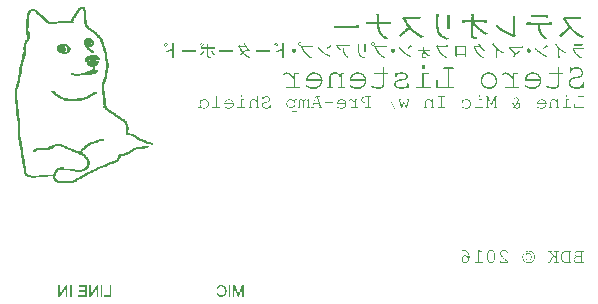
<source format=gbo>
G04 Layer_Color=32896*
%FSAX24Y24*%
%MOIN*%
G70*
G01*
G75*
%ADD88C,0.0020*%
G36*
X015556Y006967D02*
X015560Y006966D01*
X015563Y006964D01*
X015564Y006963D01*
X015566Y006961D01*
X015567Y006957D01*
X015568Y006955D01*
Y006953D01*
X015567Y006949D01*
X015566Y006946D01*
X015564Y006944D01*
X015564Y006943D01*
X015559Y006941D01*
X015554Y006940D01*
X015550Y006939D01*
X015510D01*
Y006600D01*
X015548D01*
X015556Y006599D01*
X015560Y006597D01*
X015563Y006596D01*
X015564Y006595D01*
X015566Y006592D01*
X015567Y006589D01*
X015568Y006587D01*
Y006585D01*
X015567Y006581D01*
X015566Y006578D01*
X015564Y006576D01*
X015564Y006575D01*
X015559Y006573D01*
X015554Y006572D01*
X015550Y006571D01*
X015385D01*
X015378Y006572D01*
X015374Y006573D01*
X015371Y006574D01*
X015370Y006575D01*
X015368Y006579D01*
X015366Y006581D01*
X015365Y006584D01*
Y006585D01*
X015366Y006589D01*
X015368Y006592D01*
X015370Y006595D01*
X015370Y006595D01*
X015375Y006598D01*
X015379Y006599D01*
X015384Y006600D01*
X015482D01*
Y006734D01*
X015383D01*
X015373Y006735D01*
X015365Y006736D01*
X015357Y006737D01*
X015352Y006738D01*
X015348Y006739D01*
X015345Y006740D01*
X015344D01*
X015334Y006743D01*
X015325Y006748D01*
X015316Y006752D01*
X015308Y006757D01*
X015301Y006761D01*
X015296Y006764D01*
X015293Y006767D01*
X015292Y006767D01*
X015286Y006772D01*
X015280Y006778D01*
X015275Y006784D01*
X015271Y006790D01*
X015268Y006795D01*
X015265Y006799D01*
X015263Y006802D01*
X015263Y006802D01*
X015258Y006811D01*
X015255Y006819D01*
X015253Y006828D01*
X015252Y006835D01*
X015251Y006842D01*
X015250Y006848D01*
Y006850D01*
Y006852D01*
X015251Y006861D01*
X015252Y006869D01*
X015256Y006884D01*
X015262Y006898D01*
X015268Y006910D01*
X015276Y006920D01*
X015281Y006927D01*
X015284Y006929D01*
X015286Y006931D01*
X015287Y006932D01*
X015287Y006933D01*
X015295Y006939D01*
X015302Y006944D01*
X015318Y006953D01*
X015334Y006959D01*
X015349Y006963D01*
X015363Y006966D01*
X015369Y006967D01*
X015374D01*
X015378Y006968D01*
X015548D01*
X015556Y006967D01*
D02*
G37*
G36*
X014912Y006872D02*
X014921Y006870D01*
X014929Y006868D01*
X014937Y006865D01*
X014944Y006862D01*
X014950Y006860D01*
X014953Y006858D01*
X014954Y006858D01*
X014960Y006855D01*
X014966Y006850D01*
X014979Y006842D01*
X014993Y006831D01*
X015006Y006820D01*
X015018Y006810D01*
X015023Y006805D01*
X015028Y006801D01*
X015032Y006798D01*
X015035Y006795D01*
X015037Y006794D01*
X015037Y006793D01*
Y006865D01*
X015117D01*
X015125Y006864D01*
X015129Y006863D01*
X015132Y006861D01*
X015133Y006861D01*
X015135Y006857D01*
X015136Y006854D01*
X015137Y006851D01*
Y006850D01*
X015136Y006846D01*
X015135Y006843D01*
X015134Y006841D01*
X015133Y006840D01*
X015128Y006838D01*
X015123Y006837D01*
X015119Y006837D01*
X015066D01*
Y006599D01*
X015134D01*
X015142Y006598D01*
X015146Y006597D01*
X015149Y006595D01*
X015150Y006595D01*
X015152Y006592D01*
X015153Y006589D01*
X015154Y006586D01*
Y006585D01*
X015153Y006581D01*
X015152Y006578D01*
X015150Y006576D01*
X015150Y006575D01*
X015145Y006573D01*
X015140Y006572D01*
X015136Y006571D01*
X014911D01*
X014905Y006572D01*
X014900Y006573D01*
X014897Y006574D01*
X014897Y006575D01*
X014894Y006579D01*
X014892Y006581D01*
X014891Y006584D01*
Y006585D01*
X014892Y006589D01*
X014894Y006592D01*
X014896Y006595D01*
X014897Y006595D01*
X014901Y006598D01*
X014905Y006599D01*
X014910Y006600D01*
X015037D01*
Y006756D01*
X015026Y006766D01*
X015015Y006775D01*
X015005Y006784D01*
X014996Y006791D01*
X014988Y006798D01*
X014980Y006804D01*
X014974Y006810D01*
X014968Y006814D01*
X014963Y006818D01*
X014959Y006821D01*
X014952Y006826D01*
X014948Y006828D01*
X014947Y006829D01*
X014937Y006834D01*
X014929Y006837D01*
X014921Y006840D01*
X014914Y006842D01*
X014909Y006843D01*
X014905Y006844D01*
X014902D01*
X014895Y006843D01*
X014889Y006842D01*
X014886Y006839D01*
X014885Y006839D01*
X014884D01*
X014878Y006834D01*
X014870Y006829D01*
X014868Y006826D01*
X014866Y006825D01*
X014865Y006823D01*
X014864Y006823D01*
X014859Y006819D01*
X014857Y006816D01*
X014856Y006815D01*
X014855D01*
X014851Y006814D01*
X014849D01*
X014845Y006815D01*
X014841Y006816D01*
X014839Y006817D01*
X014838Y006818D01*
X014835Y006821D01*
X014835Y006825D01*
X014834Y006828D01*
Y006829D01*
X014835Y006832D01*
X014838Y006837D01*
X014840Y006841D01*
X014845Y006845D01*
X014848Y006849D01*
X014852Y006852D01*
X014855Y006854D01*
X014856Y006855D01*
X014864Y006861D01*
X014873Y006865D01*
X014881Y006868D01*
X014888Y006870D01*
X014894Y006872D01*
X014899Y006872D01*
X014903D01*
X014912Y006872D01*
D02*
G37*
G36*
X013879Y006967D02*
X013883Y006966D01*
X013886Y006964D01*
X013887Y006963D01*
X013889Y006961D01*
X013891Y006957D01*
X013891Y006955D01*
Y006953D01*
X013891Y006949D01*
X013889Y006946D01*
X013888Y006944D01*
X013887Y006943D01*
X013883Y006941D01*
X013877Y006940D01*
X013873Y006939D01*
X013789D01*
X013915Y006600D01*
X013931D01*
X013939Y006599D01*
X013943Y006597D01*
X013946Y006596D01*
X013947Y006595D01*
X013949Y006592D01*
X013950Y006589D01*
X013951Y006587D01*
Y006585D01*
X013950Y006581D01*
X013949Y006578D01*
X013947Y006576D01*
X013947Y006575D01*
X013942Y006573D01*
X013937Y006572D01*
X013933Y006571D01*
X013832D01*
X013825Y006572D01*
X013821Y006573D01*
X013818Y006574D01*
X013817Y006575D01*
X013814Y006579D01*
X013813Y006581D01*
X013812Y006584D01*
Y006585D01*
X013813Y006589D01*
X013814Y006592D01*
X013816Y006595D01*
X013817Y006595D01*
X013821Y006598D01*
X013826Y006599D01*
X013830Y006600D01*
X013885D01*
X013845Y006704D01*
X013659D01*
X013620Y006600D01*
X013672D01*
X013679Y006599D01*
X013684Y006597D01*
X013686Y006596D01*
X013687Y006595D01*
X013689Y006592D01*
X013691Y006589D01*
X013692Y006587D01*
Y006585D01*
X013691Y006581D01*
X013689Y006578D01*
X013688Y006576D01*
X013687Y006575D01*
X013683Y006573D01*
X013678Y006572D01*
X013673Y006571D01*
X013572D01*
X013565Y006572D01*
X013561Y006573D01*
X013558Y006574D01*
X013557Y006575D01*
X013555Y006579D01*
X013553Y006581D01*
X013552Y006584D01*
Y006585D01*
X013553Y006589D01*
X013555Y006592D01*
X013557Y006595D01*
X013557Y006595D01*
X013562Y006598D01*
X013566Y006599D01*
X013571Y006600D01*
X013589D01*
X013729Y006968D01*
X013872D01*
X013879Y006967D01*
D02*
G37*
G36*
X017500Y006874D02*
X017510Y006874D01*
X017520Y006872D01*
X017528Y006869D01*
X017534Y006867D01*
X017539Y006866D01*
X017542Y006864D01*
X017544Y006864D01*
X017553Y006858D01*
X017562Y006852D01*
X017571Y006845D01*
X017579Y006839D01*
X017587Y006832D01*
X017592Y006827D01*
X017595Y006823D01*
X017597Y006822D01*
Y006865D01*
X017649D01*
X017656Y006864D01*
X017660Y006863D01*
X017663Y006861D01*
X017664Y006861D01*
X017666Y006857D01*
X017668Y006854D01*
X017668Y006851D01*
Y006850D01*
X017668Y006846D01*
X017666Y006843D01*
X017665Y006841D01*
X017664Y006840D01*
X017659Y006838D01*
X017654Y006837D01*
X017650Y006837D01*
X017625D01*
Y006600D01*
X017657D01*
X017664Y006599D01*
X017668Y006597D01*
X017671Y006596D01*
X017672Y006595D01*
X017674Y006592D01*
X017676Y006589D01*
X017676Y006587D01*
Y006585D01*
X017676Y006581D01*
X017674Y006578D01*
X017673Y006576D01*
X017672Y006575D01*
X017668Y006573D01*
X017662Y006572D01*
X017658Y006571D01*
X017565D01*
X017559Y006572D01*
X017555Y006573D01*
X017552Y006574D01*
X017551Y006575D01*
X017548Y006579D01*
X017546Y006581D01*
X017546Y006584D01*
Y006585D01*
X017546Y006589D01*
X017548Y006592D01*
X017550Y006595D01*
X017551Y006595D01*
X017555Y006598D01*
X017560Y006599D01*
X017564Y006600D01*
X017597D01*
Y006779D01*
X017590Y006787D01*
X017584Y006794D01*
X017572Y006807D01*
X017562Y006816D01*
X017553Y006823D01*
X017547Y006829D01*
X017542Y006833D01*
X017539Y006834D01*
X017538Y006835D01*
X017530Y006839D01*
X017522Y006842D01*
X017514Y006844D01*
X017506Y006845D01*
X017500Y006846D01*
X017494Y006847D01*
X017490D01*
X017477Y006846D01*
X017465Y006844D01*
X017455Y006840D01*
X017446Y006837D01*
X017439Y006832D01*
X017434Y006829D01*
X017431Y006826D01*
X017431Y006826D01*
X017423Y006818D01*
X017417Y006809D01*
X017414Y006800D01*
X017411Y006792D01*
X017409Y006786D01*
X017408Y006780D01*
Y006776D01*
Y006775D01*
Y006600D01*
X017431D01*
X017439Y006599D01*
X017443Y006597D01*
X017446Y006596D01*
X017447Y006595D01*
X017449Y006592D01*
X017450Y006589D01*
X017451Y006587D01*
Y006585D01*
X017450Y006581D01*
X017449Y006578D01*
X017447Y006576D01*
X017447Y006575D01*
X017442Y006573D01*
X017437Y006572D01*
X017433Y006571D01*
X017356D01*
X017350Y006572D01*
X017345Y006573D01*
X017342Y006574D01*
X017342Y006575D01*
X017339Y006579D01*
X017337Y006581D01*
X017337Y006584D01*
Y006585D01*
X017337Y006589D01*
X017339Y006592D01*
X017341Y006595D01*
X017342Y006595D01*
X017346Y006598D01*
X017350Y006599D01*
X017355Y006600D01*
X017380D01*
Y006779D01*
X017380Y006788D01*
X017382Y006797D01*
X017385Y006805D01*
X017388Y006813D01*
X017391Y006818D01*
X017393Y006823D01*
X017395Y006826D01*
X017396Y006827D01*
X017401Y006835D01*
X017407Y006842D01*
X017413Y006848D01*
X017418Y006853D01*
X017423Y006856D01*
X017427Y006858D01*
X017429Y006860D01*
X017430Y006861D01*
X017440Y006866D01*
X017450Y006869D01*
X017460Y006872D01*
X017469Y006874D01*
X017477Y006874D01*
X017484Y006875D01*
X017489D01*
X017500Y006874D01*
D02*
G37*
G36*
X021670D02*
X021680Y006874D01*
X021689Y006872D01*
X021697Y006869D01*
X021704Y006867D01*
X021709Y006866D01*
X021712Y006864D01*
X021713Y006864D01*
X021723Y006858D01*
X021732Y006852D01*
X021741Y006845D01*
X021749Y006839D01*
X021756Y006832D01*
X021762Y006827D01*
X021765Y006823D01*
X021767Y006822D01*
Y006865D01*
X021818D01*
X021826Y006864D01*
X021830Y006863D01*
X021833Y006861D01*
X021834Y006861D01*
X021836Y006857D01*
X021837Y006854D01*
X021838Y006851D01*
Y006850D01*
X021837Y006846D01*
X021836Y006843D01*
X021834Y006841D01*
X021834Y006840D01*
X021829Y006838D01*
X021824Y006837D01*
X021820Y006837D01*
X021795D01*
Y006600D01*
X021826D01*
X021834Y006599D01*
X021838Y006597D01*
X021841Y006596D01*
X021842Y006595D01*
X021844Y006592D01*
X021845Y006589D01*
X021846Y006587D01*
Y006585D01*
X021845Y006581D01*
X021844Y006578D01*
X021843Y006576D01*
X021842Y006575D01*
X021837Y006573D01*
X021832Y006572D01*
X021828Y006571D01*
X021735D01*
X021729Y006572D01*
X021724Y006573D01*
X021721Y006574D01*
X021721Y006575D01*
X021718Y006579D01*
X021716Y006581D01*
X021716Y006584D01*
Y006585D01*
X021716Y006589D01*
X021718Y006592D01*
X021720Y006595D01*
X021721Y006595D01*
X021725Y006598D01*
X021730Y006599D01*
X021734Y006600D01*
X021767D01*
Y006779D01*
X021760Y006787D01*
X021754Y006794D01*
X021742Y006807D01*
X021732Y006816D01*
X021723Y006823D01*
X021717Y006829D01*
X021712Y006833D01*
X021709Y006834D01*
X021708Y006835D01*
X021700Y006839D01*
X021692Y006842D01*
X021684Y006844D01*
X021676Y006845D01*
X021670Y006846D01*
X021664Y006847D01*
X021660D01*
X021646Y006846D01*
X021635Y006844D01*
X021625Y006840D01*
X021616Y006837D01*
X021609Y006832D01*
X021604Y006829D01*
X021601Y006826D01*
X021600Y006826D01*
X021593Y006818D01*
X021587Y006809D01*
X021584Y006800D01*
X021581Y006792D01*
X021579Y006786D01*
X021578Y006780D01*
Y006776D01*
Y006775D01*
Y006600D01*
X021601D01*
X021608Y006599D01*
X021613Y006597D01*
X021616Y006596D01*
X021617Y006595D01*
X021619Y006592D01*
X021620Y006589D01*
X021621Y006587D01*
Y006585D01*
X021620Y006581D01*
X021619Y006578D01*
X021617Y006576D01*
X021617Y006575D01*
X021612Y006573D01*
X021607Y006572D01*
X021603Y006571D01*
X021526D01*
X021520Y006572D01*
X021515Y006573D01*
X021512Y006574D01*
X021512Y006575D01*
X021509Y006579D01*
X021507Y006581D01*
X021506Y006584D01*
Y006585D01*
X021507Y006589D01*
X021509Y006592D01*
X021511Y006595D01*
X021512Y006595D01*
X021516Y006598D01*
X021520Y006599D01*
X021525Y006600D01*
X021549D01*
Y006779D01*
X021550Y006788D01*
X021552Y006797D01*
X021555Y006805D01*
X021557Y006813D01*
X021560Y006818D01*
X021563Y006823D01*
X021565Y006826D01*
X021565Y006827D01*
X021571Y006835D01*
X021577Y006842D01*
X021583Y006848D01*
X021588Y006853D01*
X021593Y006856D01*
X021597Y006858D01*
X021599Y006860D01*
X021600Y006861D01*
X021610Y006866D01*
X021620Y006869D01*
X021630Y006872D01*
X021639Y006874D01*
X021647Y006874D01*
X021654Y006875D01*
X021659D01*
X021670Y006874D01*
D02*
G37*
G36*
X019276Y006864D02*
X019281Y006863D01*
X019284Y006861D01*
X019284Y006861D01*
X019287Y006857D01*
X019288Y006854D01*
X019289Y006851D01*
Y006850D01*
X019288Y006846D01*
X019287Y006843D01*
X019285Y006841D01*
X019284Y006840D01*
X019280Y006838D01*
X019275Y006837D01*
X019271Y006837D01*
X019186D01*
Y006600D01*
X019298D01*
X019305Y006599D01*
X019309Y006597D01*
X019312Y006596D01*
X019313Y006595D01*
X019315Y006592D01*
X019317Y006589D01*
X019317Y006587D01*
Y006585D01*
X019317Y006581D01*
X019315Y006578D01*
X019314Y006576D01*
X019313Y006575D01*
X019308Y006573D01*
X019304Y006572D01*
X019300Y006571D01*
X019046D01*
X019039Y006572D01*
X019035Y006573D01*
X019032Y006574D01*
X019031Y006575D01*
X019029Y006579D01*
X019027Y006581D01*
X019026Y006584D01*
Y006585D01*
X019027Y006589D01*
X019029Y006592D01*
X019031Y006595D01*
X019031Y006595D01*
X019036Y006598D01*
X019040Y006599D01*
X019045Y006600D01*
X019158D01*
Y006865D01*
X019269D01*
X019276Y006864D01*
D02*
G37*
G36*
X018040Y006967D02*
X018044Y006966D01*
X018047Y006964D01*
X018048Y006963D01*
X018050Y006961D01*
X018052Y006957D01*
X018052Y006955D01*
Y006953D01*
X018052Y006949D01*
X018050Y006946D01*
X018049Y006944D01*
X018048Y006943D01*
X018044Y006941D01*
X018039Y006940D01*
X018034Y006939D01*
X017936D01*
Y006600D01*
X018033D01*
X018040Y006599D01*
X018044Y006597D01*
X018047Y006596D01*
X018048Y006595D01*
X018050Y006592D01*
X018052Y006589D01*
X018052Y006587D01*
Y006585D01*
X018052Y006581D01*
X018050Y006578D01*
X018049Y006576D01*
X018048Y006575D01*
X018044Y006573D01*
X018039Y006572D01*
X018034Y006571D01*
X017810D01*
X017804Y006572D01*
X017799Y006573D01*
X017797Y006574D01*
X017796Y006575D01*
X017793Y006579D01*
X017791Y006581D01*
X017791Y006584D01*
Y006585D01*
X017791Y006589D01*
X017793Y006592D01*
X017795Y006595D01*
X017796Y006595D01*
X017800Y006598D01*
X017805Y006599D01*
X017809Y006600D01*
X017907D01*
Y006939D01*
X017810D01*
X017804Y006940D01*
X017799Y006942D01*
X017797Y006942D01*
X017796Y006943D01*
X017793Y006946D01*
X017791Y006950D01*
X017791Y006952D01*
Y006953D01*
X017791Y006958D01*
X017793Y006961D01*
X017795Y006963D01*
X017796Y006963D01*
X017800Y006966D01*
X017805Y006967D01*
X017809Y006968D01*
X018033D01*
X018040Y006967D01*
D02*
G37*
G36*
X011354Y006864D02*
X011358Y006863D01*
X011361Y006861D01*
X011362Y006861D01*
X011364Y006857D01*
X011365Y006854D01*
X011366Y006851D01*
Y006850D01*
X011365Y006846D01*
X011364Y006843D01*
X011362Y006841D01*
X011362Y006840D01*
X011357Y006838D01*
X011352Y006837D01*
X011348Y006837D01*
X011263D01*
Y006600D01*
X011376D01*
X011382Y006599D01*
X011386Y006597D01*
X011389Y006596D01*
X011390Y006595D01*
X011392Y006592D01*
X011394Y006589D01*
X011394Y006587D01*
Y006585D01*
X011394Y006581D01*
X011392Y006578D01*
X011391Y006576D01*
X011390Y006575D01*
X011386Y006573D01*
X011381Y006572D01*
X011377Y006571D01*
X011123D01*
X011117Y006572D01*
X011112Y006573D01*
X011109Y006574D01*
X011109Y006575D01*
X011106Y006579D01*
X011104Y006581D01*
X011104Y006584D01*
Y006585D01*
X011104Y006589D01*
X011106Y006592D01*
X011108Y006595D01*
X011109Y006595D01*
X011113Y006598D01*
X011117Y006599D01*
X011122Y006600D01*
X011235D01*
Y006865D01*
X011346D01*
X011354Y006864D01*
D02*
G37*
G36*
X011330Y000297D02*
X011282D01*
Y000618D01*
X011173Y000297D01*
X011128D01*
X011018Y000613D01*
Y000297D01*
X010970D01*
Y000674D01*
X011037D01*
X011127Y000411D01*
X011132Y000397D01*
X011136Y000385D01*
X011140Y000375D01*
X011143Y000366D01*
X011145Y000359D01*
X011147Y000354D01*
X011147Y000352D01*
X011148Y000351D01*
X011150Y000358D01*
X011153Y000367D01*
X011156Y000376D01*
X011159Y000386D01*
X011161Y000394D01*
X011163Y000400D01*
X011165Y000403D01*
X011165Y000405D01*
X011166Y000406D01*
Y000406D01*
X011255Y000674D01*
X011330D01*
Y000297D01*
D02*
G37*
G36*
X010596Y000680D02*
X010614Y000677D01*
X010629Y000674D01*
X010636Y000672D01*
X010643Y000669D01*
X010649Y000667D01*
X010654Y000665D01*
X010658Y000663D01*
X010663Y000662D01*
X010666Y000660D01*
X010668Y000659D01*
X010669Y000659D01*
X010670Y000658D01*
X010685Y000649D01*
X010697Y000638D01*
X010708Y000627D01*
X010717Y000616D01*
X010724Y000606D01*
X010727Y000602D01*
X010729Y000598D01*
X010732Y000595D01*
X010733Y000593D01*
X010733Y000591D01*
X010734Y000591D01*
X010741Y000574D01*
X010747Y000556D01*
X010751Y000539D01*
X010753Y000523D01*
X010755Y000516D01*
X010755Y000509D01*
X010756Y000503D01*
Y000498D01*
X010756Y000494D01*
Y000491D01*
Y000489D01*
Y000488D01*
X010755Y000469D01*
X010753Y000449D01*
X010750Y000433D01*
X010748Y000424D01*
X010746Y000417D01*
X010745Y000411D01*
X010742Y000405D01*
X010741Y000399D01*
X010740Y000395D01*
X010738Y000392D01*
X010738Y000389D01*
X010737Y000387D01*
Y000387D01*
X010728Y000370D01*
X010719Y000356D01*
X010709Y000343D01*
X010704Y000338D01*
X010700Y000333D01*
X010696Y000329D01*
X010691Y000325D01*
X010687Y000322D01*
X010684Y000319D01*
X010682Y000317D01*
X010680Y000316D01*
X010679Y000315D01*
X010678Y000315D01*
X010670Y000310D01*
X010663Y000306D01*
X010646Y000300D01*
X010630Y000296D01*
X010614Y000293D01*
X010607Y000292D01*
X010600Y000291D01*
X010594Y000291D01*
X010589D01*
X010585Y000290D01*
X010579D01*
X010568Y000291D01*
X010557Y000292D01*
X010548Y000293D01*
X010538Y000295D01*
X010530Y000298D01*
X010521Y000300D01*
X010514Y000303D01*
X010507Y000306D01*
X010501Y000309D01*
X010495Y000312D01*
X010490Y000315D01*
X010486Y000317D01*
X010483Y000319D01*
X010480Y000321D01*
X010479Y000322D01*
X010479Y000322D01*
X010471Y000329D01*
X010465Y000335D01*
X010459Y000343D01*
X010453Y000351D01*
X010443Y000366D01*
X010435Y000381D01*
X010432Y000388D01*
X010429Y000395D01*
X010427Y000401D01*
X010425Y000406D01*
X010424Y000410D01*
X010423Y000413D01*
X010422Y000416D01*
Y000416D01*
X010472Y000429D01*
X010474Y000420D01*
X010477Y000412D01*
X010480Y000404D01*
X010483Y000397D01*
X010486Y000390D01*
X010489Y000385D01*
X010493Y000380D01*
X010496Y000375D01*
X010499Y000370D01*
X010502Y000367D01*
X010505Y000364D01*
X010507Y000361D01*
X010509Y000359D01*
X010511Y000358D01*
X010512Y000357D01*
X010512Y000357D01*
X010518Y000352D01*
X010524Y000349D01*
X010536Y000343D01*
X010547Y000339D01*
X010559Y000336D01*
X010568Y000334D01*
X010572Y000333D01*
X010576D01*
X010579Y000333D01*
X010583D01*
X010596Y000333D01*
X010608Y000335D01*
X010619Y000338D01*
X010628Y000341D01*
X010636Y000345D01*
X010639Y000346D01*
X010642Y000347D01*
X010644Y000348D01*
X010646Y000350D01*
X010647Y000350D01*
X010647D01*
X010658Y000358D01*
X010667Y000366D01*
X010674Y000375D01*
X010680Y000384D01*
X010685Y000392D01*
X010688Y000398D01*
X010690Y000401D01*
X010691Y000402D01*
X010691Y000404D01*
Y000404D01*
X010696Y000418D01*
X010699Y000433D01*
X010702Y000447D01*
X010703Y000460D01*
X010704Y000466D01*
X010704Y000471D01*
Y000476D01*
X010705Y000480D01*
Y000483D01*
Y000486D01*
Y000488D01*
Y000488D01*
X010704Y000502D01*
X010703Y000516D01*
X010701Y000528D01*
X010699Y000538D01*
X010697Y000548D01*
X010696Y000552D01*
X010695Y000555D01*
X010694Y000558D01*
X010694Y000559D01*
X010693Y000560D01*
Y000561D01*
X010688Y000573D01*
X010682Y000585D01*
X010675Y000594D01*
X010668Y000602D01*
X010662Y000609D01*
X010657Y000613D01*
X010654Y000616D01*
X010653Y000617D01*
X010652D01*
X010641Y000624D01*
X010628Y000630D01*
X010616Y000633D01*
X010605Y000636D01*
X010595Y000637D01*
X010590Y000638D01*
X010586D01*
X010584Y000638D01*
X010579D01*
X010566Y000638D01*
X010553Y000636D01*
X010543Y000632D01*
X010533Y000629D01*
X010526Y000625D01*
X010521Y000623D01*
X010518Y000620D01*
X010516Y000619D01*
X010508Y000611D01*
X010500Y000602D01*
X010493Y000592D01*
X010488Y000582D01*
X010483Y000573D01*
X010482Y000569D01*
X010480Y000566D01*
X010479Y000563D01*
X010478Y000561D01*
X010478Y000560D01*
Y000559D01*
X010429Y000571D01*
X010432Y000580D01*
X010435Y000589D01*
X010439Y000597D01*
X010443Y000606D01*
X010448Y000613D01*
X010453Y000619D01*
X010457Y000626D01*
X010461Y000631D01*
X010466Y000636D01*
X010469Y000640D01*
X010473Y000644D01*
X010476Y000647D01*
X010479Y000649D01*
X010481Y000651D01*
X010482Y000651D01*
X010483Y000652D01*
X010490Y000657D01*
X010498Y000662D01*
X010506Y000666D01*
X010514Y000669D01*
X010530Y000674D01*
X010545Y000677D01*
X010552Y000679D01*
X010558Y000679D01*
X010564Y000680D01*
X010569Y000680D01*
X010573Y000681D01*
X010578D01*
X010596Y000680D01*
D02*
G37*
G36*
X010880Y000297D02*
X010830D01*
Y000674D01*
X010880D01*
Y000297D01*
D02*
G37*
G36*
X012917Y006874D02*
X012930Y006873D01*
X012941Y006870D01*
X012952Y006867D01*
X012960Y006864D01*
X012966Y006861D01*
X012970Y006860D01*
X012971Y006859D01*
X012982Y006853D01*
X012992Y006845D01*
X013001Y006838D01*
X013009Y006831D01*
X013016Y006823D01*
X013021Y006818D01*
X013024Y006815D01*
X013025Y006813D01*
Y006865D01*
X013092D01*
X013099Y006864D01*
X013103Y006863D01*
X013106Y006861D01*
X013107Y006861D01*
X013109Y006857D01*
X013111Y006854D01*
X013111Y006851D01*
Y006850D01*
X013111Y006846D01*
X013109Y006843D01*
X013108Y006841D01*
X013107Y006840D01*
X013103Y006838D01*
X013097Y006837D01*
X013093Y006837D01*
X013054D01*
Y006468D01*
X013092D01*
X013099Y006468D01*
X013103Y006467D01*
X013106Y006466D01*
X013107Y006465D01*
X013109Y006462D01*
X013111Y006458D01*
X013111Y006456D01*
Y006455D01*
X013111Y006450D01*
X013109Y006447D01*
X013108Y006445D01*
X013107Y006444D01*
X013103Y006442D01*
X013097Y006441D01*
X013093Y006440D01*
X012957D01*
X012950Y006441D01*
X012946Y006442D01*
X012943Y006444D01*
X012942Y006444D01*
X012939Y006448D01*
X012938Y006451D01*
X012937Y006454D01*
Y006455D01*
X012938Y006459D01*
X012939Y006462D01*
X012941Y006464D01*
X012942Y006465D01*
X012947Y006467D01*
X012951Y006468D01*
X012955Y006468D01*
X013025D01*
Y006640D01*
X013016Y006629D01*
X013006Y006619D01*
X012996Y006611D01*
X012986Y006604D01*
X012976Y006598D01*
X012965Y006594D01*
X012955Y006589D01*
X012946Y006587D01*
X012937Y006584D01*
X012928Y006581D01*
X012921Y006581D01*
X012914Y006579D01*
X012909D01*
X012906Y006579D01*
X012902D01*
X012890Y006579D01*
X012879Y006581D01*
X012869Y006582D01*
X012858Y006585D01*
X012839Y006592D01*
X012831Y006596D01*
X012824Y006600D01*
X012817Y006604D01*
X012812Y006608D01*
X012807Y006611D01*
X012802Y006615D01*
X012799Y006618D01*
X012796Y006619D01*
X012795Y006621D01*
X012794Y006622D01*
X012786Y006630D01*
X012780Y006638D01*
X012774Y006648D01*
X012769Y006657D01*
X012764Y006665D01*
X012761Y006674D01*
X012756Y006691D01*
X012753Y006698D01*
X012752Y006705D01*
X012751Y006711D01*
X012750Y006716D01*
X012750Y006721D01*
Y006724D01*
Y006726D01*
Y006726D01*
X012750Y006741D01*
X012753Y006754D01*
X012756Y006767D01*
X012759Y006778D01*
X012763Y006787D01*
X012766Y006794D01*
X012769Y006799D01*
X012769Y006799D01*
Y006800D01*
X012777Y006813D01*
X012786Y006824D01*
X012796Y006834D01*
X012804Y006841D01*
X012812Y006848D01*
X012819Y006852D01*
X012823Y006855D01*
X012824Y006856D01*
X012825D01*
X012839Y006862D01*
X012852Y006867D01*
X012865Y006870D01*
X012877Y006873D01*
X012887Y006874D01*
X012895Y006875D01*
X012902D01*
X012917Y006874D01*
D02*
G37*
G36*
X010520Y006996D02*
X010524Y006995D01*
X010527Y006993D01*
X010528Y006993D01*
X010530Y006989D01*
X010531Y006986D01*
X010532Y006983D01*
Y006982D01*
X010531Y006978D01*
X010530Y006975D01*
X010528Y006973D01*
X010528Y006972D01*
X010523Y006970D01*
X010518Y006969D01*
X010514Y006969D01*
X010431D01*
Y006600D01*
X010543D01*
X010550Y006599D01*
X010554Y006597D01*
X010557Y006596D01*
X010558Y006595D01*
X010560Y006592D01*
X010561Y006589D01*
X010562Y006587D01*
Y006585D01*
X010561Y006581D01*
X010560Y006578D01*
X010558Y006576D01*
X010558Y006575D01*
X010553Y006573D01*
X010549Y006572D01*
X010544Y006571D01*
X010291D01*
X010284Y006572D01*
X010280Y006573D01*
X010277Y006574D01*
X010276Y006575D01*
X010273Y006579D01*
X010272Y006581D01*
X010271Y006584D01*
Y006585D01*
X010272Y006589D01*
X010273Y006592D01*
X010275Y006595D01*
X010276Y006595D01*
X010281Y006598D01*
X010285Y006599D01*
X010289Y006600D01*
X010402D01*
Y006997D01*
X010512D01*
X010520Y006996D01*
D02*
G37*
G36*
X009933D02*
X009937Y006995D01*
X009940Y006993D01*
X009941Y006993D01*
X009943Y006989D01*
X009944Y006986D01*
X009945Y006983D01*
Y006982D01*
X009944Y006978D01*
X009943Y006975D01*
X009942Y006973D01*
X009941Y006972D01*
X009936Y006970D01*
X009931Y006969D01*
X009927Y006969D01*
X009888D01*
Y006807D01*
X009897Y006819D01*
X009907Y006830D01*
X009918Y006839D01*
X009929Y006847D01*
X009939Y006853D01*
X009950Y006858D01*
X009960Y006863D01*
X009970Y006866D01*
X009979Y006869D01*
X009987Y006872D01*
X009995Y006873D01*
X010001Y006874D01*
X010006D01*
X010010Y006875D01*
X010014D01*
X010028Y006874D01*
X010042Y006872D01*
X010055Y006869D01*
X010066Y006865D01*
X010076Y006861D01*
X010082Y006858D01*
X010085Y006856D01*
X010087Y006855D01*
X010088Y006854D01*
X010089D01*
X010101Y006846D01*
X010112Y006837D01*
X010122Y006826D01*
X010130Y006818D01*
X010136Y006809D01*
X010141Y006802D01*
X010144Y006797D01*
X010144Y006796D01*
Y006796D01*
X010151Y006781D01*
X010156Y006767D01*
X010160Y006754D01*
X010162Y006743D01*
X010163Y006732D01*
X010165Y006724D01*
Y006721D01*
Y006719D01*
Y006718D01*
Y006717D01*
X010164Y006702D01*
X010162Y006688D01*
X010158Y006675D01*
X010154Y006663D01*
X010151Y006653D01*
X010147Y006646D01*
X010146Y006643D01*
X010145Y006640D01*
X010144Y006640D01*
Y006639D01*
X010136Y006626D01*
X010127Y006614D01*
X010118Y006604D01*
X010109Y006596D01*
X010101Y006589D01*
X010095Y006584D01*
X010090Y006581D01*
X010090Y006581D01*
X010089D01*
X010075Y006574D01*
X010062Y006569D01*
X010049Y006565D01*
X010038Y006563D01*
X010028Y006562D01*
X010020Y006560D01*
X010014D01*
X010000Y006561D01*
X009987Y006563D01*
X009974Y006567D01*
X009962Y006571D01*
X009951Y006576D01*
X009941Y006581D01*
X009931Y006588D01*
X009922Y006595D01*
X009915Y006600D01*
X009907Y006607D01*
X009901Y006612D01*
X009896Y006618D01*
X009893Y006622D01*
X009890Y006625D01*
X009888Y006627D01*
X009888Y006628D01*
Y006571D01*
X009821D01*
X009815Y006572D01*
X009810Y006573D01*
X009807Y006574D01*
X009807Y006575D01*
X009804Y006579D01*
X009802Y006581D01*
X009802Y006584D01*
Y006585D01*
X009802Y006589D01*
X009804Y006592D01*
X009806Y006595D01*
X009807Y006595D01*
X009811Y006598D01*
X009815Y006599D01*
X009820Y006600D01*
X009859D01*
Y006997D01*
X009926D01*
X009933Y006996D01*
D02*
G37*
G36*
X016140Y007041D02*
X016142Y007041D01*
X016144Y007040D01*
X016145Y007039D01*
X016148Y007037D01*
X016150Y007033D01*
X016151Y007030D01*
X016152Y007030D01*
Y007029D01*
X016381Y006538D01*
X016383Y006534D01*
X016384Y006530D01*
X016384Y006528D01*
Y006527D01*
X016384Y006524D01*
X016382Y006521D01*
X016381Y006519D01*
X016380Y006518D01*
X016376Y006516D01*
X016374Y006514D01*
X016371Y006514D01*
X016370D01*
X016367Y006514D01*
X016364Y006516D01*
X016359Y006520D01*
X016356Y006525D01*
X016355Y006526D01*
Y006527D01*
X016126Y007017D01*
X016124Y007022D01*
X016123Y007025D01*
Y007028D01*
Y007028D01*
X016123Y007032D01*
X016125Y007035D01*
X016126Y007037D01*
X016127Y007038D01*
X016130Y007041D01*
X016133Y007041D01*
X016136Y007042D01*
X016137D01*
X016140Y007041D01*
D02*
G37*
G36*
X018759Y006874D02*
X018771Y006873D01*
X018783Y006871D01*
X018794Y006868D01*
X018803Y006864D01*
X018813Y006861D01*
X018822Y006856D01*
X018830Y006853D01*
X018837Y006848D01*
X018843Y006844D01*
X018849Y006840D01*
X018853Y006837D01*
X018857Y006834D01*
X018859Y006831D01*
X018860Y006830D01*
X018861Y006829D01*
X018869Y006821D01*
X018875Y006811D01*
X018882Y006802D01*
X018887Y006792D01*
X018892Y006783D01*
X018895Y006773D01*
X018900Y006755D01*
X018902Y006747D01*
X018904Y006739D01*
X018905Y006732D01*
X018905Y006726D01*
X018906Y006721D01*
Y006718D01*
Y006716D01*
Y006715D01*
X018905Y006702D01*
X018904Y006691D01*
X018902Y006680D01*
X018900Y006669D01*
X018892Y006651D01*
X018889Y006642D01*
X018884Y006635D01*
X018880Y006627D01*
X018876Y006622D01*
X018873Y006616D01*
X018869Y006612D01*
X018867Y006608D01*
X018865Y006606D01*
X018863Y006605D01*
X018862Y006604D01*
X018854Y006596D01*
X018845Y006589D01*
X018835Y006584D01*
X018826Y006579D01*
X018816Y006575D01*
X018807Y006571D01*
X018789Y006566D01*
X018781Y006564D01*
X018773Y006562D01*
X018766Y006562D01*
X018760Y006561D01*
X018755Y006560D01*
X018749D01*
X018736Y006561D01*
X018724Y006562D01*
X018701Y006566D01*
X018680Y006572D01*
X018671Y006575D01*
X018662Y006579D01*
X018654Y006582D01*
X018647Y006585D01*
X018641Y006588D01*
X018636Y006591D01*
X018632Y006593D01*
X018628Y006595D01*
X018627Y006596D01*
X018626Y006597D01*
X018620Y006601D01*
X018614Y006605D01*
X018606Y006612D01*
X018600Y006619D01*
X018596Y006624D01*
X018593Y006628D01*
X018592Y006631D01*
X018591Y006633D01*
Y006634D01*
X018592Y006638D01*
X018593Y006641D01*
X018595Y006643D01*
X018596Y006643D01*
X018598Y006646D01*
X018601Y006647D01*
X018604Y006648D01*
X018605D01*
X018609Y006646D01*
X018613Y006644D01*
X018616Y006642D01*
X018617Y006640D01*
X018628Y006631D01*
X018639Y006622D01*
X018649Y006616D01*
X018659Y006610D01*
X018668Y006605D01*
X018674Y006603D01*
X018679Y006601D01*
X018679Y006600D01*
X018680D01*
X018692Y006597D01*
X018705Y006594D01*
X018717Y006592D01*
X018727Y006590D01*
X018736Y006589D01*
X018742Y006589D01*
X018758D01*
X018768Y006590D01*
X018787Y006594D01*
X018803Y006600D01*
X018816Y006606D01*
X018827Y006613D01*
X018832Y006616D01*
X018835Y006618D01*
X018838Y006621D01*
X018840Y006622D01*
X018841Y006623D01*
X018842Y006624D01*
X018849Y006631D01*
X018854Y006638D01*
X018859Y006646D01*
X018862Y006654D01*
X018869Y006669D01*
X018873Y006683D01*
X018875Y006696D01*
X018876Y006702D01*
X018877Y006706D01*
X018878Y006710D01*
Y006713D01*
Y006715D01*
Y006716D01*
X018877Y006725D01*
X018876Y006735D01*
X018873Y006752D01*
X018867Y006767D01*
X018861Y006780D01*
X018855Y006791D01*
X018852Y006796D01*
X018850Y006799D01*
X018848Y006803D01*
X018846Y006805D01*
X018845Y006806D01*
Y006807D01*
X018838Y006814D01*
X018831Y006820D01*
X018824Y006826D01*
X018816Y006830D01*
X018800Y006837D01*
X018784Y006842D01*
X018770Y006845D01*
X018765Y006845D01*
X018759Y006846D01*
X018754Y006847D01*
X018749D01*
X018730Y006846D01*
X018715Y006843D01*
X018701Y006840D01*
X018690Y006836D01*
X018681Y006832D01*
X018674Y006829D01*
X018670Y006826D01*
X018668Y006825D01*
X018658Y006817D01*
X018651Y006809D01*
X018645Y006801D01*
X018641Y006794D01*
X018639Y006788D01*
X018637Y006783D01*
X018636Y006780D01*
Y006779D01*
X018636Y006773D01*
X018634Y006769D01*
X018633Y006767D01*
X018633Y006766D01*
X018629Y006764D01*
X018626Y006763D01*
X018623Y006762D01*
X018623D01*
X018619Y006763D01*
X018615Y006764D01*
X018614Y006766D01*
X018613Y006767D01*
X018610Y006771D01*
X018609Y006775D01*
X018608Y006780D01*
Y006780D01*
Y006781D01*
Y006845D01*
X018609Y006852D01*
X018610Y006856D01*
X018612Y006859D01*
X018612Y006860D01*
X018616Y006863D01*
X018619Y006864D01*
X018622Y006865D01*
X018623D01*
X018627Y006864D01*
X018630Y006863D01*
X018632Y006861D01*
X018633Y006861D01*
X018635Y006856D01*
X018636Y006851D01*
X018636Y006847D01*
Y006846D01*
Y006845D01*
Y006837D01*
X018645Y006843D01*
X018654Y006850D01*
X018663Y006855D01*
X018673Y006859D01*
X018691Y006866D01*
X018709Y006870D01*
X018717Y006872D01*
X018724Y006873D01*
X018730Y006874D01*
X018736Y006874D01*
X018740Y006875D01*
X018746D01*
X018759Y006874D01*
D02*
G37*
G36*
X013399D02*
X013407Y006874D01*
X013420Y006869D01*
X013431Y006863D01*
X013442Y006856D01*
X013452Y006849D01*
X013459Y006842D01*
X013461Y006840D01*
X013463Y006838D01*
X013464Y006837D01*
X013465Y006837D01*
Y006865D01*
X013517D01*
X013524Y006864D01*
X013528Y006863D01*
X013531Y006861D01*
X013532Y006861D01*
X013534Y006857D01*
X013536Y006854D01*
X013536Y006851D01*
Y006850D01*
X013536Y006846D01*
X013534Y006843D01*
X013533Y006841D01*
X013532Y006840D01*
X013528Y006838D01*
X013522Y006837D01*
X013518Y006837D01*
X013493D01*
Y006600D01*
X013517D01*
X013524Y006599D01*
X013528Y006597D01*
X013531Y006596D01*
X013532Y006595D01*
X013534Y006592D01*
X013536Y006589D01*
X013536Y006587D01*
Y006585D01*
X013536Y006581D01*
X013534Y006578D01*
X013533Y006576D01*
X013532Y006575D01*
X013528Y006573D01*
X013522Y006572D01*
X013518Y006571D01*
X013441D01*
X013435Y006572D01*
X013431Y006573D01*
X013428Y006574D01*
X013427Y006575D01*
X013424Y006579D01*
X013423Y006581D01*
X013422Y006584D01*
Y006585D01*
X013423Y006589D01*
X013424Y006592D01*
X013426Y006595D01*
X013427Y006595D01*
X013431Y006598D01*
X013436Y006599D01*
X013440Y006600D01*
X013465D01*
Y006788D01*
X013457Y006800D01*
X013449Y006810D01*
X013441Y006819D01*
X013435Y006826D01*
X013429Y006831D01*
X013425Y006834D01*
X013423Y006836D01*
X013422Y006837D01*
X013416Y006840D01*
X013411Y006842D01*
X013401Y006845D01*
X013398Y006846D01*
X013395Y006847D01*
X013392D01*
X013386Y006846D01*
X013380Y006845D01*
X013375Y006842D01*
X013371Y006839D01*
X013367Y006837D01*
X013364Y006834D01*
X013363Y006832D01*
X013362Y006831D01*
X013358Y006826D01*
X013354Y006820D01*
X013352Y006813D01*
X013350Y006807D01*
X013349Y006802D01*
X013348Y006798D01*
Y006795D01*
Y006794D01*
Y006571D01*
X013296D01*
X013290Y006572D01*
X013285Y006573D01*
X013283Y006574D01*
X013282Y006575D01*
X013279Y006579D01*
X013277Y006581D01*
X013277Y006584D01*
Y006585D01*
X013277Y006589D01*
X013279Y006592D01*
X013281Y006595D01*
X013282Y006595D01*
X013286Y006598D01*
X013291Y006599D01*
X013295Y006600D01*
X013320D01*
Y006788D01*
X013312Y006800D01*
X013304Y006810D01*
X013298Y006818D01*
X013292Y006824D01*
X013287Y006829D01*
X013283Y006832D01*
X013281Y006834D01*
X013280Y006834D01*
X013274Y006839D01*
X013268Y006842D01*
X013262Y006844D01*
X013257Y006845D01*
X013253Y006846D01*
X013250Y006847D01*
X013248D01*
X013241Y006846D01*
X013235Y006845D01*
X013230Y006842D01*
X013226Y006839D01*
X013222Y006837D01*
X013219Y006834D01*
X013218Y006833D01*
X013217Y006832D01*
X013213Y006826D01*
X013209Y006821D01*
X013207Y006815D01*
X013205Y006809D01*
X013204Y006804D01*
X013203Y006800D01*
Y006797D01*
Y006796D01*
Y006571D01*
X013151D01*
X013145Y006572D01*
X013140Y006573D01*
X013138Y006574D01*
X013137Y006575D01*
X013134Y006579D01*
X013132Y006581D01*
X013132Y006584D01*
Y006585D01*
X013132Y006589D01*
X013134Y006592D01*
X013136Y006595D01*
X013137Y006595D01*
X013141Y006598D01*
X013146Y006599D01*
X013150Y006600D01*
X013175D01*
Y006799D01*
X013175Y006810D01*
X013178Y006821D01*
X013183Y006830D01*
X013187Y006838D01*
X013191Y006845D01*
X013196Y006850D01*
X013199Y006853D01*
X013199Y006855D01*
X013207Y006861D01*
X013215Y006866D01*
X013223Y006870D01*
X013231Y006873D01*
X013237Y006874D01*
X013243Y006875D01*
X013248D01*
X013256Y006874D01*
X013263Y006874D01*
X013269Y006872D01*
X013275Y006869D01*
X013280Y006867D01*
X013284Y006866D01*
X013287Y006864D01*
X013288Y006864D01*
X013295Y006858D01*
X013302Y006853D01*
X013309Y006847D01*
X013315Y006842D01*
X013319Y006836D01*
X013323Y006831D01*
X013326Y006829D01*
X013326Y006828D01*
X013331Y006837D01*
X013335Y006844D01*
X013340Y006850D01*
X013345Y006855D01*
X013348Y006858D01*
X013351Y006861D01*
X013353Y006863D01*
X013354Y006864D01*
X013361Y006867D01*
X013367Y006870D01*
X013374Y006872D01*
X013380Y006874D01*
X013385Y006874D01*
X013389Y006875D01*
X013393D01*
X013399Y006874D01*
D02*
G37*
G36*
X011835Y006996D02*
X011839Y006995D01*
X011842Y006993D01*
X011843Y006993D01*
X011845Y006989D01*
X011846Y006986D01*
X011847Y006983D01*
Y006982D01*
X011846Y006978D01*
X011845Y006975D01*
X011844Y006973D01*
X011843Y006972D01*
X011838Y006970D01*
X011833Y006969D01*
X011829Y006969D01*
X011790D01*
Y006600D01*
X011821D01*
X011828Y006599D01*
X011833Y006597D01*
X011836Y006596D01*
X011836Y006595D01*
X011838Y006592D01*
X011840Y006589D01*
X011841Y006587D01*
Y006585D01*
X011840Y006581D01*
X011838Y006578D01*
X011837Y006576D01*
X011836Y006575D01*
X011832Y006573D01*
X011827Y006572D01*
X011822Y006571D01*
X011730D01*
X011723Y006572D01*
X011719Y006573D01*
X011716Y006574D01*
X011715Y006575D01*
X011712Y006579D01*
X011711Y006581D01*
X011710Y006584D01*
Y006585D01*
X011711Y006589D01*
X011712Y006592D01*
X011715Y006595D01*
X011715Y006595D01*
X011720Y006598D01*
X011724Y006599D01*
X011728Y006600D01*
X011761D01*
Y006780D01*
X011749Y006794D01*
X011738Y006805D01*
X011728Y006814D01*
X011721Y006821D01*
X011716Y006826D01*
X011712Y006829D01*
X011709Y006831D01*
X011709Y006831D01*
X011700Y006837D01*
X011691Y006840D01*
X011682Y006843D01*
X011674Y006845D01*
X011666Y006846D01*
X011661Y006847D01*
X011655D01*
X011641Y006846D01*
X011628Y006844D01*
X011618Y006840D01*
X011609Y006837D01*
X011602Y006832D01*
X011597Y006829D01*
X011593Y006826D01*
X011593Y006826D01*
X011585Y006818D01*
X011580Y006809D01*
X011576Y006800D01*
X011573Y006792D01*
X011572Y006785D01*
X011570Y006779D01*
Y006775D01*
Y006775D01*
Y006774D01*
Y006600D01*
X011602D01*
X011609Y006599D01*
X011613Y006597D01*
X011616Y006596D01*
X011617Y006595D01*
X011619Y006592D01*
X011620Y006589D01*
X011621Y006587D01*
Y006585D01*
X011620Y006581D01*
X011619Y006578D01*
X011618Y006576D01*
X011617Y006575D01*
X011612Y006573D01*
X011607Y006572D01*
X011603Y006571D01*
X011510D01*
X011504Y006572D01*
X011499Y006573D01*
X011497Y006574D01*
X011496Y006575D01*
X011493Y006579D01*
X011491Y006581D01*
X011491Y006584D01*
Y006585D01*
X011491Y006589D01*
X011493Y006592D01*
X011495Y006595D01*
X011496Y006595D01*
X011500Y006598D01*
X011505Y006599D01*
X011509Y006600D01*
X011542D01*
Y006776D01*
X011542Y006786D01*
X011544Y006796D01*
X011547Y006804D01*
X011550Y006812D01*
X011553Y006818D01*
X011556Y006823D01*
X011557Y006826D01*
X011558Y006827D01*
X011564Y006836D01*
X011570Y006843D01*
X011577Y006849D01*
X011583Y006854D01*
X011588Y006858D01*
X011593Y006861D01*
X011596Y006862D01*
X011596Y006863D01*
X011606Y006867D01*
X011615Y006870D01*
X011625Y006872D01*
X011634Y006874D01*
X011642Y006874D01*
X011647Y006875D01*
X011653D01*
X011665Y006874D01*
X011675Y006873D01*
X011685Y006872D01*
X011693Y006869D01*
X011700Y006866D01*
X011705Y006865D01*
X011708Y006864D01*
X011709Y006863D01*
X011719Y006858D01*
X011728Y006851D01*
X011736Y006845D01*
X011744Y006838D01*
X011751Y006831D01*
X011757Y006826D01*
X011760Y006823D01*
X011761Y006821D01*
Y006997D01*
X011827D01*
X011835Y006996D01*
D02*
G37*
G36*
X020430Y006936D02*
X020441Y006934D01*
X020452Y006929D01*
X020460Y006925D01*
X020468Y006920D01*
X020473Y006916D01*
X020476Y006913D01*
X020478Y006912D01*
X020486Y006902D01*
X020492Y006892D01*
X020497Y006882D01*
X020500Y006872D01*
X020501Y006864D01*
X020502Y006858D01*
X020503Y006854D01*
Y006853D01*
Y006853D01*
X020502Y006842D01*
X020500Y006834D01*
X020500Y006831D01*
X020499Y006829D01*
X020498Y006827D01*
Y006826D01*
X020495Y006821D01*
X020492Y006813D01*
X020487Y006804D01*
X020481Y006795D01*
X020476Y006787D01*
X020472Y006780D01*
X020471Y006777D01*
X020469Y006775D01*
X020468Y006774D01*
Y006773D01*
X020481Y006768D01*
X020492Y006762D01*
X020503Y006756D01*
X020511Y006750D01*
X020517Y006744D01*
X020522Y006739D01*
X020525Y006736D01*
X020526Y006735D01*
X020532Y006724D01*
X020538Y006713D01*
X020541Y006702D01*
X020543Y006692D01*
X020545Y006684D01*
X020546Y006677D01*
Y006673D01*
Y006672D01*
Y006671D01*
X020545Y006654D01*
X020541Y006639D01*
X020537Y006626D01*
X020531Y006614D01*
X020525Y006605D01*
X020521Y006598D01*
X020517Y006594D01*
X020516Y006593D01*
Y006592D01*
X020510Y006587D01*
X020503Y006582D01*
X020491Y006574D01*
X020479Y006568D01*
X020468Y006565D01*
X020458Y006562D01*
X020450Y006561D01*
X020447Y006560D01*
X020444D01*
X020435Y006561D01*
X020426Y006562D01*
X020418Y006565D01*
X020411Y006568D01*
X020398Y006574D01*
X020386Y006583D01*
X020377Y006591D01*
X020371Y006598D01*
X020368Y006600D01*
X020366Y006603D01*
X020365Y006604D01*
Y006605D01*
X020344Y006571D01*
X020301D01*
X020296Y006572D01*
X020291Y006573D01*
X020288Y006574D01*
X020288Y006575D01*
X020285Y006579D01*
X020283Y006581D01*
X020282Y006584D01*
Y006585D01*
X020283Y006589D01*
X020285Y006592D01*
X020287Y006595D01*
X020288Y006595D01*
X020291Y006598D01*
X020296Y006599D01*
X020300Y006600D01*
X020328D01*
X020347Y006630D01*
X020339Y006643D01*
X020333Y006657D01*
X020326Y006672D01*
X020321Y006686D01*
X020316Y006699D01*
X020315Y006704D01*
X020313Y006709D01*
X020312Y006713D01*
X020311Y006716D01*
X020310Y006718D01*
Y006718D01*
X020299D01*
X020297Y006719D01*
X020294D01*
X020292Y006721D01*
X020290Y006722D01*
X020289Y006724D01*
X020288Y006724D01*
X020287Y006727D01*
X020285Y006729D01*
Y006732D01*
Y006732D01*
X020286Y006737D01*
X020288Y006740D01*
X020289Y006742D01*
X020290Y006743D01*
X020294Y006745D01*
X020298Y006746D01*
X020303Y006747D01*
X020332D01*
X020336Y006729D01*
X020342Y006711D01*
X020347Y006696D01*
X020352Y006683D01*
X020357Y006672D01*
X020359Y006667D01*
X020360Y006664D01*
X020362Y006661D01*
X020363Y006659D01*
X020364Y006658D01*
Y006657D01*
X020443Y006782D01*
X020449Y006791D01*
X020453Y006799D01*
X020461Y006813D01*
X020466Y006826D01*
X020471Y006836D01*
X020473Y006843D01*
X020473Y006848D01*
X020474Y006852D01*
Y006853D01*
X020473Y006861D01*
X020471Y006868D01*
X020469Y006874D01*
X020465Y006880D01*
X020463Y006885D01*
X020460Y006888D01*
X020458Y006891D01*
X020457Y006891D01*
X020451Y006897D01*
X020444Y006901D01*
X020436Y006904D01*
X020430Y006907D01*
X020425Y006908D01*
X020419Y006909D01*
X020416D01*
X020408Y006908D01*
X020401Y006907D01*
X020398Y006905D01*
X020396Y006904D01*
X020395Y006904D01*
X020394D01*
X020386Y006900D01*
X020379Y006895D01*
X020376Y006893D01*
X020374Y006891D01*
X020373Y006891D01*
X020372Y006890D01*
X020350Y006901D01*
X020346Y006904D01*
X020343Y006907D01*
X020341Y006908D01*
X020341Y006909D01*
X020339Y006912D01*
X020338Y006914D01*
Y006915D01*
Y006916D01*
X020339Y006920D01*
X020340Y006923D01*
X020341Y006926D01*
X020342Y006926D01*
X020346Y006929D01*
X020349Y006930D01*
X020352Y006931D01*
X020354D01*
X020357Y006929D01*
X020363Y006927D01*
X020366Y006926D01*
X020368Y006925D01*
X020370Y006923D01*
X020371D01*
X020379Y006928D01*
X020386Y006931D01*
X020389Y006932D01*
X020391Y006933D01*
X020393Y006934D01*
X020393D01*
X020402Y006936D01*
X020409Y006936D01*
X020412Y006937D01*
X020417D01*
X020430Y006936D01*
D02*
G37*
G36*
X022120Y006938D02*
X022077D01*
Y007011D01*
X022120D01*
Y006938D01*
D02*
G37*
G36*
X019201D02*
X019158D01*
Y007011D01*
X019201D01*
Y006938D01*
D02*
G37*
G36*
X011278D02*
X011236D01*
Y007011D01*
X011278D01*
Y006938D01*
D02*
G37*
G36*
X014314Y006748D02*
X014024D01*
Y006788D01*
X014314D01*
Y006748D01*
D02*
G37*
G36*
X014604Y006874D02*
X014615Y006873D01*
X014627Y006871D01*
X014638Y006869D01*
X014657Y006861D01*
X014665Y006857D01*
X014674Y006853D01*
X014681Y006849D01*
X014687Y006845D01*
X014692Y006841D01*
X014697Y006838D01*
X014700Y006835D01*
X014703Y006833D01*
X014704Y006831D01*
X014705Y006831D01*
X014713Y006822D01*
X014720Y006813D01*
X014726Y006805D01*
X014731Y006795D01*
X014735Y006786D01*
X014740Y006778D01*
X014745Y006761D01*
X014747Y006753D01*
X014749Y006746D01*
X014749Y006740D01*
X014750Y006735D01*
X014751Y006730D01*
Y006727D01*
Y006725D01*
Y006724D01*
X014750Y006712D01*
X014749Y006700D01*
X014746Y006688D01*
X014743Y006677D01*
X014735Y006657D01*
X014731Y006648D01*
X014726Y006640D01*
X014722Y006633D01*
X014717Y006627D01*
X014714Y006621D01*
X014709Y006616D01*
X014706Y006613D01*
X014704Y006610D01*
X014703Y006608D01*
X014702Y006608D01*
X014692Y006600D01*
X014683Y006592D01*
X014673Y006586D01*
X014663Y006580D01*
X014652Y006576D01*
X014642Y006572D01*
X014622Y006566D01*
X014614Y006564D01*
X014606Y006562D01*
X014598Y006562D01*
X014593Y006561D01*
X014587Y006560D01*
X014580D01*
X014564Y006561D01*
X014548Y006562D01*
X014534Y006565D01*
X014521Y006568D01*
X014510Y006570D01*
X014506Y006571D01*
X014502Y006573D01*
X014499Y006573D01*
X014497Y006574D01*
X014496Y006575D01*
X014495D01*
X014480Y006581D01*
X014469Y006586D01*
X014458Y006591D01*
X014450Y006596D01*
X014445Y006600D01*
X014440Y006603D01*
X014438Y006605D01*
X014437Y006606D01*
X014434Y006611D01*
X014432Y006614D01*
X014431Y006617D01*
Y006618D01*
X014432Y006622D01*
X014434Y006625D01*
X014435Y006627D01*
X014436Y006628D01*
X014440Y006631D01*
X014442Y006632D01*
X014445Y006632D01*
X014445D01*
X014449Y006632D01*
X014453Y006630D01*
X014456Y006627D01*
X014456Y006627D01*
X014465Y006621D01*
X014474Y006615D01*
X014485Y006611D01*
X014493Y006606D01*
X014501Y006603D01*
X014508Y006601D01*
X014512Y006600D01*
X014513Y006599D01*
X014514D01*
X014526Y006595D01*
X014539Y006593D01*
X014550Y006591D01*
X014560Y006590D01*
X014569Y006589D01*
X014574Y006589D01*
X014580D01*
X014590Y006589D01*
X014601Y006590D01*
X014620Y006594D01*
X014636Y006600D01*
X014650Y006605D01*
X014656Y006608D01*
X014661Y006611D01*
X014665Y006614D01*
X014669Y006617D01*
X014673Y006619D01*
X014675Y006621D01*
X014676Y006622D01*
X014676D01*
X014683Y006629D01*
X014690Y006635D01*
X014700Y006651D01*
X014708Y006665D01*
X014714Y006679D01*
X014718Y006692D01*
X014719Y006697D01*
X014721Y006702D01*
X014722Y006706D01*
Y006709D01*
X014722Y006710D01*
Y006711D01*
X014431D01*
X014432Y006724D01*
X014434Y006737D01*
X014436Y006749D01*
X014439Y006760D01*
X014442Y006770D01*
X014446Y006780D01*
X014450Y006789D01*
X014454Y006797D01*
X014458Y006805D01*
X014462Y006811D01*
X014466Y006816D01*
X014469Y006821D01*
X014472Y006825D01*
X014474Y006827D01*
X014476Y006829D01*
X014477Y006829D01*
X014485Y006837D01*
X014494Y006845D01*
X014504Y006850D01*
X014513Y006856D01*
X014523Y006861D01*
X014532Y006864D01*
X014550Y006869D01*
X014559Y006872D01*
X014566Y006873D01*
X014574Y006874D01*
X014579Y006874D01*
X014585Y006875D01*
X014591D01*
X014604Y006874D01*
D02*
G37*
G36*
X010851D02*
X010862Y006873D01*
X010874Y006871D01*
X010885Y006869D01*
X010904Y006861D01*
X010913Y006857D01*
X010921Y006853D01*
X010928Y006849D01*
X010934Y006845D01*
X010940Y006841D01*
X010944Y006838D01*
X010948Y006835D01*
X010950Y006833D01*
X010951Y006831D01*
X010952Y006831D01*
X010960Y006822D01*
X010967Y006813D01*
X010973Y006805D01*
X010978Y006795D01*
X010983Y006786D01*
X010987Y006778D01*
X010992Y006761D01*
X010994Y006753D01*
X010996Y006746D01*
X010996Y006740D01*
X010997Y006735D01*
X010998Y006730D01*
Y006727D01*
Y006725D01*
Y006724D01*
X010997Y006712D01*
X010996Y006700D01*
X010994Y006688D01*
X010990Y006677D01*
X010983Y006657D01*
X010978Y006648D01*
X010973Y006640D01*
X010969Y006633D01*
X010964Y006627D01*
X010961Y006621D01*
X010956Y006616D01*
X010953Y006613D01*
X010951Y006610D01*
X010950Y006608D01*
X010949Y006608D01*
X010940Y006600D01*
X010930Y006592D01*
X010920Y006586D01*
X010910Y006580D01*
X010899Y006576D01*
X010889Y006572D01*
X010870Y006566D01*
X010861Y006564D01*
X010853Y006562D01*
X010846Y006562D01*
X010840Y006561D01*
X010835Y006560D01*
X010827D01*
X010811Y006561D01*
X010795Y006562D01*
X010781Y006565D01*
X010768Y006568D01*
X010757Y006570D01*
X010753Y006571D01*
X010749Y006573D01*
X010746Y006573D01*
X010744Y006574D01*
X010743Y006575D01*
X010742D01*
X010727Y006581D01*
X010716Y006586D01*
X010706Y006591D01*
X010698Y006596D01*
X010692Y006600D01*
X010687Y006603D01*
X010685Y006605D01*
X010684Y006606D01*
X010681Y006611D01*
X010679Y006614D01*
X010679Y006617D01*
Y006618D01*
X010679Y006622D01*
X010681Y006625D01*
X010682Y006627D01*
X010683Y006628D01*
X010687Y006631D01*
X010690Y006632D01*
X010692Y006632D01*
X010692D01*
X010696Y006632D01*
X010700Y006630D01*
X010703Y006627D01*
X010703Y006627D01*
X010712Y006621D01*
X010722Y006615D01*
X010732Y006611D01*
X010741Y006606D01*
X010749Y006603D01*
X010755Y006601D01*
X010760Y006600D01*
X010760Y006599D01*
X010761D01*
X010773Y006595D01*
X010786Y006593D01*
X010797Y006591D01*
X010807Y006590D01*
X010816Y006589D01*
X010821Y006589D01*
X010827D01*
X010838Y006589D01*
X010848Y006590D01*
X010867Y006594D01*
X010883Y006600D01*
X010897Y006605D01*
X010903Y006608D01*
X010908Y006611D01*
X010913Y006614D01*
X010916Y006617D01*
X010920Y006619D01*
X010922Y006621D01*
X010923Y006622D01*
X010924D01*
X010930Y006629D01*
X010937Y006635D01*
X010947Y006651D01*
X010955Y006665D01*
X010961Y006679D01*
X010965Y006692D01*
X010967Y006697D01*
X010968Y006702D01*
X010969Y006706D01*
Y006709D01*
X010969Y006710D01*
Y006711D01*
X010679D01*
X010679Y006724D01*
X010681Y006737D01*
X010683Y006749D01*
X010686Y006760D01*
X010689Y006770D01*
X010693Y006780D01*
X010697Y006789D01*
X010701Y006797D01*
X010706Y006805D01*
X010709Y006811D01*
X010714Y006816D01*
X010717Y006821D01*
X010719Y006825D01*
X010722Y006827D01*
X010723Y006829D01*
X010724Y006829D01*
X010733Y006837D01*
X010741Y006845D01*
X010751Y006850D01*
X010760Y006856D01*
X010770Y006861D01*
X010779Y006864D01*
X010797Y006869D01*
X010806Y006872D01*
X010813Y006873D01*
X010821Y006874D01*
X010827Y006874D01*
X010832Y006875D01*
X010838D01*
X010851Y006874D01*
D02*
G37*
G36*
X022195Y006864D02*
X022200Y006863D01*
X022203Y006861D01*
X022203Y006861D01*
X022206Y006857D01*
X022207Y006854D01*
X022208Y006851D01*
Y006850D01*
X022207Y006846D01*
X022206Y006843D01*
X022204Y006841D01*
X022203Y006840D01*
X022199Y006838D01*
X022194Y006837D01*
X022190Y006837D01*
X022105D01*
Y006600D01*
X022217D01*
X022224Y006599D01*
X022228Y006597D01*
X022231Y006596D01*
X022232Y006595D01*
X022234Y006592D01*
X022235Y006589D01*
X022236Y006587D01*
Y006585D01*
X022235Y006581D01*
X022234Y006578D01*
X022233Y006576D01*
X022232Y006575D01*
X022227Y006573D01*
X022223Y006572D01*
X022219Y006571D01*
X021965D01*
X021958Y006572D01*
X021954Y006573D01*
X021951Y006574D01*
X021950Y006575D01*
X021947Y006579D01*
X021946Y006581D01*
X021945Y006584D01*
Y006585D01*
X021946Y006589D01*
X021947Y006592D01*
X021950Y006595D01*
X021950Y006595D01*
X021955Y006598D01*
X021959Y006599D01*
X021964Y006600D01*
X022077D01*
Y006865D01*
X022188D01*
X022195Y006864D01*
D02*
G37*
G36*
X021275Y006874D02*
X021287Y006873D01*
X021299Y006871D01*
X021310Y006869D01*
X021329Y006861D01*
X021337Y006857D01*
X021345Y006853D01*
X021353Y006849D01*
X021358Y006845D01*
X021364Y006841D01*
X021369Y006838D01*
X021372Y006835D01*
X021374Y006833D01*
X021376Y006831D01*
X021377Y006831D01*
X021385Y006822D01*
X021392Y006813D01*
X021398Y006805D01*
X021403Y006795D01*
X021407Y006786D01*
X021412Y006778D01*
X021417Y006761D01*
X021419Y006753D01*
X021420Y006746D01*
X021421Y006740D01*
X021422Y006735D01*
X021423Y006730D01*
Y006727D01*
Y006725D01*
Y006724D01*
X021422Y006712D01*
X021420Y006700D01*
X021418Y006688D01*
X021415Y006677D01*
X021407Y006657D01*
X021403Y006648D01*
X021398Y006640D01*
X021393Y006633D01*
X021389Y006627D01*
X021385Y006621D01*
X021381Y006616D01*
X021378Y006613D01*
X021376Y006610D01*
X021374Y006608D01*
X021374Y006608D01*
X021364Y006600D01*
X021355Y006592D01*
X021345Y006586D01*
X021334Y006580D01*
X021324Y006576D01*
X021314Y006572D01*
X021294Y006566D01*
X021286Y006564D01*
X021278Y006562D01*
X021270Y006562D01*
X021264Y006561D01*
X021259Y006560D01*
X021252D01*
X021236Y006561D01*
X021220Y006562D01*
X021206Y006565D01*
X021193Y006568D01*
X021182Y006570D01*
X021178Y006571D01*
X021174Y006573D01*
X021171Y006573D01*
X021169Y006574D01*
X021167Y006575D01*
X021167D01*
X021152Y006581D01*
X021140Y006586D01*
X021130Y006591D01*
X021122Y006596D01*
X021116Y006600D01*
X021112Y006603D01*
X021110Y006605D01*
X021109Y006606D01*
X021105Y006611D01*
X021104Y006614D01*
X021103Y006617D01*
Y006618D01*
X021104Y006622D01*
X021105Y006625D01*
X021107Y006627D01*
X021108Y006628D01*
X021111Y006631D01*
X021114Y006632D01*
X021116Y006632D01*
X021117D01*
X021121Y006632D01*
X021124Y006630D01*
X021127Y006627D01*
X021128Y006627D01*
X021137Y006621D01*
X021146Y006615D01*
X021157Y006611D01*
X021165Y006606D01*
X021173Y006603D01*
X021180Y006601D01*
X021184Y006600D01*
X021185Y006599D01*
X021186D01*
X021198Y006595D01*
X021210Y006593D01*
X021221Y006591D01*
X021232Y006590D01*
X021240Y006589D01*
X021246Y006589D01*
X021252D01*
X021262Y006589D01*
X021272Y006590D01*
X021291Y006594D01*
X021307Y006600D01*
X021322Y006605D01*
X021328Y006608D01*
X021333Y006611D01*
X021337Y006614D01*
X021341Y006617D01*
X021345Y006619D01*
X021347Y006621D01*
X021348Y006622D01*
X021348D01*
X021355Y006629D01*
X021361Y006635D01*
X021372Y006651D01*
X021380Y006665D01*
X021385Y006679D01*
X021390Y006692D01*
X021391Y006697D01*
X021393Y006702D01*
X021393Y006706D01*
Y006709D01*
X021394Y006710D01*
Y006711D01*
X021103D01*
X021104Y006724D01*
X021105Y006737D01*
X021108Y006749D01*
X021111Y006760D01*
X021114Y006770D01*
X021118Y006780D01*
X021122Y006789D01*
X021126Y006797D01*
X021130Y006805D01*
X021134Y006811D01*
X021138Y006816D01*
X021141Y006821D01*
X021144Y006825D01*
X021146Y006827D01*
X021148Y006829D01*
X021148Y006829D01*
X021157Y006837D01*
X021166Y006845D01*
X021175Y006850D01*
X021185Y006856D01*
X021194Y006861D01*
X021204Y006864D01*
X021222Y006869D01*
X021231Y006872D01*
X021238Y006873D01*
X021245Y006874D01*
X021251Y006874D01*
X021256Y006875D01*
X021263D01*
X021275Y006874D01*
D02*
G37*
G36*
X019772Y006967D02*
X019777Y006966D01*
X019779Y006964D01*
X019780Y006963D01*
X019782Y006961D01*
X019784Y006957D01*
X019785Y006955D01*
Y006953D01*
X019784Y006949D01*
X019782Y006946D01*
X019781Y006944D01*
X019780Y006943D01*
X019776Y006941D01*
X019771Y006940D01*
X019766Y006939D01*
X019747D01*
Y006600D01*
X019771D01*
X019778Y006599D01*
X019782Y006597D01*
X019785Y006596D01*
X019786Y006595D01*
X019788Y006592D01*
X019790Y006589D01*
X019790Y006587D01*
Y006585D01*
X019790Y006581D01*
X019788Y006578D01*
X019787Y006576D01*
X019786Y006575D01*
X019782Y006573D01*
X019777Y006572D01*
X019772Y006571D01*
X019666D01*
X019660Y006572D01*
X019655Y006573D01*
X019653Y006574D01*
X019652Y006575D01*
X019649Y006579D01*
X019647Y006581D01*
X019647Y006584D01*
Y006585D01*
X019647Y006589D01*
X019649Y006592D01*
X019651Y006595D01*
X019652Y006595D01*
X019656Y006598D01*
X019661Y006599D01*
X019665Y006600D01*
X019719D01*
Y006939D01*
X019714D01*
X019604Y006690D01*
X019571D01*
X019463Y006939D01*
X019457D01*
Y006600D01*
X019510D01*
X019517Y006599D01*
X019521Y006597D01*
X019524Y006596D01*
X019525Y006595D01*
X019527Y006592D01*
X019529Y006589D01*
X019529Y006587D01*
Y006585D01*
X019529Y006581D01*
X019527Y006578D01*
X019526Y006576D01*
X019525Y006575D01*
X019521Y006573D01*
X019516Y006572D01*
X019511Y006571D01*
X019405D01*
X019399Y006572D01*
X019395Y006573D01*
X019392Y006574D01*
X019391Y006575D01*
X019388Y006579D01*
X019387Y006581D01*
X019386Y006584D01*
Y006585D01*
X019387Y006589D01*
X019388Y006592D01*
X019390Y006595D01*
X019391Y006595D01*
X019395Y006598D01*
X019400Y006599D01*
X019404Y006600D01*
X019429D01*
Y006939D01*
X019411D01*
X019405Y006940D01*
X019400Y006942D01*
X019397Y006942D01*
X019397Y006943D01*
X019394Y006946D01*
X019392Y006950D01*
X019392Y006952D01*
Y006953D01*
X019392Y006958D01*
X019394Y006961D01*
X019396Y006963D01*
X019397Y006963D01*
X019401Y006966D01*
X019405Y006967D01*
X019410Y006968D01*
X019482D01*
X019588Y006722D01*
X019696Y006968D01*
X019765D01*
X019772Y006967D01*
D02*
G37*
G36*
X016843Y006864D02*
X016847Y006863D01*
X016850Y006861D01*
X016851Y006861D01*
X016853Y006857D01*
X016855Y006854D01*
X016855Y006851D01*
Y006850D01*
X016855Y006846D01*
X016853Y006843D01*
X016852Y006841D01*
X016851Y006840D01*
X016847Y006838D01*
X016842Y006837D01*
X016837Y006837D01*
X016828D01*
X016769Y006571D01*
X016734D01*
X016672Y006754D01*
X016610Y006571D01*
X016574D01*
X016516Y006837D01*
X016507D01*
X016500Y006837D01*
X016496Y006839D01*
X016493Y006839D01*
X016492Y006840D01*
X016489Y006844D01*
X016488Y006847D01*
X016487Y006850D01*
Y006850D01*
X016488Y006855D01*
X016489Y006858D01*
X016492Y006860D01*
X016492Y006861D01*
X016497Y006864D01*
X016501Y006864D01*
X016505Y006865D01*
X016581D01*
X016589Y006864D01*
X016593Y006863D01*
X016596Y006861D01*
X016597Y006861D01*
X016599Y006857D01*
X016600Y006854D01*
X016601Y006851D01*
Y006850D01*
X016600Y006846D01*
X016599Y006843D01*
X016597Y006841D01*
X016597Y006840D01*
X016592Y006838D01*
X016587Y006837D01*
X016583Y006837D01*
X016543D01*
X016593Y006611D01*
X016654Y006791D01*
X016688D01*
X016749Y006611D01*
X016799Y006837D01*
X016761D01*
X016755Y006837D01*
X016750Y006839D01*
X016748Y006839D01*
X016747Y006840D01*
X016744Y006844D01*
X016742Y006847D01*
X016742Y006850D01*
Y006850D01*
X016742Y006855D01*
X016744Y006858D01*
X016746Y006860D01*
X016747Y006861D01*
X016751Y006864D01*
X016756Y006864D01*
X016760Y006865D01*
X016836D01*
X016843Y006864D01*
D02*
G37*
G36*
X022661Y006967D02*
X022666Y006966D01*
X022668Y006964D01*
X022669Y006963D01*
X022671Y006961D01*
X022673Y006957D01*
X022674Y006955D01*
Y006953D01*
X022673Y006949D01*
X022671Y006946D01*
X022670Y006944D01*
X022669Y006943D01*
X022665Y006941D01*
X022660Y006940D01*
X022656Y006939D01*
X022587D01*
Y006600D01*
X022655D01*
X022661Y006599D01*
X022666Y006597D01*
X022668Y006596D01*
X022669Y006595D01*
X022671Y006592D01*
X022673Y006589D01*
X022674Y006587D01*
Y006585D01*
X022673Y006581D01*
X022671Y006578D01*
X022670Y006576D01*
X022669Y006575D01*
X022665Y006573D01*
X022660Y006572D01*
X022656Y006571D01*
X022340D01*
Y006713D01*
X022340Y006719D01*
X022342Y006724D01*
X022343Y006726D01*
X022344Y006727D01*
X022348Y006730D01*
X022351Y006731D01*
X022354Y006732D01*
X022354D01*
X022359Y006731D01*
X022362Y006729D01*
X022364Y006727D01*
X022364Y006726D01*
X022367Y006723D01*
X022367Y006718D01*
X022368Y006714D01*
Y006713D01*
Y006713D01*
Y006600D01*
X022558D01*
Y006939D01*
X022491D01*
X022485Y006940D01*
X022480Y006942D01*
X022477Y006942D01*
X022477Y006943D01*
X022474Y006946D01*
X022472Y006950D01*
X022472Y006952D01*
Y006953D01*
X022472Y006958D01*
X022474Y006961D01*
X022476Y006963D01*
X022477Y006963D01*
X022480Y006966D01*
X022485Y006967D01*
X022489Y006968D01*
X022655D01*
X022661Y006967D01*
D02*
G37*
G36*
X018309Y007932D02*
X018317Y007930D01*
X018322Y007927D01*
X018323Y007926D01*
X018327Y007921D01*
X018330Y007914D01*
X018331Y007911D01*
Y007908D01*
X018330Y007900D01*
X018327Y007895D01*
X018325Y007892D01*
X018323Y007890D01*
X018316Y007886D01*
X018308Y007885D01*
X018300Y007884D01*
X018179D01*
Y007290D01*
X018298D01*
X018309Y007288D01*
X018317Y007286D01*
X018322Y007283D01*
X018323Y007282D01*
X018327Y007277D01*
X018330Y007271D01*
X018331Y007267D01*
Y007264D01*
X018330Y007257D01*
X018327Y007251D01*
X018325Y007248D01*
X018323Y007246D01*
X018316Y007243D01*
X018308Y007241D01*
X018300Y007240D01*
X017747D01*
Y007487D01*
X017748Y007499D01*
X017751Y007506D01*
X017753Y007512D01*
X017755Y007513D01*
X017761Y007518D01*
X017766Y007519D01*
X017771Y007520D01*
X017772D01*
X017780Y007519D01*
X017785Y007517D01*
X017789Y007513D01*
X017790Y007512D01*
X017794Y007505D01*
X017795Y007496D01*
X017797Y007490D01*
Y007489D01*
Y007487D01*
Y007290D01*
X018129D01*
Y007884D01*
X018011D01*
X018001Y007885D01*
X017993Y007888D01*
X017988Y007889D01*
X017987Y007890D01*
X017982Y007895D01*
X017979Y007902D01*
X017978Y007907D01*
Y007908D01*
X017979Y007916D01*
X017982Y007921D01*
X017985Y007925D01*
X017987Y007926D01*
X017993Y007931D01*
X018002Y007932D01*
X018008Y007934D01*
X018298D01*
X018309Y007932D01*
D02*
G37*
G36*
X021826Y007934D02*
X021831Y007931D01*
X021835Y007927D01*
X021836Y007926D01*
X021840Y007918D01*
X021841Y007911D01*
X021842Y007903D01*
Y007902D01*
Y007900D01*
Y007754D01*
X021934D01*
X021946Y007753D01*
X021953Y007750D01*
X021958Y007747D01*
X021960Y007746D01*
X021963Y007740D01*
X021966Y007735D01*
X021967Y007730D01*
Y007728D01*
X021966Y007721D01*
X021963Y007716D01*
X021961Y007712D01*
X021960Y007710D01*
X021952Y007707D01*
X021944Y007705D01*
X021937Y007704D01*
X021842D01*
Y007371D01*
X021840Y007347D01*
X021835Y007325D01*
X021826Y007306D01*
X021817Y007291D01*
X021808Y007278D01*
X021799Y007269D01*
X021794Y007264D01*
X021791Y007262D01*
X021771Y007248D01*
X021748Y007239D01*
X021725Y007231D01*
X021702Y007226D01*
X021683Y007223D01*
X021674Y007222D01*
X021666D01*
X021661Y007221D01*
X021652D01*
X021627Y007222D01*
X021603Y007225D01*
X021580Y007227D01*
X021558Y007232D01*
X021540Y007236D01*
X021526Y007239D01*
X021521Y007240D01*
X021517Y007241D01*
X021515Y007243D01*
X021513D01*
X021501Y007246D01*
X021488Y007251D01*
X021467Y007259D01*
X021452Y007267D01*
X021439Y007273D01*
X021430Y007278D01*
X021425Y007282D01*
X021423Y007285D01*
X021422Y007286D01*
X021416Y007292D01*
X021414Y007297D01*
X021413Y007301D01*
Y007302D01*
X021414Y007309D01*
X021416Y007314D01*
X021419Y007318D01*
X021420Y007319D01*
X021427Y007324D01*
X021432Y007325D01*
X021436Y007327D01*
X021437D01*
X021443Y007325D01*
X021450Y007323D01*
X021453Y007320D01*
X021456Y007319D01*
X021470Y007313D01*
X021484Y007305D01*
X021499Y007300D01*
X021515Y007295D01*
X021527Y007291D01*
X021538Y007287D01*
X021545Y007286D01*
X021546Y007285D01*
X021548D01*
X021569Y007280D01*
X021590Y007277D01*
X021608Y007274D01*
X021624Y007272D01*
X021638D01*
X021648Y007271D01*
X021657D01*
X021680Y007272D01*
X021701Y007274D01*
X021719Y007280D01*
X021733Y007285D01*
X021744Y007290D01*
X021752Y007295D01*
X021757Y007297D01*
X021758Y007299D01*
X021770Y007310D01*
X021779Y007323D01*
X021784Y007334D01*
X021789Y007346D01*
X021791Y007356D01*
X021793Y007364D01*
Y007370D01*
Y007371D01*
Y007704D01*
X021524D01*
X021512Y007705D01*
X021504Y007708D01*
X021499Y007709D01*
X021498Y007710D01*
X021493Y007717D01*
X021490Y007722D01*
X021489Y007727D01*
Y007728D01*
X021490Y007736D01*
X021493Y007741D01*
X021497Y007745D01*
X021498Y007746D01*
X021506Y007751D01*
X021513Y007753D01*
X021521Y007754D01*
X021793D01*
Y007900D01*
X021794Y007912D01*
X021796Y007920D01*
X021799Y007925D01*
X021800Y007926D01*
X021807Y007931D01*
X021812Y007934D01*
X021817Y007935D01*
X021818D01*
X021826Y007934D01*
D02*
G37*
G36*
X020991Y007770D02*
X021011Y007768D01*
X021031Y007764D01*
X021050Y007760D01*
X021084Y007747D01*
X021099Y007740D01*
X021113Y007733D01*
X021126Y007726D01*
X021136Y007718D01*
X021146Y007712D01*
X021154Y007707D01*
X021160Y007702D01*
X021164Y007698D01*
X021167Y007695D01*
X021168Y007694D01*
X021182Y007679D01*
X021195Y007663D01*
X021205Y007648D01*
X021214Y007631D01*
X021221Y007616D01*
X021229Y007601D01*
X021238Y007571D01*
X021242Y007559D01*
X021244Y007546D01*
X021246Y007536D01*
X021247Y007526D01*
X021248Y007518D01*
Y007513D01*
Y007509D01*
Y007508D01*
X021247Y007486D01*
X021244Y007464D01*
X021240Y007444D01*
X021234Y007425D01*
X021221Y007390D01*
X021214Y007375D01*
X021205Y007361D01*
X021197Y007348D01*
X021189Y007337D01*
X021183Y007327D01*
X021175Y007319D01*
X021170Y007313D01*
X021167Y007308D01*
X021164Y007305D01*
X021163Y007304D01*
X021146Y007290D01*
X021130Y007277D01*
X021112Y007265D01*
X021094Y007255D01*
X021076Y007248D01*
X021058Y007241D01*
X021024Y007231D01*
X021008Y007227D01*
X020994Y007225D01*
X020982Y007223D01*
X020971Y007222D01*
X020963Y007221D01*
X020950D01*
X020922Y007222D01*
X020894Y007225D01*
X020869Y007229D01*
X020846Y007234D01*
X020827Y007239D01*
X020820Y007240D01*
X020813Y007243D01*
X020808Y007244D01*
X020804Y007245D01*
X020802Y007246D01*
X020801D01*
X020775Y007257D01*
X020755Y007265D01*
X020737Y007274D01*
X020723Y007283D01*
X020713Y007291D01*
X020705Y007296D01*
X020701Y007300D01*
X020700Y007301D01*
X020693Y007309D01*
X020691Y007315D01*
X020690Y007320D01*
Y007322D01*
X020691Y007329D01*
X020693Y007334D01*
X020696Y007338D01*
X020697Y007339D01*
X020704Y007345D01*
X020709Y007346D01*
X020713Y007347D01*
X020714D01*
X020720Y007346D01*
X020727Y007342D01*
X020732Y007338D01*
X020733Y007337D01*
X020748Y007327D01*
X020765Y007316D01*
X020783Y007309D01*
X020798Y007301D01*
X020812Y007296D01*
X020824Y007292D01*
X020831Y007290D01*
X020832Y007288D01*
X020834D01*
X020855Y007282D01*
X020877Y007278D01*
X020896Y007274D01*
X020914Y007273D01*
X020929Y007272D01*
X020940Y007271D01*
X020950D01*
X020968Y007272D01*
X020985Y007273D01*
X021019Y007280D01*
X021047Y007290D01*
X021072Y007300D01*
X021082Y007305D01*
X021091Y007310D01*
X021099Y007315D01*
X021105Y007320D01*
X021112Y007324D01*
X021116Y007327D01*
X021117Y007329D01*
X021118D01*
X021130Y007341D01*
X021141Y007352D01*
X021159Y007379D01*
X021173Y007404D01*
X021183Y007429D01*
X021191Y007452D01*
X021193Y007461D01*
X021196Y007468D01*
X021197Y007476D01*
Y007481D01*
X021198Y007484D01*
Y007485D01*
X020690D01*
X020691Y007508D01*
X020693Y007529D01*
X020697Y007551D01*
X020702Y007570D01*
X020708Y007588D01*
X020715Y007606D01*
X020722Y007621D01*
X020729Y007635D01*
X020737Y007648D01*
X020743Y007659D01*
X020751Y007668D01*
X020756Y007677D01*
X020761Y007684D01*
X020765Y007688D01*
X020767Y007690D01*
X020769Y007691D01*
X020784Y007705D01*
X020799Y007718D01*
X020816Y007728D01*
X020832Y007737D01*
X020849Y007746D01*
X020866Y007753D01*
X020897Y007761D01*
X020913Y007765D01*
X020926Y007768D01*
X020938Y007769D01*
X020948Y007770D01*
X020957Y007772D01*
X020969D01*
X020991Y007770D01*
D02*
G37*
G36*
X016620D02*
X016648Y007765D01*
X016673Y007760D01*
X016695Y007753D01*
X016713Y007746D01*
X016726Y007740D01*
X016731Y007737D01*
X016735Y007735D01*
X016736Y007733D01*
X016737D01*
X016749Y007726D01*
X016758Y007718D01*
X016766Y007710D01*
X016773Y007702D01*
X016784Y007685D01*
X016792Y007670D01*
X016796Y007654D01*
X016798Y007643D01*
X016800Y007635D01*
Y007634D01*
Y007633D01*
X016798Y007620D01*
X016796Y007607D01*
X016793Y007596D01*
X016788Y007587D01*
X016784Y007578D01*
X016782Y007571D01*
X016779Y007568D01*
X016778Y007566D01*
X016769Y007556D01*
X016759Y007546D01*
X016749Y007538D01*
X016738Y007532D01*
X016730Y007527D01*
X016722Y007523D01*
X016717Y007522D01*
X016715Y007520D01*
X016698Y007515D01*
X016677Y007510D01*
X016656Y007505D01*
X016634Y007503D01*
X016613Y007499D01*
X016606Y007498D01*
X016598Y007496D01*
X016592D01*
X016587Y007495D01*
X016583D01*
X016550Y007491D01*
X016522Y007486D01*
X016497Y007480D01*
X016477Y007473D01*
X016462Y007467D01*
X016450Y007463D01*
X016444Y007459D01*
X016441Y007458D01*
X016425Y007447D01*
X016413Y007435D01*
X016404Y007422D01*
X016399Y007410D01*
X016395Y007399D01*
X016394Y007390D01*
X016393Y007385D01*
Y007383D01*
X016395Y007368D01*
X016401Y007353D01*
X016408Y007341D01*
X016417Y007329D01*
X016426Y007320D01*
X016434Y007313D01*
X016439Y007308D01*
X016441Y007306D01*
X016460Y007295D01*
X016483Y007286D01*
X016508Y007280D01*
X016531Y007276D01*
X016552Y007273D01*
X016561Y007272D01*
X016570Y007271D01*
X016585D01*
X016608Y007272D01*
X016630Y007273D01*
X016649Y007276D01*
X016666Y007280D01*
X016679Y007283D01*
X016689Y007286D01*
X016694Y007287D01*
X016696Y007288D01*
X016713Y007296D01*
X016726Y007304D01*
X016737Y007311D01*
X016746Y007319D01*
X016754Y007325D01*
X016759Y007331D01*
X016761Y007334D01*
X016763Y007336D01*
X016768Y007343D01*
X016770Y007351D01*
X016775Y007366D01*
Y007373D01*
X016777Y007378D01*
Y007380D01*
Y007382D01*
X016778Y007390D01*
X016781Y007397D01*
X016783Y007401D01*
X016784Y007402D01*
X016791Y007407D01*
X016796Y007408D01*
X016801Y007410D01*
X016802D01*
X016810Y007408D01*
X016815Y007406D01*
X016819Y007402D01*
X016820Y007401D01*
X016824Y007393D01*
X016825Y007385D01*
X016826Y007378D01*
Y007376D01*
Y007375D01*
Y007273D01*
X016825Y007262D01*
X016823Y007254D01*
X016821Y007249D01*
X016820Y007248D01*
X016814Y007244D01*
X016809Y007241D01*
X016803Y007240D01*
X016802D01*
X016796Y007241D01*
X016792Y007243D01*
X016789Y007244D01*
X016788D01*
X016784Y007246D01*
X016782Y007250D01*
X016781Y007251D01*
Y007253D01*
X016779Y007255D01*
Y007259D01*
X016778Y007268D01*
Y007276D01*
Y007278D01*
Y007280D01*
X016764Y007269D01*
X016747Y007260D01*
X016715Y007245D01*
X016684Y007235D01*
X016653Y007229D01*
X016639Y007226D01*
X016626Y007223D01*
X016613Y007222D01*
X016603D01*
X016596Y007221D01*
X016562D01*
X016542Y007223D01*
X016523Y007226D01*
X016506Y007229D01*
X016490Y007232D01*
X016475Y007236D01*
X016462Y007241D01*
X016450Y007246D01*
X016439Y007250D01*
X016430Y007255D01*
X016422Y007259D01*
X016416Y007263D01*
X016411Y007265D01*
X016407Y007268D01*
X016406Y007271D01*
X016404D01*
X016394Y007280D01*
X016384Y007290D01*
X016369Y007309D01*
X016358Y007328D01*
X016351Y007346D01*
X016346Y007361D01*
X016344Y007374D01*
X016343Y007382D01*
Y007383D01*
Y007384D01*
X016344Y007399D01*
X016348Y007415D01*
X016352Y007427D01*
X016357Y007439D01*
X016364Y007449D01*
X016367Y007457D01*
X016371Y007462D01*
X016373Y007463D01*
X016384Y007476D01*
X016398Y007487D01*
X016412Y007498D01*
X016425Y007505D01*
X016438Y007512D01*
X016448Y007517D01*
X016454Y007519D01*
X016455Y007520D01*
X016457D01*
X016466Y007523D01*
X016475Y007526D01*
X016496Y007531D01*
X016520Y007536D01*
X016543Y007540D01*
X016566Y007543D01*
X016575Y007545D01*
X016584D01*
X016591Y007546D01*
X016596Y007547D01*
X016601D01*
X016629Y007551D01*
X016652Y007555D01*
X016671Y007559D01*
X016685Y007563D01*
X016696Y007566D01*
X016704Y007569D01*
X016708Y007570D01*
X016709Y007571D01*
X016723Y007582D01*
X016732Y007591D01*
X016740Y007601D01*
X016745Y007611D01*
X016747Y007619D01*
X016749Y007625D01*
X016750Y007630D01*
Y007631D01*
X016749Y007643D01*
X016745Y007653D01*
X016738Y007663D01*
X016732Y007671D01*
X016727Y007677D01*
X016721Y007684D01*
X016717Y007686D01*
X016715Y007688D01*
X016696Y007699D01*
X016676Y007708D01*
X016654Y007713D01*
X016633Y007718D01*
X016615Y007721D01*
X016599Y007722D01*
X016585D01*
X016557Y007721D01*
X016532Y007717D01*
X016509Y007710D01*
X016491Y007705D01*
X016476Y007699D01*
X016466Y007693D01*
X016459Y007689D01*
X016457Y007688D01*
X016445Y007679D01*
X016438Y007668D01*
X016431Y007659D01*
X016426Y007649D01*
X016424Y007642D01*
X016422Y007635D01*
X016421Y007630D01*
Y007629D01*
X016420Y007619D01*
X016417Y007612D01*
X016415Y007608D01*
X016413Y007607D01*
X016407Y007603D01*
X016402Y007602D01*
X016397Y007601D01*
X016395D01*
X016388Y007602D01*
X016383Y007605D01*
X016379Y007607D01*
X016378Y007608D01*
X016373Y007616D01*
X016371Y007624D01*
X016370Y007631D01*
Y007633D01*
Y007634D01*
Y007719D01*
X016371Y007731D01*
X016374Y007739D01*
X016376Y007744D01*
X016378Y007745D01*
X016384Y007750D01*
X016389Y007753D01*
X016394Y007754D01*
X016395D01*
X016403Y007753D01*
X016408Y007750D01*
X016412Y007747D01*
X016413Y007746D01*
X016417Y007740D01*
X016418Y007731D01*
X016420Y007724D01*
Y007723D01*
Y007722D01*
X016445Y007739D01*
X016473Y007751D01*
X016501Y007760D01*
X016528Y007765D01*
X016552Y007769D01*
X016562Y007770D01*
X016571D01*
X016578Y007772D01*
X016588D01*
X016620Y007770D01*
D02*
G37*
G36*
X017830Y009706D02*
X017829Y009695D01*
X017825Y009665D01*
X017822Y009635D01*
X017821Y009604D01*
X017820Y009575D01*
Y009563D01*
Y009552D01*
Y009543D01*
Y009537D01*
Y009531D01*
Y009530D01*
Y009347D01*
X017821Y009312D01*
X017823Y009280D01*
X017827Y009250D01*
X017832Y009222D01*
X017840Y009196D01*
X017846Y009172D01*
X017854Y009150D01*
X017862Y009130D01*
X017871Y009113D01*
X017878Y009098D01*
X017885Y009085D01*
X017891Y009074D01*
X017897Y009066D01*
X017901Y009060D01*
X017904Y009056D01*
X017905Y009055D01*
X017922Y009037D01*
X017939Y009020D01*
X017979Y008991D01*
X018021Y008965D01*
X018061Y008945D01*
X018080Y008936D01*
X018098Y008928D01*
X018114Y008922D01*
X018127Y008917D01*
X018138Y008913D01*
X018147Y008911D01*
X018152Y008908D01*
X018155D01*
X018133Y008895D01*
X018124Y008889D01*
X018117Y008884D01*
X018110Y008877D01*
X018105Y008874D01*
X018103Y008871D01*
X018101Y008870D01*
X018095Y008865D01*
X018090Y008862D01*
X018086Y008861D01*
X018085D01*
X018080Y008862D01*
X018076Y008863D01*
X018073Y008865D01*
X018072D01*
X018044Y008875D01*
X018019Y008886D01*
X017994Y008899D01*
X017971Y008911D01*
X017951Y008923D01*
X017932Y008937D01*
X017914Y008950D01*
X017899Y008962D01*
X017885Y008974D01*
X017872Y008985D01*
X017862Y008995D01*
X017853Y009004D01*
X017846Y009010D01*
X017841Y009015D01*
X017839Y009019D01*
X017837Y009020D01*
X017821Y009043D01*
X017807Y009069D01*
X017794Y009095D01*
X017784Y009122D01*
X017775Y009150D01*
X017767Y009177D01*
X017761Y009204D01*
X017756Y009231D01*
X017752Y009255D01*
X017750Y009278D01*
X017747Y009298D01*
X017746Y009316D01*
X017744Y009331D01*
Y009343D01*
Y009349D01*
Y009352D01*
Y009533D01*
Y009554D01*
Y009572D01*
X017743Y009590D01*
Y009604D01*
X017742Y009618D01*
X017741Y009630D01*
Y009639D01*
X017739Y009648D01*
X017738Y009654D01*
X017737Y009660D01*
X017735Y009668D01*
X017734Y009672D01*
Y009673D01*
X017732Y009678D01*
X017730Y009682D01*
Y009684D01*
Y009686D01*
X017732Y009692D01*
X017735Y009697D01*
X017739Y009699D01*
X017741Y009700D01*
X017756Y009704D01*
X017771Y009707D01*
X017786Y009710D01*
X017801Y009713D01*
X017813Y009715D01*
X017823Y009716D01*
X017830Y009718D01*
X017832D01*
X017830Y009706D01*
D02*
G37*
G36*
X022457Y007946D02*
X022490Y007940D01*
X022518Y007931D01*
X022541Y007921D01*
X022560Y007909D01*
X022568Y007904D01*
X022574Y007900D01*
X022579Y007897D01*
X022583Y007894D01*
X022584Y007893D01*
X022586Y007892D01*
X022597Y007881D01*
X022606Y007870D01*
X022615Y007858D01*
X022621Y007847D01*
X022633Y007824D01*
X022640Y007804D01*
X022644Y007786D01*
X022647Y007770D01*
X022648Y007765D01*
Y007761D01*
Y007759D01*
Y007758D01*
X022646Y007730D01*
X022639Y007705D01*
X022631Y007685D01*
X022621Y007668D01*
X022611Y007654D01*
X022603Y007644D01*
X022597Y007639D01*
X022595Y007637D01*
X022583Y007629D01*
X022572Y007621D01*
X022544Y007608D01*
X022513Y007598D01*
X022484Y007589D01*
X022457Y007583D01*
X022445Y007580D01*
X022435Y007578D01*
X022426Y007577D01*
X022420Y007575D01*
X022416Y007574D01*
X022415D01*
X022398Y007571D01*
X022384Y007568D01*
X022370Y007565D01*
X022359Y007563D01*
X022338Y007557D01*
X022322Y007554D01*
X022310Y007551D01*
X022303Y007549D01*
X022297Y007546D01*
X022296D01*
X022282Y007538D01*
X022269Y007531D01*
X022259Y007523D01*
X022250Y007515D01*
X022244Y007508D01*
X022239Y007503D01*
X022236Y007499D01*
X022235Y007498D01*
X022227Y007486D01*
X022222Y007473D01*
X022218Y007462D01*
X022216Y007452D01*
X022215Y007441D01*
X022213Y007434D01*
Y007429D01*
Y007427D01*
Y007416D01*
X022216Y007404D01*
X022222Y007383D01*
X022231Y007364D01*
X022240Y007347D01*
X022250Y007334D01*
X022259Y007324D01*
X022266Y007319D01*
X022267Y007316D01*
X022268D01*
X022290Y007301D01*
X022314Y007290D01*
X022340Y007282D01*
X022362Y007277D01*
X022384Y007273D01*
X022393Y007272D01*
X022401D01*
X022407Y007271D01*
X022416D01*
X022449Y007273D01*
X022480Y007278D01*
X022505Y007285D01*
X022527Y007294D01*
X022544Y007301D01*
X022556Y007309D01*
X022564Y007314D01*
X022565Y007315D01*
X022566D01*
X022584Y007332D01*
X022598Y007350D01*
X022609Y007366D01*
X022616Y007382D01*
X022620Y007396D01*
X022623Y007406D01*
X022624Y007412D01*
Y007415D01*
X022625Y007425D01*
X022629Y007433D01*
X022631Y007436D01*
X022633Y007438D01*
X022638Y007443D01*
X022643Y007444D01*
X022648Y007445D01*
X022649D01*
X022657Y007444D01*
X022662Y007441D01*
X022666Y007438D01*
X022667Y007436D01*
X022671Y007429D01*
X022672Y007421D01*
X022674Y007413D01*
Y007412D01*
Y007411D01*
Y007273D01*
X022672Y007262D01*
X022670Y007254D01*
X022668Y007249D01*
X022667Y007248D01*
X022661Y007244D01*
X022656Y007241D01*
X022651Y007240D01*
X022649D01*
X022642Y007241D01*
X022637Y007244D01*
X022633Y007246D01*
X022631Y007248D01*
X022626Y007255D01*
X022625Y007263D01*
X022624Y007271D01*
Y007272D01*
Y007273D01*
Y007301D01*
X022609Y007287D01*
X022592Y007274D01*
X022575Y007264D01*
X022559Y007255D01*
X022541Y007248D01*
X022524Y007240D01*
X022491Y007231D01*
X022476Y007227D01*
X022461Y007225D01*
X022448Y007223D01*
X022438Y007222D01*
X022429Y007221D01*
X022416D01*
X022396Y007222D01*
X022375Y007223D01*
X022338Y007230D01*
X022323Y007235D01*
X022308Y007240D01*
X022294Y007245D01*
X022281Y007251D01*
X022269Y007257D01*
X022260Y007262D01*
X022252Y007267D01*
X022245Y007272D01*
X022240Y007276D01*
X022235Y007278D01*
X022234Y007281D01*
X022232D01*
X022220Y007292D01*
X022209Y007304D01*
X022201Y007316D01*
X022193Y007329D01*
X022180Y007353D01*
X022172Y007376D01*
X022167Y007396D01*
X022166Y007404D01*
X022165Y007412D01*
X022164Y007419D01*
Y007422D01*
Y007425D01*
Y007426D01*
X022165Y007447D01*
X022167Y007464D01*
X022172Y007481D01*
X022176Y007496D01*
X022181Y007508D01*
X022187Y007515D01*
X022189Y007522D01*
X022190Y007523D01*
X022202Y007537D01*
X022213Y007550D01*
X022226Y007561D01*
X022239Y007570D01*
X022250Y007578D01*
X022259Y007583D01*
X022266Y007586D01*
X022268Y007587D01*
X022276Y007589D01*
X022286Y007593D01*
X022306Y007600D01*
X022329Y007605D01*
X022354Y007610D01*
X022374Y007615D01*
X022384Y007616D01*
X022392Y007619D01*
X022398Y007620D01*
X022405D01*
X022407Y007621D01*
X022408D01*
X022430Y007625D01*
X022448Y007628D01*
X022464Y007631D01*
X022476Y007634D01*
X022486Y007635D01*
X022494Y007638D01*
X022498Y007639D01*
X022499D01*
X022518Y007647D01*
X022527Y007652D01*
X022535Y007656D01*
X022541Y007658D01*
X022546Y007661D01*
X022549Y007663D01*
X022550D01*
X022565Y007676D01*
X022575Y007689D01*
X022580Y007694D01*
X022583Y007699D01*
X022584Y007702D01*
X022586Y007703D01*
X022593Y007722D01*
X022597Y007739D01*
Y007746D01*
X022598Y007751D01*
Y007755D01*
Y007756D01*
X022596Y007778D01*
X022591Y007797D01*
X022583Y007814D01*
X022574Y007829D01*
X022565Y007841D01*
X022558Y007849D01*
X022552Y007856D01*
X022550Y007857D01*
X022531Y007871D01*
X022509Y007881D01*
X022487Y007889D01*
X022466Y007894D01*
X022448Y007897D01*
X022433Y007899D01*
X022419D01*
X022391Y007898D01*
X022366Y007893D01*
X022345Y007886D01*
X022327Y007879D01*
X022311Y007871D01*
X022301Y007865D01*
X022295Y007860D01*
X022292Y007858D01*
X022276Y007843D01*
X022264Y007828D01*
X022254Y007812D01*
X022248Y007798D01*
X022244Y007787D01*
X022241Y007778D01*
X022240Y007772D01*
Y007769D01*
X022239Y007759D01*
X022236Y007753D01*
X022235Y007747D01*
X022234Y007746D01*
X022227Y007742D01*
X022222Y007741D01*
X022217Y007740D01*
X022216D01*
X022208Y007741D01*
X022203Y007744D01*
X022199Y007746D01*
X022198Y007747D01*
X022193Y007755D01*
X022192Y007763D01*
X022190Y007770D01*
Y007772D01*
Y007773D01*
Y007899D01*
X022192Y007911D01*
X022194Y007918D01*
X022197Y007923D01*
X022198Y007925D01*
X022203Y007930D01*
X022209Y007932D01*
X022213Y007934D01*
X022216D01*
X022223Y007932D01*
X022229Y007930D01*
X022232Y007926D01*
X022234Y007925D01*
X022238Y007917D01*
X022239Y007909D01*
X022240Y007902D01*
Y007900D01*
Y007899D01*
Y007883D01*
X022254Y007894D01*
X022269Y007904D01*
X022285Y007913D01*
X022300Y007921D01*
X022331Y007932D01*
X022359Y007941D01*
X022373Y007944D01*
X022384Y007945D01*
X022394Y007946D01*
X022403Y007948D01*
X022411Y007949D01*
X022440D01*
X022457Y007946D01*
D02*
G37*
G36*
X017362Y007881D02*
X017288D01*
Y008009D01*
X017362D01*
Y007881D01*
D02*
G37*
G36*
X015991Y007934D02*
X015996Y007931D01*
X016000Y007927D01*
X016001Y007926D01*
X016005Y007918D01*
X016007Y007911D01*
X016008Y007903D01*
Y007902D01*
Y007900D01*
Y007754D01*
X016100D01*
X016111Y007753D01*
X016119Y007750D01*
X016124Y007747D01*
X016125Y007746D01*
X016129Y007740D01*
X016132Y007735D01*
X016133Y007730D01*
Y007728D01*
X016132Y007721D01*
X016129Y007716D01*
X016126Y007712D01*
X016125Y007710D01*
X016118Y007707D01*
X016110Y007705D01*
X016102Y007704D01*
X016008D01*
Y007371D01*
X016005Y007347D01*
X016000Y007325D01*
X015991Y007306D01*
X015982Y007291D01*
X015973Y007278D01*
X015965Y007269D01*
X015959Y007264D01*
X015957Y007262D01*
X015936Y007248D01*
X015914Y007239D01*
X015891Y007231D01*
X015868Y007226D01*
X015848Y007223D01*
X015840Y007222D01*
X015832D01*
X015827Y007221D01*
X015818D01*
X015792Y007222D01*
X015768Y007225D01*
X015745Y007227D01*
X015724Y007232D01*
X015706Y007236D01*
X015692Y007239D01*
X015687Y007240D01*
X015683Y007241D01*
X015680Y007243D01*
X015679D01*
X015666Y007246D01*
X015653Y007251D01*
X015633Y007259D01*
X015618Y007267D01*
X015605Y007273D01*
X015596Y007278D01*
X015591Y007282D01*
X015588Y007285D01*
X015587Y007286D01*
X015582Y007292D01*
X015579Y007297D01*
X015578Y007301D01*
Y007302D01*
X015579Y007309D01*
X015582Y007314D01*
X015585Y007318D01*
X015586Y007319D01*
X015592Y007324D01*
X015597Y007325D01*
X015601Y007327D01*
X015602D01*
X015609Y007325D01*
X015615Y007323D01*
X015619Y007320D01*
X015622Y007319D01*
X015636Y007313D01*
X015650Y007305D01*
X015665Y007300D01*
X015680Y007295D01*
X015693Y007291D01*
X015703Y007287D01*
X015711Y007286D01*
X015712Y007285D01*
X015713D01*
X015735Y007280D01*
X015755Y007277D01*
X015773Y007274D01*
X015790Y007272D01*
X015804D01*
X015814Y007271D01*
X015823D01*
X015846Y007272D01*
X015866Y007274D01*
X015884Y007280D01*
X015898Y007285D01*
X015910Y007290D01*
X015917Y007295D01*
X015922Y007297D01*
X015924Y007299D01*
X015935Y007310D01*
X015944Y007323D01*
X015949Y007334D01*
X015954Y007346D01*
X015957Y007356D01*
X015958Y007364D01*
Y007370D01*
Y007371D01*
Y007704D01*
X015689D01*
X015678Y007705D01*
X015670Y007708D01*
X015665Y007709D01*
X015664Y007710D01*
X015659Y007717D01*
X015656Y007722D01*
X015655Y007727D01*
Y007728D01*
X015656Y007736D01*
X015659Y007741D01*
X015662Y007745D01*
X015664Y007746D01*
X015671Y007751D01*
X015679Y007753D01*
X015687Y007754D01*
X015958D01*
Y007900D01*
X015959Y007912D01*
X015962Y007920D01*
X015965Y007925D01*
X015966Y007926D01*
X015972Y007931D01*
X015977Y007934D01*
X015982Y007935D01*
X015984D01*
X015991Y007934D01*
D02*
G37*
G36*
X014387Y007770D02*
X014405Y007769D01*
X014422Y007765D01*
X014436Y007761D01*
X014447Y007758D01*
X014456Y007755D01*
X014461Y007753D01*
X014464Y007751D01*
X014480Y007742D01*
X014496Y007731D01*
X014512Y007719D01*
X014526Y007708D01*
X014539Y007696D01*
X014548Y007688D01*
X014554Y007681D01*
X014557Y007679D01*
Y007754D01*
X014647D01*
X014660Y007753D01*
X014668Y007750D01*
X014673Y007747D01*
X014674Y007746D01*
X014678Y007740D01*
X014681Y007735D01*
X014682Y007730D01*
Y007728D01*
X014681Y007721D01*
X014678Y007716D01*
X014675Y007712D01*
X014674Y007710D01*
X014667Y007707D01*
X014658Y007705D01*
X014650Y007704D01*
X014607D01*
Y007290D01*
X014661D01*
X014674Y007288D01*
X014682Y007286D01*
X014687Y007283D01*
X014688Y007282D01*
X014692Y007277D01*
X014695Y007271D01*
X014696Y007267D01*
Y007264D01*
X014695Y007257D01*
X014692Y007251D01*
X014690Y007248D01*
X014688Y007246D01*
X014681Y007243D01*
X014672Y007241D01*
X014664Y007240D01*
X014502D01*
X014491Y007241D01*
X014483Y007244D01*
X014478Y007245D01*
X014477Y007246D01*
X014471Y007253D01*
X014469Y007258D01*
X014468Y007263D01*
Y007264D01*
X014469Y007272D01*
X014471Y007277D01*
X014475Y007281D01*
X014477Y007282D01*
X014484Y007287D01*
X014492Y007288D01*
X014500Y007290D01*
X014557D01*
Y007603D01*
X014545Y007617D01*
X014534Y007630D01*
X014514Y007652D01*
X014496Y007668D01*
X014480Y007681D01*
X014470Y007691D01*
X014461Y007698D01*
X014456Y007700D01*
X014455Y007702D01*
X014441Y007708D01*
X014426Y007713D01*
X014412Y007717D01*
X014399Y007719D01*
X014387Y007721D01*
X014377Y007722D01*
X014369D01*
X014347Y007721D01*
X014326Y007717D01*
X014308Y007710D01*
X014293Y007704D01*
X014282Y007696D01*
X014273Y007691D01*
X014267Y007686D01*
X014266Y007685D01*
X014253Y007671D01*
X014243Y007656D01*
X014237Y007640D01*
X014232Y007626D01*
X014229Y007615D01*
X014227Y007605D01*
Y007598D01*
Y007596D01*
Y007290D01*
X014267D01*
X014280Y007288D01*
X014288Y007286D01*
X014293Y007283D01*
X014294Y007282D01*
X014298Y007277D01*
X014301Y007271D01*
X014302Y007267D01*
Y007264D01*
X014301Y007257D01*
X014298Y007251D01*
X014296Y007248D01*
X014294Y007246D01*
X014287Y007243D01*
X014278Y007241D01*
X014270Y007240D01*
X014136D01*
X014125Y007241D01*
X014117Y007244D01*
X014112Y007245D01*
X014111Y007246D01*
X014106Y007253D01*
X014103Y007258D01*
X014102Y007263D01*
Y007264D01*
X014103Y007272D01*
X014106Y007277D01*
X014109Y007281D01*
X014111Y007282D01*
X014118Y007287D01*
X014126Y007288D01*
X014134Y007290D01*
X014177D01*
Y007603D01*
X014178Y007620D01*
X014181Y007635D01*
X014186Y007649D01*
X014191Y007662D01*
X014196Y007672D01*
X014201Y007681D01*
X014204Y007686D01*
X014205Y007688D01*
X014215Y007702D01*
X014225Y007714D01*
X014236Y007724D01*
X014245Y007732D01*
X014253Y007739D01*
X014260Y007742D01*
X014264Y007745D01*
X014265Y007746D01*
X014283Y007755D01*
X014301Y007761D01*
X014318Y007765D01*
X014334Y007769D01*
X014348Y007770D01*
X014359Y007772D01*
X014368D01*
X014387Y007770D01*
D02*
G37*
G36*
X012778Y007765D02*
X012794Y007763D01*
X012809Y007759D01*
X012823Y007754D01*
X012834Y007749D01*
X012845Y007745D01*
X012850Y007742D01*
X012852Y007741D01*
X012862Y007736D01*
X012873Y007728D01*
X012896Y007713D01*
X012920Y007694D01*
X012943Y007675D01*
X012964Y007657D01*
X012973Y007649D01*
X012981Y007642D01*
X012989Y007637D01*
X012994Y007631D01*
X012996Y007629D01*
X012998Y007628D01*
Y007754D01*
X013138D01*
X013151Y007753D01*
X013158Y007750D01*
X013163Y007747D01*
X013165Y007746D01*
X013168Y007740D01*
X013171Y007735D01*
X013172Y007730D01*
Y007728D01*
X013171Y007721D01*
X013168Y007716D01*
X013166Y007712D01*
X013165Y007710D01*
X013157Y007707D01*
X013148Y007705D01*
X013140Y007704D01*
X013047D01*
Y007288D01*
X013167D01*
X013180Y007287D01*
X013188Y007285D01*
X013193Y007282D01*
X013194Y007281D01*
X013198Y007276D01*
X013200Y007271D01*
X013202Y007265D01*
Y007264D01*
X013200Y007257D01*
X013198Y007251D01*
X013195Y007248D01*
X013194Y007246D01*
X013186Y007243D01*
X013177Y007241D01*
X013170Y007240D01*
X012777D01*
X012766Y007241D01*
X012758Y007244D01*
X012753Y007245D01*
X012752Y007246D01*
X012746Y007253D01*
X012744Y007258D01*
X012743Y007263D01*
Y007264D01*
X012744Y007272D01*
X012746Y007277D01*
X012750Y007281D01*
X012752Y007282D01*
X012759Y007287D01*
X012767Y007288D01*
X012774Y007290D01*
X012998D01*
Y007563D01*
X012977Y007580D01*
X012958Y007597D01*
X012941Y007612D01*
X012925Y007625D01*
X012911Y007637D01*
X012898Y007647D01*
X012887Y007657D01*
X012876Y007665D01*
X012868Y007671D01*
X012860Y007676D01*
X012848Y007685D01*
X012842Y007689D01*
X012839Y007690D01*
X012823Y007699D01*
X012808Y007705D01*
X012795Y007710D01*
X012782Y007713D01*
X012773Y007716D01*
X012767Y007717D01*
X012760D01*
X012749Y007716D01*
X012739Y007713D01*
X012732Y007709D01*
X012731Y007708D01*
X012730D01*
X012718Y007700D01*
X012706Y007691D01*
X012702Y007686D01*
X012698Y007684D01*
X012695Y007681D01*
X012694Y007680D01*
X012686Y007674D01*
X012683Y007668D01*
X012680Y007666D01*
X012679D01*
X012672Y007665D01*
X012669D01*
X012661Y007666D01*
X012655Y007668D01*
X012651Y007670D01*
X012650Y007671D01*
X012644Y007677D01*
X012643Y007684D01*
X012642Y007689D01*
Y007690D01*
X012643Y007696D01*
X012648Y007704D01*
X012653Y007712D01*
X012661Y007719D01*
X012667Y007726D01*
X012674Y007731D01*
X012679Y007735D01*
X012680Y007736D01*
X012694Y007746D01*
X012709Y007754D01*
X012723Y007759D01*
X012736Y007763D01*
X012746Y007765D01*
X012755Y007767D01*
X012763D01*
X012778Y007765D01*
D02*
G37*
G36*
X019524Y007770D02*
X019545Y007768D01*
X019564Y007764D01*
X019583Y007759D01*
X019616Y007746D01*
X019631Y007739D01*
X019645Y007731D01*
X019657Y007723D01*
X019668Y007716D01*
X019677Y007709D01*
X019686Y007703D01*
X019691Y007698D01*
X019696Y007694D01*
X019699Y007691D01*
X019700Y007690D01*
X019714Y007675D01*
X019727Y007658D01*
X019737Y007643D01*
X019746Y007626D01*
X019754Y007610D01*
X019761Y007593D01*
X019770Y007563D01*
X019774Y007549D01*
X019777Y007536D01*
X019778Y007524D01*
X019779Y007514D01*
X019781Y007506D01*
Y007500D01*
Y007496D01*
Y007495D01*
X019779Y007475D01*
X019777Y007454D01*
X019773Y007435D01*
X019768Y007417D01*
X019755Y007384D01*
X019747Y007369D01*
X019740Y007356D01*
X019733Y007343D01*
X019726Y007333D01*
X019719Y007323D01*
X019713Y007315D01*
X019708Y007309D01*
X019704Y007305D01*
X019702Y007302D01*
X019700Y007301D01*
X019685Y007287D01*
X019668Y007274D01*
X019652Y007264D01*
X019635Y007255D01*
X019619Y007248D01*
X019602Y007240D01*
X019570Y007231D01*
X019556Y007227D01*
X019543Y007225D01*
X019532Y007223D01*
X019522Y007222D01*
X019514Y007221D01*
X019503D01*
X019481Y007222D01*
X019461Y007225D01*
X019441Y007229D01*
X019422Y007234D01*
X019389Y007246D01*
X019374Y007254D01*
X019360Y007262D01*
X019348Y007268D01*
X019337Y007276D01*
X019328Y007282D01*
X019319Y007288D01*
X019313Y007294D01*
X019309Y007297D01*
X019306Y007300D01*
X019305Y007301D01*
X019291Y007316D01*
X019278Y007333D01*
X019267Y007348D01*
X019258Y007365D01*
X019250Y007382D01*
X019244Y007398D01*
X019234Y007429D01*
X019230Y007443D01*
X019227Y007455D01*
X019226Y007466D01*
X019225Y007476D01*
X019223Y007484D01*
Y007490D01*
Y007494D01*
Y007495D01*
X019225Y007517D01*
X019227Y007536D01*
X019231Y007556D01*
X019236Y007574D01*
X019249Y007607D01*
X019257Y007623D01*
X019264Y007635D01*
X019272Y007648D01*
X019280Y007658D01*
X019286Y007668D01*
X019292Y007676D01*
X019297Y007682D01*
X019301Y007686D01*
X019304Y007689D01*
X019305Y007690D01*
X019320Y007704D01*
X019337Y007717D01*
X019353Y007728D01*
X019370Y007737D01*
X019387Y007745D01*
X019403Y007751D01*
X019434Y007761D01*
X019449Y007765D01*
X019462Y007768D01*
X019473Y007769D01*
X019484Y007770D01*
X019491Y007772D01*
X019503D01*
X019524Y007770D01*
D02*
G37*
G36*
X017495Y007753D02*
X017502Y007750D01*
X017507Y007747D01*
X017509Y007746D01*
X017512Y007740D01*
X017515Y007735D01*
X017516Y007730D01*
Y007728D01*
X017515Y007721D01*
X017512Y007716D01*
X017510Y007712D01*
X017509Y007710D01*
X017501Y007707D01*
X017492Y007705D01*
X017484Y007704D01*
X017336D01*
Y007290D01*
X017533D01*
X017544Y007288D01*
X017552Y007286D01*
X017557Y007283D01*
X017558Y007282D01*
X017562Y007277D01*
X017565Y007271D01*
X017566Y007267D01*
Y007264D01*
X017565Y007257D01*
X017562Y007251D01*
X017560Y007248D01*
X017558Y007246D01*
X017551Y007243D01*
X017543Y007241D01*
X017535Y007240D01*
X017092D01*
X017080Y007241D01*
X017072Y007244D01*
X017067Y007245D01*
X017066Y007246D01*
X017061Y007253D01*
X017058Y007258D01*
X017057Y007263D01*
Y007264D01*
X017058Y007272D01*
X017061Y007277D01*
X017065Y007281D01*
X017066Y007282D01*
X017074Y007287D01*
X017081Y007288D01*
X017089Y007290D01*
X017287D01*
Y007754D01*
X017482D01*
X017495Y007753D01*
D02*
G37*
G36*
X015156Y007770D02*
X015177Y007768D01*
X015197Y007764D01*
X015216Y007760D01*
X015249Y007747D01*
X015265Y007740D01*
X015279Y007733D01*
X015291Y007726D01*
X015302Y007718D01*
X015312Y007712D01*
X015319Y007707D01*
X015326Y007702D01*
X015330Y007698D01*
X015332Y007695D01*
X015333Y007694D01*
X015347Y007679D01*
X015360Y007663D01*
X015370Y007648D01*
X015379Y007631D01*
X015387Y007616D01*
X015395Y007601D01*
X015404Y007571D01*
X015407Y007559D01*
X015410Y007546D01*
X015411Y007536D01*
X015412Y007526D01*
X015414Y007518D01*
Y007513D01*
Y007509D01*
Y007508D01*
X015412Y007486D01*
X015410Y007464D01*
X015406Y007444D01*
X015400Y007425D01*
X015387Y007390D01*
X015379Y007375D01*
X015370Y007361D01*
X015363Y007348D01*
X015355Y007337D01*
X015349Y007327D01*
X015341Y007319D01*
X015336Y007313D01*
X015332Y007308D01*
X015330Y007305D01*
X015328Y007304D01*
X015312Y007290D01*
X015295Y007277D01*
X015277Y007265D01*
X015259Y007255D01*
X015242Y007248D01*
X015224Y007241D01*
X015189Y007231D01*
X015174Y007227D01*
X015160Y007225D01*
X015147Y007223D01*
X015137Y007222D01*
X015128Y007221D01*
X015115D01*
X015087Y007222D01*
X015059Y007225D01*
X015035Y007229D01*
X015012Y007234D01*
X014993Y007239D01*
X014985Y007240D01*
X014979Y007243D01*
X014974Y007244D01*
X014970Y007245D01*
X014967Y007246D01*
X014966D01*
X014941Y007257D01*
X014920Y007265D01*
X014902Y007274D01*
X014888Y007283D01*
X014878Y007291D01*
X014871Y007296D01*
X014867Y007300D01*
X014865Y007301D01*
X014859Y007309D01*
X014857Y007315D01*
X014855Y007320D01*
Y007322D01*
X014857Y007329D01*
X014859Y007334D01*
X014862Y007338D01*
X014863Y007339D01*
X014869Y007345D01*
X014874Y007346D01*
X014878Y007347D01*
X014879D01*
X014886Y007346D01*
X014892Y007342D01*
X014897Y007338D01*
X014899Y007337D01*
X014914Y007327D01*
X014930Y007316D01*
X014948Y007309D01*
X014964Y007301D01*
X014978Y007296D01*
X014989Y007292D01*
X014997Y007290D01*
X014998Y007288D01*
X014999D01*
X015021Y007282D01*
X015043Y007278D01*
X015062Y007274D01*
X015080Y007273D01*
X015095Y007272D01*
X015105Y007271D01*
X015115D01*
X015133Y007272D01*
X015151Y007273D01*
X015184Y007280D01*
X015212Y007290D01*
X015238Y007300D01*
X015248Y007305D01*
X015257Y007310D01*
X015265Y007315D01*
X015271Y007320D01*
X015277Y007324D01*
X015281Y007327D01*
X015282Y007329D01*
X015284D01*
X015295Y007341D01*
X015307Y007352D01*
X015324Y007379D01*
X015338Y007404D01*
X015349Y007429D01*
X015356Y007452D01*
X015359Y007461D01*
X015361Y007468D01*
X015363Y007476D01*
Y007481D01*
X015364Y007484D01*
Y007485D01*
X014855D01*
X014857Y007508D01*
X014859Y007529D01*
X014863Y007551D01*
X014868Y007570D01*
X014873Y007588D01*
X014881Y007606D01*
X014887Y007621D01*
X014895Y007635D01*
X014902Y007648D01*
X014909Y007659D01*
X014916Y007668D01*
X014922Y007677D01*
X014927Y007684D01*
X014930Y007688D01*
X014933Y007690D01*
X014934Y007691D01*
X014950Y007705D01*
X014965Y007718D01*
X014981Y007728D01*
X014998Y007737D01*
X015015Y007746D01*
X015031Y007753D01*
X015063Y007761D01*
X015078Y007765D01*
X015091Y007768D01*
X015104Y007769D01*
X015114Y007770D01*
X015123Y007772D01*
X015134D01*
X015156Y007770D01*
D02*
G37*
G36*
X013698D02*
X013718Y007768D01*
X013738Y007764D01*
X013757Y007760D01*
X013791Y007747D01*
X013806Y007740D01*
X013820Y007733D01*
X013833Y007726D01*
X013843Y007718D01*
X013853Y007712D01*
X013861Y007707D01*
X013867Y007702D01*
X013871Y007698D01*
X013874Y007695D01*
X013875Y007694D01*
X013889Y007679D01*
X013902Y007663D01*
X013912Y007648D01*
X013921Y007631D01*
X013928Y007616D01*
X013936Y007601D01*
X013945Y007571D01*
X013949Y007559D01*
X013951Y007546D01*
X013953Y007536D01*
X013954Y007526D01*
X013955Y007518D01*
Y007513D01*
Y007509D01*
Y007508D01*
X013954Y007486D01*
X013951Y007464D01*
X013947Y007444D01*
X013941Y007425D01*
X013928Y007390D01*
X013921Y007375D01*
X013912Y007361D01*
X013904Y007348D01*
X013896Y007337D01*
X013890Y007327D01*
X013882Y007319D01*
X013877Y007313D01*
X013874Y007308D01*
X013871Y007305D01*
X013870Y007304D01*
X013853Y007290D01*
X013837Y007277D01*
X013819Y007265D01*
X013801Y007255D01*
X013783Y007248D01*
X013765Y007241D01*
X013731Y007231D01*
X013715Y007227D01*
X013701Y007225D01*
X013689Y007223D01*
X013678Y007222D01*
X013670Y007221D01*
X013657D01*
X013629Y007222D01*
X013601Y007225D01*
X013576Y007229D01*
X013553Y007234D01*
X013534Y007239D01*
X013527Y007240D01*
X013520Y007243D01*
X013515Y007244D01*
X013511Y007245D01*
X013509Y007246D01*
X013508D01*
X013482Y007257D01*
X013462Y007265D01*
X013444Y007274D01*
X013430Y007283D01*
X013420Y007291D01*
X013412Y007296D01*
X013408Y007300D01*
X013407Y007301D01*
X013400Y007309D01*
X013398Y007315D01*
X013397Y007320D01*
Y007322D01*
X013398Y007329D01*
X013400Y007334D01*
X013403Y007338D01*
X013404Y007339D01*
X013411Y007345D01*
X013416Y007346D01*
X013420Y007347D01*
X013421D01*
X013427Y007346D01*
X013434Y007342D01*
X013439Y007338D01*
X013440Y007337D01*
X013455Y007327D01*
X013472Y007316D01*
X013490Y007309D01*
X013505Y007301D01*
X013519Y007296D01*
X013531Y007292D01*
X013538Y007290D01*
X013539Y007288D01*
X013541D01*
X013562Y007282D01*
X013584Y007278D01*
X013603Y007274D01*
X013621Y007273D01*
X013636Y007272D01*
X013647Y007271D01*
X013657D01*
X013675Y007272D01*
X013692Y007273D01*
X013726Y007280D01*
X013754Y007290D01*
X013779Y007300D01*
X013789Y007305D01*
X013798Y007310D01*
X013806Y007315D01*
X013812Y007320D01*
X013819Y007324D01*
X013823Y007327D01*
X013824Y007329D01*
X013825D01*
X013837Y007341D01*
X013848Y007352D01*
X013866Y007379D01*
X013880Y007404D01*
X013890Y007429D01*
X013898Y007452D01*
X013900Y007461D01*
X013903Y007468D01*
X013904Y007476D01*
Y007481D01*
X013905Y007484D01*
Y007485D01*
X013397D01*
X013398Y007508D01*
X013400Y007529D01*
X013404Y007551D01*
X013409Y007570D01*
X013415Y007588D01*
X013422Y007606D01*
X013429Y007621D01*
X013436Y007635D01*
X013444Y007648D01*
X013450Y007659D01*
X013458Y007668D01*
X013463Y007677D01*
X013468Y007684D01*
X013472Y007688D01*
X013474Y007690D01*
X013476Y007691D01*
X013491Y007705D01*
X013506Y007718D01*
X013523Y007728D01*
X013539Y007737D01*
X013556Y007746D01*
X013573Y007753D01*
X013604Y007761D01*
X013620Y007765D01*
X013633Y007768D01*
X013645Y007769D01*
X013655Y007770D01*
X013664Y007772D01*
X013676D01*
X013698Y007770D01*
D02*
G37*
G36*
X020071Y007765D02*
X020087Y007763D01*
X020102Y007759D01*
X020116Y007754D01*
X020127Y007749D01*
X020138Y007745D01*
X020143Y007742D01*
X020145Y007741D01*
X020155Y007736D01*
X020166Y007728D01*
X020189Y007713D01*
X020213Y007694D01*
X020236Y007675D01*
X020257Y007657D01*
X020266Y007649D01*
X020274Y007642D01*
X020282Y007637D01*
X020287Y007631D01*
X020289Y007629D01*
X020291Y007628D01*
Y007754D01*
X020431D01*
X020444Y007753D01*
X020451Y007750D01*
X020456Y007747D01*
X020458Y007746D01*
X020461Y007740D01*
X020464Y007735D01*
X020465Y007730D01*
Y007728D01*
X020464Y007721D01*
X020461Y007716D01*
X020459Y007712D01*
X020458Y007710D01*
X020450Y007707D01*
X020441Y007705D01*
X020433Y007704D01*
X020340D01*
Y007288D01*
X020460D01*
X020473Y007287D01*
X020481Y007285D01*
X020486Y007282D01*
X020487Y007281D01*
X020491Y007276D01*
X020493Y007271D01*
X020495Y007265D01*
Y007264D01*
X020493Y007257D01*
X020491Y007251D01*
X020488Y007248D01*
X020487Y007246D01*
X020479Y007243D01*
X020470Y007241D01*
X020463Y007240D01*
X020070D01*
X020059Y007241D01*
X020051Y007244D01*
X020046Y007245D01*
X020045Y007246D01*
X020039Y007253D01*
X020037Y007258D01*
X020036Y007263D01*
Y007264D01*
X020037Y007272D01*
X020039Y007277D01*
X020043Y007281D01*
X020045Y007282D01*
X020052Y007287D01*
X020060Y007288D01*
X020067Y007290D01*
X020291D01*
Y007563D01*
X020270Y007580D01*
X020251Y007597D01*
X020234Y007612D01*
X020218Y007625D01*
X020204Y007637D01*
X020191Y007647D01*
X020180Y007657D01*
X020169Y007665D01*
X020161Y007671D01*
X020153Y007676D01*
X020141Y007685D01*
X020135Y007689D01*
X020132Y007690D01*
X020116Y007699D01*
X020101Y007705D01*
X020088Y007710D01*
X020075Y007713D01*
X020066Y007716D01*
X020060Y007717D01*
X020053D01*
X020042Y007716D01*
X020032Y007713D01*
X020025Y007709D01*
X020024Y007708D01*
X020023D01*
X020011Y007700D01*
X019999Y007691D01*
X019995Y007686D01*
X019991Y007684D01*
X019988Y007681D01*
X019987Y007680D01*
X019979Y007674D01*
X019976Y007668D01*
X019973Y007666D01*
X019972D01*
X019965Y007665D01*
X019962D01*
X019954Y007666D01*
X019948Y007668D01*
X019944Y007670D01*
X019943Y007671D01*
X019937Y007677D01*
X019936Y007684D01*
X019935Y007689D01*
Y007690D01*
X019936Y007696D01*
X019941Y007704D01*
X019946Y007712D01*
X019954Y007719D01*
X019960Y007726D01*
X019967Y007731D01*
X019972Y007735D01*
X019973Y007736D01*
X019987Y007746D01*
X020002Y007754D01*
X020016Y007759D01*
X020029Y007763D01*
X020039Y007765D01*
X020048Y007767D01*
X020056D01*
X020071Y007765D01*
D02*
G37*
G36*
X006096Y000290D02*
X005813D01*
Y000335D01*
X006045D01*
Y000463D01*
X005836D01*
Y000508D01*
X006045D01*
Y000623D01*
X005822D01*
Y000668D01*
X006096D01*
Y000290D01*
D02*
G37*
G36*
X005589D02*
X005539D01*
Y000668D01*
X005589D01*
Y000290D01*
D02*
G37*
G36*
X021465Y009649D02*
X021464Y009639D01*
Y009630D01*
X021462Y009622D01*
X021461Y009616D01*
Y009612D01*
Y009611D01*
X021460Y009605D01*
X021458Y009603D01*
X021455Y009598D01*
X021451Y009597D01*
X021447D01*
X021420Y009598D01*
X021393Y009599D01*
X021368Y009600D01*
X021345Y009602D01*
X020991D01*
X020977Y009600D01*
X020932D01*
X020924Y009599D01*
X020906D01*
X020903Y009600D01*
X020900Y009602D01*
X020896Y009607D01*
X020895Y009612D01*
Y009614D01*
X020894Y009621D01*
Y009628D01*
Y009633D01*
Y009635D01*
Y009642D01*
Y009650D01*
X020895Y009655D01*
Y009656D01*
Y009662D01*
X020896Y009664D01*
X020899Y009669D01*
X020903Y009670D01*
X020918D01*
X020931Y009669D01*
X020988D01*
X021017Y009668D01*
X021328D01*
X021360Y009669D01*
X021390D01*
X021415Y009670D01*
X021427D01*
X021437Y009672D01*
X021452D01*
X021458Y009673D01*
X021466D01*
X021465Y009649D01*
D02*
G37*
G36*
X006616Y000290D02*
X006566D01*
Y000668D01*
X006616D01*
Y000290D01*
D02*
G37*
G36*
X006478D02*
X006430D01*
Y000586D01*
X006232Y000290D01*
X006180D01*
Y000668D01*
X006228D01*
Y000371D01*
X006426Y000668D01*
X006478D01*
Y000290D01*
D02*
G37*
G36*
X005451D02*
X005403D01*
Y000586D01*
X005205Y000290D01*
X005153D01*
Y000668D01*
X005201D01*
Y000371D01*
X005399Y000668D01*
X005451D01*
Y000290D01*
D02*
G37*
G36*
X006920D02*
X006684D01*
Y000335D01*
X006870D01*
Y000668D01*
X006920D01*
Y000290D01*
D02*
G37*
G36*
X022032Y009623D02*
X022034Y009622D01*
X022040Y009619D01*
X022050Y009617D01*
X022069Y009614D01*
X022079Y009613D01*
X022463D01*
X022480Y009614D01*
X022521D01*
X022531Y009616D01*
X022556D01*
X022561Y009617D01*
X022572D01*
Y009603D01*
X022570Y009590D01*
X022569Y009579D01*
X022568Y009568D01*
Y009561D01*
X022566Y009554D01*
X022565Y009551D01*
Y009549D01*
X022563Y009543D01*
X022558Y009539D01*
X022554Y009538D01*
X022552D01*
X022518Y009540D01*
X022487Y009542D01*
X022461Y009543D01*
X022439D01*
X022421Y009544D01*
X022076D01*
X022110Y009484D01*
X022127Y009456D01*
X022144Y009429D01*
X022162Y009404D01*
X022179Y009381D01*
X022195Y009359D01*
X022211Y009339D01*
X022225Y009321D01*
X022239Y009305D01*
X022250Y009291D01*
X022260Y009279D01*
X022268Y009270D01*
X022274Y009262D01*
X022278Y009259D01*
X022280Y009257D01*
X022313Y009224D01*
X022346Y009194D01*
X022379Y009164D01*
X022413Y009136D01*
X022447Y009111D01*
X022480Y009087D01*
X022510Y009065D01*
X022541Y009044D01*
X022569Y009027D01*
X022595Y009011D01*
X022616Y008999D01*
X022637Y008987D01*
X022652Y008978D01*
X022663Y008972D01*
X022671Y008968D01*
X022672Y008967D01*
X022674D01*
X022660Y008959D01*
X022648Y008953D01*
X022638Y008946D01*
X022630Y008940D01*
X022624Y008935D01*
X022620Y008931D01*
X022619Y008930D01*
X022617Y008928D01*
X022612Y008925D01*
X022609Y008923D01*
X022606Y008922D01*
X022605D01*
X022601Y008923D01*
X022596Y008925D01*
X022592Y008926D01*
X022591Y008927D01*
X022554Y008949D01*
X022517Y008972D01*
X022481Y008996D01*
X022445Y009020D01*
X022412Y009044D01*
X022382Y009070D01*
X022351Y009094D01*
X022324Y009117D01*
X022299Y009140D01*
X022276Y009160D01*
X022257Y009178D01*
X022240Y009195D01*
X022226Y009208D01*
X022216Y009218D01*
X022211Y009223D01*
X022208Y009225D01*
X022147Y009177D01*
X022119Y009153D01*
X022091Y009129D01*
X022065Y009106D01*
X022041Y009083D01*
X022018Y009061D01*
X021998Y009042D01*
X021979Y009023D01*
X021962Y009005D01*
X021948Y008991D01*
X021935Y008977D01*
X021926Y008967D01*
X021919Y008959D01*
X021915Y008954D01*
X021914Y008953D01*
X021910Y008949D01*
X021906Y008948D01*
X021905Y008946D01*
X021903D01*
X021901Y008948D01*
X021897Y008949D01*
X021896Y008950D01*
X021895Y008951D01*
X021886Y008960D01*
X021877Y008968D01*
X021870Y008974D01*
X021865Y008979D01*
X021858Y008987D01*
X021855Y008990D01*
X021851Y008995D01*
X021850Y008999D01*
X021849Y009000D01*
Y009001D01*
X021850Y009005D01*
X021852Y009007D01*
X021855Y009010D01*
X021856Y009011D01*
X021909Y009065D01*
X021962Y009115D01*
X021989Y009138D01*
X022014Y009160D01*
X022039Y009181D01*
X022062Y009200D01*
X022083Y009218D01*
X022102Y009233D01*
X022120Y009247D01*
X022134Y009259D01*
X022147Y009268D01*
X022156Y009275D01*
X022161Y009279D01*
X022164Y009280D01*
X022132Y009321D01*
X022102Y009362D01*
X022076Y009401D01*
X022051Y009436D01*
X022041Y009452D01*
X022032Y009466D01*
X022025Y009479D01*
X022018Y009491D01*
X022013Y009500D01*
X022009Y009506D01*
X022007Y009510D01*
X022005Y009511D01*
X021999Y009520D01*
X021994Y009529D01*
X021988Y009535D01*
X021984Y009540D01*
X021976Y009548D01*
X021975Y009551D01*
X021974D01*
X021968Y009556D01*
X021966Y009561D01*
X021965Y009563D01*
Y009565D01*
Y009568D01*
X021966Y009572D01*
X021967Y009574D01*
X021968Y009575D01*
X021984Y009593D01*
X021998Y009607D01*
X022004Y009612D01*
X022009Y009616D01*
X022012Y009617D01*
X022013Y009618D01*
X022018Y009622D01*
X022023Y009623D01*
X022026Y009625D01*
X022027D01*
X022032Y009623D01*
D02*
G37*
G36*
X015164Y009321D02*
X015161Y009305D01*
X015160Y009292D01*
X015159Y009280D01*
X015157Y009270D01*
X015156Y009264D01*
X015155Y009260D01*
Y009259D01*
X015152Y009254D01*
X015150Y009250D01*
X015143Y009246D01*
X015140Y009243D01*
X015134D01*
X015132Y009245D01*
X015128D01*
X015119Y009246D01*
X015113Y009247D01*
X015109Y009248D01*
X015108D01*
X015089Y009251D01*
X015068Y009252D01*
X015049Y009254D01*
X015030D01*
X015015Y009255D01*
X014478D01*
X014459Y009254D01*
X014400D01*
X014390Y009252D01*
X014367D01*
X014363Y009251D01*
X014362D01*
X014358Y009252D01*
X014355Y009254D01*
X014352Y009259D01*
X014350Y009262D01*
Y009265D01*
X014349Y009274D01*
Y009283D01*
Y009291D01*
Y009292D01*
Y009293D01*
Y009305D01*
Y009313D01*
X014350Y009319D01*
Y009321D01*
X014352Y009329D01*
X014355Y009333D01*
X014361Y009334D01*
X014364D01*
X014366Y009333D01*
X014367D01*
X014412Y009331D01*
X014494D01*
X014512Y009330D01*
X014987D01*
X015012Y009331D01*
X015035D01*
X015057Y009333D01*
X015076D01*
X015092Y009334D01*
X015108Y009335D01*
X015122D01*
X015133Y009336D01*
X015143D01*
X015151Y009338D01*
X015157D01*
X015161Y009339D01*
X015165D01*
X015164Y009321D01*
D02*
G37*
G36*
X018201Y009676D02*
X018197Y009650D01*
X018194Y009625D01*
X018193Y009600D01*
X018192Y009579D01*
Y009570D01*
Y009561D01*
Y009554D01*
Y009549D01*
Y009547D01*
Y009546D01*
Y009368D01*
Y009348D01*
Y009324D01*
X018193Y009299D01*
Y009276D01*
Y009255D01*
X018194Y009246D01*
Y009237D01*
Y009231D01*
Y009225D01*
Y009223D01*
Y009222D01*
Y009220D01*
Y009219D01*
X018193Y009215D01*
X018192Y009211D01*
X018187Y009208D01*
X018183Y009206D01*
X018131D01*
X018126Y009208D01*
X018122Y009209D01*
X018117Y009215D01*
X018115Y009220D01*
Y009222D01*
Y009223D01*
X018117Y009250D01*
Y009275D01*
Y009298D01*
X018118Y009320D01*
Y009338D01*
Y009352D01*
Y009358D01*
Y009362D01*
Y009363D01*
Y009364D01*
Y009546D01*
Y009562D01*
Y009576D01*
X018117Y009590D01*
Y009602D01*
X018115Y009612D01*
X018114Y009621D01*
X018113Y009636D01*
X018110Y009645D01*
X018109Y009653D01*
X018108Y009655D01*
Y009656D01*
X018105Y009664D01*
Y009667D01*
Y009668D01*
X018107Y009676D01*
X018110Y009679D01*
X018115Y009682D01*
X018117D01*
X018147Y009690D01*
X018161Y009692D01*
X018175Y009695D01*
X018187Y009697D01*
X018197Y009699D01*
X018202Y009700D01*
X018205D01*
X018201Y009676D01*
D02*
G37*
G36*
X020386Y009632D02*
X020384Y009605D01*
X020381Y009579D01*
X020380Y009553D01*
X020379Y009530D01*
Y009520D01*
Y009511D01*
Y009505D01*
Y009500D01*
Y009496D01*
Y009495D01*
Y009492D01*
Y009487D01*
Y009477D01*
Y009463D01*
Y009449D01*
X020380Y009435D01*
Y009423D01*
Y009414D01*
Y009413D01*
Y009412D01*
X020381Y009066D01*
Y009052D01*
X020382Y009041D01*
Y009030D01*
X020384Y009024D01*
X020385Y009018D01*
Y009014D01*
X020386Y009013D01*
Y009011D01*
X020389Y009006D01*
X020390Y009002D01*
Y009000D01*
Y008999D01*
X020389Y008993D01*
X020387Y008990D01*
X020386Y008987D01*
Y008986D01*
X020372Y008969D01*
X020359Y008956D01*
X020353Y008951D01*
X020349Y008948D01*
X020347Y008945D01*
X020345Y008944D01*
X020340Y008941D01*
X020335Y008940D01*
X020333Y008939D01*
X020331D01*
X020325Y008940D01*
X020320Y008942D01*
X020316Y008944D01*
X020315Y008945D01*
X020310Y008949D01*
X020303Y008954D01*
X020293Y008959D01*
X020284Y008964D01*
X020274Y008969D01*
X020266Y008973D01*
X020261Y008976D01*
X020259Y008977D01*
X020224Y008993D01*
X020191Y009007D01*
X020163Y009021D01*
X020136Y009034D01*
X020112Y009046D01*
X020090Y009056D01*
X020071Y009066D01*
X020055Y009074D01*
X020041Y009081D01*
X020028Y009088D01*
X020018Y009094D01*
X020010Y009098D01*
X020004Y009102D01*
X020000Y009104D01*
X019997Y009106D01*
X019996D01*
X019967Y009123D01*
X019937Y009141D01*
X019911Y009158D01*
X019885Y009174D01*
X019862Y009191D01*
X019841Y009206D01*
X019820Y009222D01*
X019801Y009236D01*
X019786Y009248D01*
X019770Y009260D01*
X019759Y009270D01*
X019749Y009278D01*
X019740Y009285D01*
X019735Y009291D01*
X019731Y009293D01*
X019730Y009294D01*
X019724Y009299D01*
X019722Y009305D01*
X019721Y009308D01*
Y009310D01*
Y009316D01*
X019722Y009317D01*
Y009319D01*
X019724Y009330D01*
X019727Y009343D01*
X019728Y009356D01*
X019730Y009368D01*
X019731Y009378D01*
X019732Y009387D01*
Y009393D01*
Y009395D01*
X019777Y009353D01*
X019824Y009313D01*
X019871Y009278D01*
X019893Y009261D01*
X019914Y009246D01*
X019935Y009232D01*
X019954Y009220D01*
X019971Y009209D01*
X019985Y009200D01*
X019996Y009194D01*
X020005Y009187D01*
X020010Y009185D01*
X020013Y009183D01*
X020069Y009153D01*
X020122Y009125D01*
X020148Y009112D01*
X020172Y009101D01*
X020195Y009090D01*
X020217Y009081D01*
X020236Y009072D01*
X020254Y009065D01*
X020269Y009058D01*
X020282Y009053D01*
X020293Y009050D01*
X020301Y009047D01*
X020306Y009044D01*
X020307D01*
X020303Y009413D01*
Y009444D01*
X020302Y009470D01*
Y009495D01*
X020301Y009515D01*
X020300Y009533D01*
Y009549D01*
X020298Y009562D01*
X020297Y009574D01*
X020296Y009584D01*
Y009591D01*
X020294Y009597D01*
X020293Y009602D01*
Y009604D01*
X020292Y009607D01*
Y009608D01*
X020289Y009614D01*
X020288Y009619D01*
Y009622D01*
Y009623D01*
X020289Y009630D01*
X020293Y009635D01*
X020298Y009636D01*
X020300Y009637D01*
X020311Y009641D01*
X020325Y009645D01*
X020354Y009650D01*
X020368Y009653D01*
X020380Y009654D01*
X020387Y009655D01*
X020390D01*
X020386Y009632D01*
D02*
G37*
G36*
X021596Y009422D02*
X021595Y009409D01*
Y009398D01*
X021594Y009390D01*
X021592Y009382D01*
X021591Y009377D01*
Y009375D01*
Y009373D01*
X021590Y009368D01*
X021589Y009364D01*
X021583Y009361D01*
X021580Y009358D01*
X021576D01*
X021543Y009361D01*
X021513Y009362D01*
X021487Y009363D01*
X021465D01*
X021447Y009364D01*
X021203D01*
X021205Y009335D01*
X021207Y009307D01*
X021210Y009282D01*
X021214Y009256D01*
X021219Y009233D01*
X021223Y009213D01*
X021228Y009194D01*
X021233Y009176D01*
X021238Y009159D01*
X021243Y009146D01*
X021247Y009135D01*
X021252Y009125D01*
X021254Y009117D01*
X021257Y009112D01*
X021260Y009108D01*
Y009107D01*
X021271Y009085D01*
X021284Y009066D01*
X021297Y009048D01*
X021308Y009033D01*
X021318Y009020D01*
X021326Y009011D01*
X021331Y009006D01*
X021334Y009004D01*
X021354Y008986D01*
X021376Y008969D01*
X021399Y008953D01*
X021420Y008939D01*
X021439Y008927D01*
X021447Y008922D01*
X021455Y008918D01*
X021461Y008916D01*
X021465Y008913D01*
X021467Y008911D01*
X021469D01*
X021455Y008904D01*
X021442Y008899D01*
X021432Y008894D01*
X021423Y008889D01*
X021416Y008884D01*
X021413Y008880D01*
X021410Y008879D01*
X021409Y008877D01*
X021405Y008874D01*
X021401Y008872D01*
X021399Y008871D01*
X021397D01*
X021391Y008872D01*
X021383Y008876D01*
X021378Y008879D01*
X021376Y008880D01*
X021353Y008894D01*
X021332Y008909D01*
X021313Y008925D01*
X021294Y008941D01*
X021277Y008958D01*
X021262Y008974D01*
X021248Y008991D01*
X021235Y009006D01*
X021224Y009021D01*
X021214Y009036D01*
X021206Y009048D01*
X021200Y009058D01*
X021193Y009067D01*
X021189Y009075D01*
X021188Y009079D01*
X021187Y009080D01*
X021177Y009101D01*
X021167Y009122D01*
X021159Y009141D01*
X021152Y009159D01*
X021147Y009174D01*
X021144Y009187D01*
X021142Y009195D01*
X021141Y009196D01*
Y009197D01*
X021136Y009223D01*
X021132Y009251D01*
X021128Y009279D01*
X021126Y009306D01*
X021124Y009329D01*
X021123Y009339D01*
Y009348D01*
X021122Y009354D01*
Y009359D01*
Y009363D01*
Y009364D01*
X020897D01*
X020866Y009363D01*
X020835D01*
X020821Y009362D01*
X020787D01*
X020778Y009361D01*
X020761D01*
X020759Y009363D01*
X020753Y009367D01*
X020752Y009371D01*
Y009373D01*
Y009418D01*
Y009424D01*
X020753Y009428D01*
X020757Y009433D01*
X020762Y009436D01*
X020764D01*
X020795Y009435D01*
X020829Y009433D01*
X020862Y009432D01*
X020892D01*
X020906Y009431D01*
X021457D01*
X021490Y009432D01*
X021520D01*
X021546Y009433D01*
X021558D01*
X021568Y009435D01*
X021583D01*
X021590Y009436D01*
X021597D01*
X021596Y009422D01*
D02*
G37*
G36*
X016684Y009623D02*
X016685Y009622D01*
X016691Y009619D01*
X016701Y009617D01*
X016721Y009614D01*
X016731Y009613D01*
X017115D01*
X017131Y009614D01*
X017172D01*
X017182Y009616D01*
X017208D01*
X017213Y009617D01*
X017223D01*
Y009603D01*
X017222Y009590D01*
X017220Y009579D01*
X017219Y009568D01*
Y009561D01*
X017218Y009554D01*
X017217Y009551D01*
Y009549D01*
X017214Y009543D01*
X017209Y009539D01*
X017205Y009538D01*
X017204D01*
X017169Y009540D01*
X017139Y009542D01*
X017112Y009543D01*
X017090D01*
X017072Y009544D01*
X016727D01*
X016761Y009484D01*
X016778Y009456D01*
X016796Y009429D01*
X016814Y009404D01*
X016830Y009381D01*
X016847Y009359D01*
X016862Y009339D01*
X016876Y009321D01*
X016890Y009305D01*
X016902Y009291D01*
X016912Y009279D01*
X016919Y009270D01*
X016926Y009262D01*
X016930Y009259D01*
X016931Y009257D01*
X016964Y009224D01*
X016997Y009194D01*
X017030Y009164D01*
X017065Y009136D01*
X017098Y009111D01*
X017131Y009087D01*
X017162Y009065D01*
X017192Y009044D01*
X017220Y009027D01*
X017246Y009011D01*
X017268Y008999D01*
X017288Y008987D01*
X017303Y008978D01*
X017315Y008972D01*
X017322Y008968D01*
X017324Y008967D01*
X017325D01*
X017311Y008959D01*
X017299Y008953D01*
X017289Y008946D01*
X017282Y008940D01*
X017275Y008935D01*
X017271Y008931D01*
X017270Y008930D01*
X017269Y008928D01*
X017264Y008925D01*
X017260Y008923D01*
X017257Y008922D01*
X017256D01*
X017252Y008923D01*
X017247Y008925D01*
X017243Y008926D01*
X017242Y008927D01*
X017205Y008949D01*
X017168Y008972D01*
X017132Y008996D01*
X017097Y009020D01*
X017064Y009044D01*
X017033Y009070D01*
X017002Y009094D01*
X016976Y009117D01*
X016950Y009140D01*
X016927Y009160D01*
X016908Y009178D01*
X016891Y009195D01*
X016877Y009208D01*
X016867Y009218D01*
X016862Y009223D01*
X016860Y009225D01*
X016798Y009177D01*
X016770Y009153D01*
X016742Y009129D01*
X016717Y009106D01*
X016693Y009083D01*
X016670Y009061D01*
X016649Y009042D01*
X016630Y009023D01*
X016613Y009005D01*
X016599Y008991D01*
X016587Y008977D01*
X016578Y008967D01*
X016570Y008959D01*
X016566Y008954D01*
X016565Y008953D01*
X016561Y008949D01*
X016557Y008948D01*
X016556Y008946D01*
X016555D01*
X016552Y008948D01*
X016548Y008949D01*
X016547Y008950D01*
X016546Y008951D01*
X016537Y008960D01*
X016528Y008968D01*
X016522Y008974D01*
X016517Y008979D01*
X016509Y008987D01*
X016506Y008990D01*
X016503Y008995D01*
X016501Y008999D01*
X016500Y009000D01*
Y009001D01*
X016501Y009005D01*
X016504Y009007D01*
X016506Y009010D01*
X016508Y009011D01*
X016560Y009065D01*
X016613Y009115D01*
X016640Y009138D01*
X016666Y009160D01*
X016690Y009181D01*
X016713Y009200D01*
X016735Y009218D01*
X016754Y009233D01*
X016772Y009247D01*
X016786Y009259D01*
X016798Y009268D01*
X016807Y009275D01*
X016812Y009279D01*
X016815Y009280D01*
X016783Y009321D01*
X016754Y009362D01*
X016727Y009401D01*
X016703Y009436D01*
X016693Y009452D01*
X016684Y009466D01*
X016676Y009479D01*
X016670Y009491D01*
X016664Y009500D01*
X016661Y009506D01*
X016658Y009510D01*
X016657Y009511D01*
X016650Y009520D01*
X016645Y009529D01*
X016639Y009535D01*
X016635Y009540D01*
X016628Y009548D01*
X016626Y009551D01*
X016625D01*
X016620Y009556D01*
X016617Y009561D01*
X016616Y009563D01*
Y009565D01*
Y009568D01*
X016617Y009572D01*
X016619Y009574D01*
X016620Y009575D01*
X016635Y009593D01*
X016649Y009607D01*
X016656Y009612D01*
X016661Y009616D01*
X016663Y009617D01*
X016664Y009618D01*
X016670Y009622D01*
X016675Y009623D01*
X016677Y009625D01*
X016679D01*
X016684Y009623D01*
D02*
G37*
G36*
X019007Y009710D02*
X019003Y009691D01*
X019000Y009670D01*
X018998Y009650D01*
X018996Y009632D01*
X018995Y009617D01*
X018994Y009611D01*
Y009607D01*
Y009604D01*
Y009603D01*
X018989Y009500D01*
X019324D01*
X019342Y009501D01*
X019375D01*
X019389Y009502D01*
X019413D01*
X019424Y009503D01*
X019438D01*
X019444Y009505D01*
X019450D01*
Y009489D01*
X019449Y009477D01*
X019448Y009465D01*
Y009456D01*
X019447Y009450D01*
X019445Y009445D01*
Y009442D01*
Y009441D01*
X019444Y009436D01*
X019443Y009433D01*
X019440Y009428D01*
X019436Y009427D01*
X019433D01*
X019401Y009429D01*
X019369Y009431D01*
X019339Y009432D01*
X019313D01*
X019291Y009433D01*
X019028D01*
X019040Y009417D01*
X019051Y009400D01*
X019078Y009367D01*
X019106Y009335D01*
X019134Y009306D01*
X019147Y009293D01*
X019158Y009282D01*
X019170Y009271D01*
X019179Y009262D01*
X019186Y009256D01*
X019193Y009250D01*
X019197Y009247D01*
X019198Y009246D01*
X019244Y009208D01*
X019291Y009173D01*
X019337Y009144D01*
X019359Y009130D01*
X019379Y009117D01*
X019397Y009107D01*
X019415Y009097D01*
X019430Y009089D01*
X019443Y009081D01*
X019454Y009076D01*
X019462Y009072D01*
X019467Y009070D01*
X019468Y009069D01*
X019455Y009062D01*
X019444Y009056D01*
X019435Y009051D01*
X019427Y009046D01*
X019422Y009041D01*
X019418Y009037D01*
X019416Y009036D01*
Y009034D01*
X019411Y009030D01*
X019406Y009028D01*
X019403Y009027D01*
X019402D01*
X019397Y009028D01*
X019390Y009030D01*
X019385Y009032D01*
X019384Y009033D01*
X019337Y009061D01*
X019294Y009090D01*
X019253Y009118D01*
X019235Y009131D01*
X019218Y009144D01*
X019203Y009155D01*
X019189Y009166D01*
X019178Y009176D01*
X019167Y009183D01*
X019158Y009190D01*
X019153Y009195D01*
X019149Y009197D01*
X019148Y009199D01*
X019135Y009210D01*
X019123Y009223D01*
X019110Y009236D01*
X019098Y009247D01*
X019087Y009259D01*
X019079Y009268D01*
X019074Y009273D01*
X019072Y009275D01*
X019051Y009299D01*
X019032Y009321D01*
X019017Y009342D01*
X019003Y009359D01*
X018993Y009375D01*
X018985Y009386D01*
X018980Y009393D01*
X018979Y009395D01*
X018977Y009313D01*
X018965Y009042D01*
Y009037D01*
Y009032D01*
Y009028D01*
Y009027D01*
Y009016D01*
X018966Y009009D01*
X018967Y009002D01*
Y008996D01*
X018968Y008992D01*
X018970Y008990D01*
X018971Y008987D01*
X018974Y008983D01*
X018977Y008979D01*
X018986Y008973D01*
X018994Y008970D01*
X018996Y008969D01*
X018998D01*
X019016Y008965D01*
X019035Y008962D01*
X019055Y008959D01*
X019074Y008958D01*
X019091D01*
X019105Y008956D01*
X019135D01*
X019125Y008946D01*
X019115Y008936D01*
X019107Y008927D01*
X019101Y008918D01*
X019097Y008909D01*
X019093Y008903D01*
X019091Y008899D01*
Y008898D01*
X019086Y008890D01*
X019078Y008886D01*
X019072Y008885D01*
X019069D01*
X019044Y008886D01*
X019019Y008889D01*
X018996Y008894D01*
X018977Y008899D01*
X018961Y008903D01*
X018948Y008908D01*
X018944Y008909D01*
X018940Y008911D01*
X018939Y008912D01*
X018938D01*
X018923Y008923D01*
X018911Y008937D01*
X018902Y008954D01*
X018897Y008970D01*
X018893Y008986D01*
X018892Y009000D01*
X018891Y009004D01*
Y009007D01*
Y009010D01*
Y009011D01*
Y009016D01*
Y009021D01*
X018892Y009024D01*
Y009025D01*
X018911Y009433D01*
X018754D01*
X018724Y009432D01*
X018692D01*
X018661Y009431D01*
X018637D01*
X018628Y009429D01*
X018609D01*
X018606Y009431D01*
X018601Y009436D01*
X018600Y009440D01*
Y009441D01*
Y009493D01*
Y009497D01*
X018602Y009500D01*
X018606Y009502D01*
X018611Y009503D01*
X018614D01*
X018650Y009502D01*
X018684Y009501D01*
X018717D01*
X018747Y009500D01*
X018917D01*
X018921Y009599D01*
X018923Y009608D01*
Y009617D01*
Y009622D01*
Y009625D01*
Y009642D01*
X018921Y009658D01*
X018920Y009669D01*
X018919Y009678D01*
X018917Y009686D01*
X018916Y009690D01*
X018915Y009692D01*
Y009693D01*
X018912Y009699D01*
X018911Y009702D01*
Y009705D01*
Y009706D01*
X018912Y009711D01*
X018916Y009715D01*
X018920Y009718D01*
X018921D01*
X018933Y009720D01*
X018945Y009721D01*
X018975Y009724D01*
X018989Y009725D01*
X019000Y009727D01*
X019010D01*
X019007Y009710D01*
D02*
G37*
G36*
X015848Y009709D02*
X015846Y009690D01*
X015845Y009670D01*
X015842Y009653D01*
Y009636D01*
X015841Y009622D01*
Y009618D01*
Y009614D01*
Y009612D01*
Y009611D01*
Y009586D01*
X015840Y009561D01*
Y009534D01*
Y009510D01*
Y009488D01*
Y009478D01*
Y009470D01*
Y009463D01*
Y009458D01*
Y009455D01*
Y009454D01*
X016106D01*
X016140Y009455D01*
X016170D01*
X016184Y009456D01*
X016207D01*
X016216Y009458D01*
X016230D01*
X016236Y009459D01*
X016242D01*
X016241Y009446D01*
X016240Y009433D01*
Y009422D01*
X016239Y009413D01*
X016237Y009405D01*
X016236Y009400D01*
Y009396D01*
Y009395D01*
X016235Y009390D01*
X016234Y009387D01*
X016231Y009382D01*
X016227Y009381D01*
X016222D01*
X016191Y009382D01*
X016162Y009384D01*
X016135Y009385D01*
X016112Y009386D01*
X015843D01*
X015845Y009354D01*
X015848Y009322D01*
X015852Y009294D01*
X015856Y009268D01*
X015861Y009242D01*
X015868Y009220D01*
X015874Y009199D01*
X015879Y009181D01*
X015885Y009163D01*
X015892Y009149D01*
X015897Y009136D01*
X015901Y009126D01*
X015906Y009118D01*
X015908Y009113D01*
X015910Y009109D01*
X015911Y009108D01*
X015925Y009087D01*
X015942Y009066D01*
X015959Y009047D01*
X015979Y009029D01*
X016018Y008995D01*
X016037Y008979D01*
X016058Y008965D01*
X016075Y008953D01*
X016093Y008941D01*
X016109Y008931D01*
X016123Y008923D01*
X016134Y008917D01*
X016143Y008912D01*
X016148Y008909D01*
X016151Y008908D01*
X016138Y008902D01*
X016126Y008897D01*
X016118Y008890D01*
X016111Y008886D01*
X016105Y008883D01*
X016101Y008879D01*
X016100Y008877D01*
X016098Y008876D01*
X016093Y008871D01*
X016088Y008868D01*
X016084Y008867D01*
X016083D01*
X016078Y008868D01*
X016073Y008870D01*
X016070Y008871D01*
X016069Y008872D01*
X016042Y008888D01*
X016017Y008904D01*
X015993Y008921D01*
X015971Y008939D01*
X015950Y008955D01*
X015931Y008973D01*
X015915Y008990D01*
X015899Y009005D01*
X015887Y009020D01*
X015874Y009034D01*
X015865Y009047D01*
X015856Y009057D01*
X015850Y009066D01*
X015846Y009074D01*
X015843Y009078D01*
X015842Y009079D01*
X015829Y009101D01*
X015819Y009123D01*
X015810Y009144D01*
X015803Y009163D01*
X015797Y009180D01*
X015792Y009192D01*
X015791Y009197D01*
Y009201D01*
X015790Y009203D01*
Y009204D01*
X015785Y009231D01*
X015780Y009260D01*
X015776Y009291D01*
X015773Y009320D01*
X015771Y009345D01*
X015769Y009357D01*
Y009367D01*
X015768Y009375D01*
Y009381D01*
Y009385D01*
Y009386D01*
X015557D01*
X015541Y009385D01*
X015479D01*
X015465Y009384D01*
X015421D01*
X015418Y009386D01*
X015412Y009390D01*
X015411Y009394D01*
Y009396D01*
Y009405D01*
Y009413D01*
Y009418D01*
Y009421D01*
Y009429D01*
Y009436D01*
Y009441D01*
Y009444D01*
X015412Y009451D01*
X015416Y009455D01*
X015421Y009456D01*
X015453D01*
X015483Y009455D01*
X015766D01*
Y009479D01*
Y009507D01*
Y009535D01*
Y009562D01*
Y009586D01*
Y009598D01*
Y009607D01*
Y009614D01*
Y009619D01*
Y009623D01*
Y009625D01*
X015764Y009650D01*
X015762Y009660D01*
X015759Y009669D01*
X015758Y009677D01*
X015755Y009682D01*
X015754Y009686D01*
Y009687D01*
X015752Y009692D01*
X015750Y009696D01*
Y009699D01*
Y009700D01*
X015753Y009706D01*
X015757Y009710D01*
X015761Y009713D01*
X015763D01*
X015775Y009715D01*
X015787Y009718D01*
X015817Y009721D01*
X015831Y009723D01*
X015842Y009724D01*
X015850Y009725D01*
X015852D01*
X015848Y009709D01*
D02*
G37*
G36*
X017787Y008671D02*
X017789Y008670D01*
X017789Y008670D01*
X017794Y008668D01*
X017798Y008667D01*
X017808Y008665D01*
X017813Y008664D01*
X018060D01*
X018083Y008665D01*
X018103Y008666D01*
X018112D01*
X018120Y008667D01*
X018128Y008667D01*
X018134D01*
X018140Y008668D01*
X018149D01*
X018152Y008669D01*
X018154D01*
Y008664D01*
X018153Y008658D01*
X018152Y008653D01*
Y008651D01*
Y008651D01*
X018152Y008645D01*
Y008640D01*
X018151Y008637D01*
Y008635D01*
Y008632D01*
Y008632D01*
Y008631D01*
X018150Y008628D01*
X018149Y008626D01*
X018146Y008623D01*
X018144Y008621D01*
X018140D01*
X018121Y008623D01*
X018103Y008624D01*
X018085Y008624D01*
X018070D01*
X018063Y008625D01*
X017802D01*
X017810Y008605D01*
X017818Y008586D01*
X017826Y008568D01*
X017836Y008549D01*
X017845Y008533D01*
X017855Y008516D01*
X017864Y008501D01*
X017874Y008487D01*
X017883Y008474D01*
X017891Y008463D01*
X017898Y008453D01*
X017904Y008444D01*
X017910Y008438D01*
X017914Y008433D01*
X017917Y008430D01*
X017918Y008429D01*
X017932Y008413D01*
X017946Y008398D01*
X017959Y008386D01*
X017971Y008375D01*
X017981Y008366D01*
X017988Y008360D01*
X017991Y008357D01*
X017993Y008355D01*
X017994Y008355D01*
X017995Y008354D01*
X018015Y008339D01*
X018035Y008325D01*
X018055Y008312D01*
X018074Y008301D01*
X018082Y008296D01*
X018090Y008291D01*
X018098Y008288D01*
X018103Y008284D01*
X018109Y008282D01*
X018112Y008280D01*
X018114Y008279D01*
X018115Y008278D01*
X018102Y008272D01*
X018097Y008268D01*
X018092Y008265D01*
X018088Y008262D01*
X018085Y008260D01*
X018084Y008258D01*
X018083Y008258D01*
X018080Y008255D01*
X018076Y008253D01*
X018074Y008253D01*
X018073D01*
X018069Y008253D01*
X018066Y008255D01*
X018063Y008255D01*
X018063Y008256D01*
X018044Y008266D01*
X018027Y008278D01*
X018009Y008290D01*
X017993Y008302D01*
X017977Y008315D01*
X017962Y008326D01*
X017948Y008339D01*
X017935Y008350D01*
X017923Y008361D01*
X017912Y008371D01*
X017904Y008380D01*
X017896Y008388D01*
X017889Y008395D01*
X017885Y008399D01*
X017882Y008403D01*
X017881Y008403D01*
X017867Y008420D01*
X017853Y008437D01*
X017841Y008455D01*
X017829Y008471D01*
X017819Y008489D01*
X017809Y008505D01*
X017800Y008521D01*
X017792Y008536D01*
X017785Y008551D01*
X017778Y008563D01*
X017773Y008575D01*
X017769Y008585D01*
X017765Y008593D01*
X017763Y008599D01*
X017762Y008602D01*
X017761Y008604D01*
X017759Y008609D01*
X017756Y008613D01*
X017752Y008620D01*
X017749Y008624D01*
X017748Y008625D01*
X017745Y008629D01*
X017743Y008632D01*
X017743Y008635D01*
Y008635D01*
X017743Y008638D01*
X017744Y008641D01*
X017746Y008643D01*
X017746Y008644D01*
X017755Y008654D01*
X017764Y008662D01*
X017767Y008664D01*
X017770Y008667D01*
X017772Y008668D01*
X017773Y008669D01*
X017776Y008670D01*
X017779Y008672D01*
X017785D01*
X017787Y008671D01*
D02*
G37*
G36*
X012462Y008719D02*
X012462Y008718D01*
X012463D01*
X012485Y008702D01*
X012470Y008691D01*
X012456Y008678D01*
X012444Y008664D01*
X012434Y008652D01*
X012425Y008640D01*
X012422Y008636D01*
X012419Y008632D01*
X012417Y008628D01*
X012416Y008626D01*
X012414Y008624D01*
Y008624D01*
X012413Y008622D01*
X012411Y008621D01*
X012410D01*
X012408Y008622D01*
X012406Y008623D01*
X012389Y008637D01*
X012387Y008639D01*
X012386Y008640D01*
Y008642D01*
X012387Y008643D01*
X012387Y008644D01*
X012399Y008661D01*
X012411Y008676D01*
X012423Y008689D01*
X012434Y008699D01*
X012443Y008707D01*
X012450Y008713D01*
X012453Y008715D01*
X012455Y008717D01*
X012456Y008718D01*
X012457D01*
X012459Y008720D01*
X012460D01*
X012462Y008719D01*
D02*
G37*
G36*
X008792D02*
X008793Y008718D01*
X008793D01*
X008815Y008702D01*
X008800Y008691D01*
X008786Y008678D01*
X008774Y008664D01*
X008764Y008652D01*
X008755Y008640D01*
X008753Y008636D01*
X008750Y008632D01*
X008747Y008628D01*
X008746Y008626D01*
X008745Y008624D01*
Y008624D01*
X008743Y008622D01*
X008742Y008621D01*
X008740D01*
X008738Y008622D01*
X008737Y008623D01*
X008719Y008637D01*
X008718Y008639D01*
X008716Y008640D01*
Y008642D01*
X008717Y008643D01*
X008718Y008644D01*
X008729Y008661D01*
X008742Y008676D01*
X008753Y008689D01*
X008764Y008699D01*
X008773Y008707D01*
X008780Y008713D01*
X008783Y008715D01*
X008785Y008717D01*
X008786Y008718D01*
X008787D01*
X008789Y008720D01*
X008790D01*
X008792Y008719D01*
D02*
G37*
G36*
X009986Y008726D02*
X009987D01*
X010009Y008710D01*
X009993Y008698D01*
X009979Y008686D01*
X009967Y008672D01*
X009957Y008660D01*
X009948Y008649D01*
X009945Y008644D01*
X009942Y008640D01*
X009940Y008637D01*
X009939Y008635D01*
X009937Y008633D01*
Y008632D01*
X009936Y008631D01*
X009935Y008630D01*
X009934Y008629D01*
X009931Y008630D01*
X009929Y008631D01*
X009912Y008645D01*
X009910Y008647D01*
X009909Y008648D01*
Y008649D01*
X009910Y008651D01*
X009911Y008652D01*
X009923Y008669D01*
X009934Y008683D01*
X009946Y008697D01*
X009957Y008707D01*
X009966Y008715D01*
X009973Y008721D01*
X009976Y008723D01*
X009978Y008724D01*
X009979Y008726D01*
X009979D01*
X009982Y008727D01*
X009985D01*
X009986Y008726D01*
D02*
G37*
G36*
X011376Y008735D02*
X011380Y008724D01*
X011384Y008714D01*
X011388Y008705D01*
X011392Y008697D01*
X011394Y008691D01*
X011397Y008687D01*
X011397Y008686D01*
X011410Y008665D01*
X011423Y008645D01*
X011437Y008626D01*
X011451Y008608D01*
X011465Y008590D01*
X011480Y008574D01*
X011494Y008559D01*
X011508Y008545D01*
X011521Y008533D01*
X011533Y008521D01*
X011544Y008511D01*
X011553Y008503D01*
X011561Y008497D01*
X011567Y008492D01*
X011571Y008489D01*
X011572Y008488D01*
X011566Y008485D01*
X011560Y008482D01*
X011555Y008479D01*
X011551Y008477D01*
X011548Y008475D01*
X011545Y008473D01*
X011544Y008472D01*
X011543Y008471D01*
X011540Y008470D01*
X011539Y008469D01*
X011537Y008468D01*
X011537D01*
X011533Y008469D01*
X011530Y008471D01*
X011528Y008472D01*
X011527Y008473D01*
X011500Y008496D01*
X011475Y008521D01*
X011453Y008544D01*
X011443Y008556D01*
X011433Y008567D01*
X011424Y008577D01*
X011416Y008586D01*
X011410Y008594D01*
X011404Y008601D01*
X011400Y008607D01*
X011397Y008611D01*
X011394Y008614D01*
X011394Y008615D01*
X011213Y008619D01*
X011227Y008589D01*
X011241Y008560D01*
X011249Y008547D01*
X011257Y008534D01*
X011264Y008522D01*
X011271Y008511D01*
X011277Y008501D01*
X011283Y008492D01*
X011289Y008484D01*
X011293Y008478D01*
X011298Y008473D01*
X011300Y008468D01*
X011302Y008466D01*
X011303Y008465D01*
X011322Y008479D01*
X011341Y008491D01*
X011356Y008501D01*
X011369Y008509D01*
X011379Y008516D01*
X011384Y008518D01*
X011387Y008520D01*
X011390Y008522D01*
X011392Y008523D01*
X011393Y008524D01*
X011394D01*
X011397Y008524D01*
X011398D01*
X011400Y008524D01*
X011402Y008523D01*
X011402Y008522D01*
X011403Y008522D01*
X011411Y008514D01*
X011419Y008506D01*
X011421Y008502D01*
X011423Y008500D01*
X011424Y008498D01*
X011425Y008497D01*
X011405Y008485D01*
X011386Y008474D01*
X011369Y008463D01*
X011355Y008454D01*
X011349Y008450D01*
X011344Y008446D01*
X011340Y008443D01*
X011335Y008440D01*
X011333Y008438D01*
X011330Y008436D01*
X011330Y008436D01*
X011329Y008435D01*
X011346Y008417D01*
X011364Y008398D01*
X011383Y008382D01*
X011402Y008366D01*
X011421Y008350D01*
X011440Y008336D01*
X011459Y008323D01*
X011476Y008311D01*
X011494Y008300D01*
X011509Y008290D01*
X011523Y008282D01*
X011535Y008275D01*
X011545Y008269D01*
X011552Y008266D01*
X011555Y008264D01*
X011557Y008263D01*
X011558Y008262D01*
X011559D01*
X011551Y008259D01*
X011544Y008256D01*
X011538Y008253D01*
X011534Y008250D01*
X011529Y008247D01*
X011526Y008246D01*
X011525Y008245D01*
X011524Y008244D01*
X011521Y008242D01*
X011519Y008240D01*
X011518Y008239D01*
X011517D01*
X011514Y008240D01*
X011511Y008242D01*
X011509Y008242D01*
X011508Y008243D01*
X011485Y008256D01*
X011463Y008270D01*
X011442Y008284D01*
X011422Y008298D01*
X011403Y008312D01*
X011386Y008325D01*
X011370Y008339D01*
X011355Y008352D01*
X011342Y008363D01*
X011330Y008374D01*
X011320Y008385D01*
X011311Y008393D01*
X011305Y008400D01*
X011300Y008405D01*
X011297Y008408D01*
X011296Y008409D01*
X011282Y008398D01*
X011270Y008386D01*
X011258Y008374D01*
X011248Y008364D01*
X011239Y008355D01*
X011233Y008348D01*
X011229Y008344D01*
X011228Y008343D01*
Y008342D01*
X011225Y008340D01*
X011224Y008339D01*
X011223Y008339D01*
X011221Y008339D01*
X011220Y008340D01*
X011218Y008341D01*
X011217Y008342D01*
X011212Y008345D01*
X011209Y008349D01*
X011202Y008355D01*
X011199Y008360D01*
X011198Y008361D01*
Y008362D01*
X011196Y008366D01*
X011195Y008368D01*
Y008368D01*
Y008369D01*
Y008371D01*
X011195Y008372D01*
X011196Y008374D01*
X011197D01*
X011209Y008386D01*
X011221Y008398D01*
X011233Y008409D01*
X011245Y008420D01*
X011255Y008428D01*
X011263Y008435D01*
X011265Y008437D01*
X011268Y008439D01*
X011269Y008440D01*
X011270Y008441D01*
X011249Y008468D01*
X011231Y008497D01*
X011214Y008524D01*
X011207Y008537D01*
X011201Y008549D01*
X011195Y008561D01*
X011189Y008571D01*
X011185Y008580D01*
X011180Y008588D01*
X011177Y008594D01*
X011175Y008600D01*
X011174Y008602D01*
X011173Y008603D01*
X011168Y008611D01*
X011163Y008616D01*
X011160Y008620D01*
X011158Y008621D01*
X011155Y008625D01*
X011153Y008628D01*
X011152Y008630D01*
Y008631D01*
X011153Y008634D01*
X011154Y008636D01*
X011155Y008637D01*
X011155Y008638D01*
X011161Y008644D01*
X011166Y008649D01*
X011171Y008654D01*
X011174Y008657D01*
X011177Y008659D01*
X011179Y008661D01*
X011181Y008662D01*
X011182D01*
X011185Y008664D01*
X011188Y008665D01*
X011190D01*
X011193Y008664D01*
X011195Y008664D01*
X011198Y008662D01*
X011198Y008662D01*
X011201Y008659D01*
X011206Y008658D01*
X011211Y008656D01*
X011217Y008656D01*
X011222Y008655D01*
X011227Y008654D01*
X011231D01*
X011370Y008652D01*
X011362Y008664D01*
X011358Y008670D01*
X011355Y008676D01*
X011352Y008680D01*
X011350Y008684D01*
X011349Y008686D01*
X011349Y008687D01*
X011342Y008696D01*
X011336Y008702D01*
X011332Y008707D01*
X011331Y008708D01*
X011330D01*
X011327Y008712D01*
X011325Y008715D01*
X011324Y008717D01*
Y008718D01*
X011325Y008721D01*
X011327Y008723D01*
X011329Y008724D01*
X011330Y008725D01*
X011338Y008730D01*
X011345Y008734D01*
X011352Y008738D01*
X011359Y008741D01*
X011365Y008743D01*
X011369Y008745D01*
X011372Y008746D01*
X011373D01*
X011376Y008735D01*
D02*
G37*
G36*
X014451Y008691D02*
X014454Y008691D01*
X014455Y008690D01*
X014460Y008689D01*
X014466Y008688D01*
X014474Y008687D01*
X014482D01*
X014489Y008686D01*
X014784D01*
X014797Y008687D01*
X014821D01*
X014831Y008688D01*
X014840D01*
X014849Y008689D01*
X014856Y008689D01*
X014863D01*
X014869Y008690D01*
X014877D01*
X014879Y008691D01*
X014881D01*
X014879Y008675D01*
X014878Y008667D01*
X014877Y008661D01*
X014875Y008656D01*
X014875Y008652D01*
X014874Y008649D01*
Y008648D01*
X014872Y008645D01*
X014870Y008643D01*
X014867Y008642D01*
X014864D01*
X014844Y008643D01*
X014824Y008645D01*
X014805Y008645D01*
X014787Y008646D01*
X014779D01*
X014772Y008647D01*
X014471D01*
X014480Y008635D01*
X014488Y008622D01*
X014509Y008600D01*
X014529Y008579D01*
X014539Y008570D01*
X014549Y008561D01*
X014558Y008554D01*
X014567Y008546D01*
X014575Y008541D01*
X014582Y008536D01*
X014587Y008532D01*
X014591Y008529D01*
X014594Y008527D01*
X014595Y008527D01*
X014587Y008524D01*
X014582Y008522D01*
X014576Y008519D01*
X014571Y008517D01*
X014568Y008515D01*
X014566Y008513D01*
X014564Y008512D01*
X014563Y008511D01*
X014561Y008509D01*
X014558Y008508D01*
X014555Y008508D01*
X014555D01*
X014552Y008508D01*
X014550Y008509D01*
X014548Y008510D01*
X014547Y008511D01*
X014534Y008521D01*
X014521Y008532D01*
X014509Y008542D01*
X014498Y008553D01*
X014488Y008563D01*
X014478Y008573D01*
X014469Y008583D01*
X014461Y008592D01*
X014454Y008600D01*
X014448Y008608D01*
X014443Y008614D01*
X014439Y008620D01*
X014435Y008624D01*
X014433Y008628D01*
X014431Y008630D01*
X014431Y008631D01*
X014428Y008635D01*
X014425Y008638D01*
X014423Y008641D01*
X014421Y008643D01*
X014418Y008645D01*
X014417Y008646D01*
X014413Y008650D01*
X014412Y008653D01*
X014411Y008656D01*
Y008656D01*
X014412Y008659D01*
X014413Y008662D01*
X014413Y008664D01*
X014414Y008664D01*
X014421Y008673D01*
X014429Y008680D01*
X014431Y008683D01*
X014434Y008686D01*
X014436Y008687D01*
X014437Y008688D01*
X014440Y008691D01*
X014443Y008691D01*
X014445Y008692D01*
X014449D01*
X014451Y008691D01*
D02*
G37*
G36*
X019201Y008725D02*
X019206Y008712D01*
X019211Y008699D01*
X019216Y008687D01*
X019221Y008676D01*
X019225Y008668D01*
X019228Y008665D01*
X019228Y008663D01*
X019230Y008662D01*
Y008661D01*
X019241Y008643D01*
X019254Y008625D01*
X019267Y008608D01*
X019280Y008592D01*
X019293Y008576D01*
X019306Y008561D01*
X019319Y008547D01*
X019332Y008535D01*
X019343Y008523D01*
X019354Y008513D01*
X019365Y008504D01*
X019373Y008496D01*
X019380Y008490D01*
X019385Y008486D01*
X019388Y008483D01*
X019389Y008482D01*
X019377Y008479D01*
X019371Y008477D01*
X019367Y008475D01*
X019363Y008473D01*
X019360Y008471D01*
X019359Y008471D01*
X019358Y008470D01*
X019354Y008468D01*
X019352Y008467D01*
X019350Y008466D01*
X019349D01*
X019346Y008467D01*
X019342Y008469D01*
X019340Y008471D01*
X019339Y008471D01*
X019330Y008479D01*
X019319Y008489D01*
X019299Y008509D01*
X019279Y008531D01*
X019260Y008552D01*
X019252Y008562D01*
X019244Y008571D01*
X019236Y008580D01*
X019230Y008587D01*
X019225Y008593D01*
X019221Y008598D01*
X019219Y008601D01*
X019218Y008602D01*
X019042Y008607D01*
X019050Y008587D01*
X019060Y008568D01*
X019070Y008549D01*
X019080Y008532D01*
X019089Y008515D01*
X019099Y008500D01*
X019108Y008486D01*
X019117Y008473D01*
X019126Y008460D01*
X019133Y008450D01*
X019139Y008441D01*
X019145Y008433D01*
X019150Y008428D01*
X019154Y008423D01*
X019156Y008420D01*
X019157Y008420D01*
X019173Y008402D01*
X019188Y008386D01*
X019202Y008372D01*
X019214Y008360D01*
X019225Y008350D01*
X019233Y008343D01*
X019236Y008341D01*
X019238Y008339D01*
X019239Y008338D01*
X019240Y008337D01*
X019260Y008322D01*
X019280Y008307D01*
X019300Y008293D01*
X019319Y008282D01*
X019327Y008277D01*
X019335Y008272D01*
X019342Y008268D01*
X019348Y008264D01*
X019353Y008261D01*
X019357Y008259D01*
X019359Y008258D01*
X019360Y008258D01*
X019352Y008255D01*
X019345Y008252D01*
X019338Y008249D01*
X019334Y008247D01*
X019330Y008244D01*
X019327Y008242D01*
X019326Y008241D01*
X019325Y008240D01*
X019322Y008238D01*
X019319Y008237D01*
X019318Y008237D01*
X019317D01*
X019315Y008237D01*
X019313Y008238D01*
X019312Y008239D01*
X019311D01*
X019292Y008250D01*
X019273Y008263D01*
X019255Y008275D01*
X019237Y008288D01*
X019221Y008301D01*
X019205Y008315D01*
X019190Y008328D01*
X019177Y008340D01*
X019165Y008352D01*
X019154Y008362D01*
X019144Y008371D01*
X019136Y008380D01*
X019130Y008387D01*
X019125Y008392D01*
X019122Y008395D01*
X019121Y008396D01*
X019109Y008410D01*
X019099Y008425D01*
X019077Y008456D01*
X019056Y008488D01*
X019048Y008503D01*
X019039Y008518D01*
X019031Y008533D01*
X019024Y008546D01*
X019018Y008557D01*
X019013Y008568D01*
X019009Y008576D01*
X019005Y008582D01*
X019004Y008586D01*
X019003Y008587D01*
X018998Y008596D01*
X018993Y008602D01*
X018988Y008607D01*
X018988Y008608D01*
X018987Y008608D01*
X018984Y008611D01*
X018983Y008613D01*
X018983Y008616D01*
Y008616D01*
X018983Y008620D01*
X018985Y008624D01*
X018987Y008626D01*
X018988Y008627D01*
X018996Y008635D01*
X019004Y008641D01*
X019007Y008643D01*
X019010Y008645D01*
X019012Y008646D01*
X019013Y008647D01*
X019017Y008650D01*
X019021Y008651D01*
X019023Y008651D01*
X019026D01*
X019027Y008651D01*
X019028Y008650D01*
X019029Y008649D01*
X019032Y008647D01*
X019037Y008645D01*
X019047Y008644D01*
X019052Y008643D01*
X019056Y008643D01*
X019059D01*
X019196Y008640D01*
X019194Y008644D01*
X019191Y008649D01*
X019187Y008655D01*
X019182Y008662D01*
X019178Y008668D01*
X019175Y008674D01*
X019172Y008678D01*
X019171Y008679D01*
X019168Y008684D01*
X019165Y008689D01*
X019162Y008692D01*
X019159Y008695D01*
X019155Y008698D01*
X019154Y008699D01*
X019153D01*
X019150Y008702D01*
X019149Y008705D01*
X019148Y008707D01*
Y008707D01*
X019149Y008711D01*
X019150Y008713D01*
X019152Y008715D01*
X019153Y008715D01*
X019160Y008720D01*
X019167Y008724D01*
X019182Y008731D01*
X019189Y008734D01*
X019194Y008736D01*
X019198Y008737D01*
X019199Y008737D01*
X019201Y008725D01*
D02*
G37*
G36*
X021428Y008673D02*
X021430Y008672D01*
X021431Y008671D01*
X021432Y008670D01*
X021436Y008667D01*
X021439Y008662D01*
X021447Y008653D01*
X021451Y008648D01*
X021453Y008645D01*
X021455Y008643D01*
X021456Y008642D01*
X021434Y008627D01*
X021412Y008613D01*
X021392Y008597D01*
X021374Y008583D01*
X021367Y008576D01*
X021360Y008570D01*
X021354Y008565D01*
X021349Y008560D01*
X021345Y008557D01*
X021342Y008554D01*
X021340Y008552D01*
X021339Y008551D01*
X021337Y008550D01*
X021336Y008549D01*
X021335Y008549D01*
X021334Y008549D01*
X021331Y008551D01*
X021331Y008551D01*
X021330Y008552D01*
X021323Y008561D01*
X021315Y008569D01*
X021313Y008573D01*
X021311Y008576D01*
X021310Y008578D01*
X021309Y008578D01*
X021307Y008582D01*
Y008584D01*
X021308Y008586D01*
X021309Y008588D01*
X021310Y008589D01*
X021310Y008590D01*
X021330Y008608D01*
X021350Y008624D01*
X021369Y008637D01*
X021385Y008649D01*
X021393Y008654D01*
X021400Y008659D01*
X021406Y008663D01*
X021411Y008666D01*
X021415Y008668D01*
X021418Y008670D01*
X021420Y008672D01*
X021421D01*
X021423Y008673D01*
X021425Y008674D01*
X021426D01*
X021428Y008673D01*
D02*
G37*
G36*
X016905D02*
X016906Y008672D01*
X016908Y008671D01*
X016909Y008670D01*
X016912Y008667D01*
X016916Y008662D01*
X016924Y008653D01*
X016928Y008648D01*
X016930Y008645D01*
X016932Y008643D01*
X016933Y008642D01*
X016910Y008627D01*
X016888Y008613D01*
X016869Y008597D01*
X016851Y008583D01*
X016844Y008576D01*
X016836Y008570D01*
X016831Y008565D01*
X016826Y008560D01*
X016821Y008557D01*
X016818Y008554D01*
X016817Y008552D01*
X016816Y008551D01*
X016814Y008550D01*
X016812Y008549D01*
X016812Y008549D01*
X016810Y008549D01*
X016808Y008551D01*
X016807Y008551D01*
X016807Y008552D01*
X016799Y008561D01*
X016792Y008569D01*
X016789Y008573D01*
X016788Y008576D01*
X016786Y008578D01*
X016785Y008578D01*
X016784Y008582D01*
Y008584D01*
X016785Y008586D01*
X016785Y008588D01*
X016786Y008589D01*
X016787Y008590D01*
X016807Y008608D01*
X016826Y008624D01*
X016845Y008637D01*
X016862Y008649D01*
X016869Y008654D01*
X016877Y008659D01*
X016882Y008663D01*
X016887Y008666D01*
X016892Y008668D01*
X016895Y008670D01*
X016897Y008672D01*
X016898D01*
X016900Y008673D01*
X016901Y008674D01*
X016903D01*
X016905Y008673D01*
D02*
G37*
G36*
X014216D02*
X014218Y008672D01*
X014219Y008671D01*
X014220Y008670D01*
X014224Y008667D01*
X014227Y008662D01*
X014235Y008653D01*
X014239Y008648D01*
X014241Y008645D01*
X014243Y008643D01*
X014244Y008642D01*
X014222Y008627D01*
X014200Y008613D01*
X014180Y008597D01*
X014162Y008583D01*
X014155Y008576D01*
X014148Y008570D01*
X014142Y008565D01*
X014137Y008560D01*
X014133Y008557D01*
X014130Y008554D01*
X014128Y008552D01*
X014127Y008551D01*
X014125Y008550D01*
X014124Y008549D01*
X014123Y008549D01*
X014122Y008549D01*
X014119Y008551D01*
X014119Y008551D01*
X014118Y008552D01*
X014111Y008561D01*
X014103Y008569D01*
X014101Y008573D01*
X014099Y008576D01*
X014098Y008578D01*
X014097Y008578D01*
X014095Y008582D01*
Y008584D01*
X014096Y008586D01*
X014097Y008588D01*
X014098Y008589D01*
X014098Y008590D01*
X014118Y008608D01*
X014138Y008624D01*
X014157Y008637D01*
X014173Y008649D01*
X014181Y008654D01*
X014188Y008659D01*
X014194Y008663D01*
X014199Y008666D01*
X014203Y008668D01*
X014206Y008670D01*
X014208Y008672D01*
X014209D01*
X014211Y008673D01*
X014213Y008674D01*
X014214D01*
X014216Y008673D01*
D02*
G37*
G36*
X020205Y008635D02*
X020207Y008635D01*
X020207D01*
X020212Y008633D01*
X020218Y008632D01*
X020226Y008631D01*
X020233Y008630D01*
X020240Y008629D01*
X020532D01*
X020546Y008630D01*
X020559D01*
X020571Y008631D01*
X020583D01*
X020593Y008632D01*
X020602Y008632D01*
X020610D01*
X020616Y008633D01*
X020623D01*
X020627Y008634D01*
X020631D01*
X020634Y008635D01*
X020636D01*
X020635Y008629D01*
X020635Y008622D01*
X020633Y008608D01*
X020632Y008602D01*
X020632Y008597D01*
X020631Y008593D01*
Y008592D01*
X020629Y008588D01*
X020627Y008586D01*
X020624Y008585D01*
X020621D01*
X020597Y008586D01*
X020574Y008588D01*
X020554Y008589D01*
X020535D01*
X020527Y008589D01*
X020500D01*
X020231Y008591D01*
X020244Y008574D01*
X020258Y008557D01*
X020286Y008526D01*
X020301Y008511D01*
X020315Y008496D01*
X020328Y008483D01*
X020341Y008471D01*
X020354Y008459D01*
X020365Y008449D01*
X020375Y008439D01*
X020384Y008432D01*
X020391Y008425D01*
X020396Y008421D01*
X020399Y008418D01*
X020401Y008417D01*
X020415Y008430D01*
X020430Y008444D01*
X020446Y008456D01*
X020461Y008468D01*
X020474Y008479D01*
X020480Y008483D01*
X020485Y008487D01*
X020489Y008490D01*
X020492Y008492D01*
X020494Y008493D01*
X020495Y008494D01*
X020497Y008495D01*
X020500Y008497D01*
X020501D01*
X020503Y008496D01*
X020505Y008495D01*
X020506Y008495D01*
X020506Y008494D01*
X020509Y008491D01*
X020513Y008488D01*
X020521Y008480D01*
X020525Y008476D01*
X020528Y008473D01*
X020530Y008471D01*
X020531Y008471D01*
X020511Y008456D01*
X020492Y008441D01*
X020475Y008426D01*
X020457Y008410D01*
X020441Y008395D01*
X020425Y008379D01*
X020410Y008365D01*
X020397Y008350D01*
X020385Y008337D01*
X020374Y008325D01*
X020364Y008315D01*
X020356Y008305D01*
X020350Y008297D01*
X020345Y008292D01*
X020342Y008288D01*
X020341Y008287D01*
X020340Y008285D01*
X020338Y008284D01*
X020337Y008283D01*
X020336D01*
X020335Y008284D01*
X020333Y008285D01*
X020332Y008285D01*
X020331D01*
X020323Y008292D01*
X020315Y008299D01*
X020312Y008301D01*
X020310Y008303D01*
X020309Y008304D01*
X020309Y008304D01*
X020307Y008307D01*
X020306Y008309D01*
Y008310D01*
Y008311D01*
X020306Y008313D01*
X020307Y008315D01*
X020308Y008317D01*
X020309Y008317D01*
X020320Y008331D01*
X020331Y008344D01*
X020341Y008357D01*
X020351Y008368D01*
X020359Y008377D01*
X020366Y008383D01*
X020370Y008387D01*
X020371Y008389D01*
X020371D01*
X020338Y008417D01*
X020306Y008446D01*
X020290Y008461D01*
X020276Y008475D01*
X020263Y008489D01*
X020250Y008502D01*
X020239Y008514D01*
X020228Y008525D01*
X020219Y008535D01*
X020212Y008543D01*
X020205Y008550D01*
X020201Y008555D01*
X020198Y008559D01*
X020197Y008559D01*
X020194Y008564D01*
X020188Y008569D01*
X020180Y008577D01*
X020175Y008581D01*
X020172Y008584D01*
X020169Y008585D01*
X020169Y008586D01*
X020165Y008589D01*
X020164Y008592D01*
X020163Y008594D01*
Y008595D01*
X020164Y008598D01*
X020164Y008601D01*
X020165Y008603D01*
X020166Y008604D01*
X020174Y008615D01*
X020183Y008624D01*
X020186Y008627D01*
X020189Y008630D01*
X020191Y008632D01*
X020192Y008632D01*
X020195Y008635D01*
X020198Y008635D01*
X020200Y008636D01*
X020201D01*
X020205Y008635D01*
D02*
G37*
G36*
X015728Y008664D02*
X015729Y008663D01*
X015730Y008662D01*
X015734Y008660D01*
X015739Y008659D01*
X015749Y008657D01*
X015753Y008656D01*
X016001D01*
X016024Y008657D01*
X016043Y008658D01*
X016053Y008659D01*
X016061Y008659D01*
X016068D01*
X016075Y008660D01*
X016080D01*
X016086Y008661D01*
X016089D01*
X016092Y008662D01*
X016094D01*
Y008656D01*
X016094Y008651D01*
X016093Y008645D01*
Y008644D01*
Y008643D01*
X016092Y008637D01*
Y008633D01*
X016091Y008629D01*
Y008627D01*
Y008625D01*
Y008624D01*
Y008624D01*
X016091Y008621D01*
X016089Y008619D01*
X016086Y008616D01*
X016084Y008614D01*
X016080D01*
X016062Y008616D01*
X016043Y008616D01*
X016026Y008617D01*
X016011D01*
X016003Y008618D01*
X015744D01*
X015751Y008598D01*
X015759Y008578D01*
X015768Y008560D01*
X015776Y008542D01*
X015786Y008525D01*
X015795Y008509D01*
X015805Y008494D01*
X015814Y008480D01*
X015823Y008468D01*
X015831Y008456D01*
X015838Y008446D01*
X015845Y008438D01*
X015851Y008431D01*
X015854Y008427D01*
X015857Y008423D01*
X015858Y008422D01*
X015873Y008406D01*
X015887Y008392D01*
X015900Y008379D01*
X015911Y008368D01*
X015922Y008359D01*
X015929Y008352D01*
X015932Y008350D01*
X015934Y008348D01*
X015935Y008347D01*
X015935Y008347D01*
X015955Y008331D01*
X015976Y008317D01*
X015995Y008305D01*
X016014Y008293D01*
X016023Y008288D01*
X016031Y008284D01*
X016038Y008280D01*
X016044Y008277D01*
X016049Y008274D01*
X016053Y008272D01*
X016055Y008272D01*
X016056Y008271D01*
X016049Y008268D01*
X016043Y008264D01*
X016037Y008261D01*
X016033Y008258D01*
X016029Y008255D01*
X016027Y008253D01*
X016025Y008252D01*
X016024Y008251D01*
X016021Y008248D01*
X016018Y008247D01*
X016015Y008246D01*
X016014D01*
X016011Y008247D01*
X016007Y008248D01*
X016004Y008249D01*
X016003Y008250D01*
X015985Y008260D01*
X015967Y008272D01*
X015950Y008283D01*
X015933Y008296D01*
X015917Y008307D01*
X015903Y008320D01*
X015889Y008332D01*
X015876Y008343D01*
X015864Y008354D01*
X015853Y008364D01*
X015844Y008373D01*
X015836Y008381D01*
X015830Y008387D01*
X015825Y008392D01*
X015822Y008395D01*
X015822Y008396D01*
X015808Y008413D01*
X015795Y008430D01*
X015782Y008447D01*
X015771Y008464D01*
X015760Y008481D01*
X015750Y008498D01*
X015741Y008514D01*
X015733Y008529D01*
X015726Y008543D01*
X015720Y008556D01*
X015715Y008568D01*
X015710Y008578D01*
X015706Y008586D01*
X015704Y008592D01*
X015703Y008595D01*
X015702Y008597D01*
X015700Y008602D01*
X015697Y008606D01*
X015693Y008613D01*
X015690Y008616D01*
X015688Y008618D01*
X015685Y008621D01*
X015684Y008624D01*
X015683Y008627D01*
Y008628D01*
X015684Y008631D01*
X015685Y008634D01*
X015686Y008636D01*
X015687Y008637D01*
X015696Y008646D01*
X015704Y008654D01*
X015708Y008657D01*
X015711Y008659D01*
X015713Y008661D01*
X015714Y008662D01*
X015717Y008663D01*
X015720Y008664D01*
X015725D01*
X015728Y008664D01*
D02*
G37*
G36*
X013281D02*
X013283Y008663D01*
X013283Y008662D01*
X013288Y008660D01*
X013292Y008659D01*
X013302Y008657D01*
X013307Y008656D01*
X013555D01*
X013577Y008657D01*
X013597Y008658D01*
X013606Y008659D01*
X013614Y008659D01*
X013622D01*
X013628Y008660D01*
X013634D01*
X013639Y008661D01*
X013643D01*
X013646Y008662D01*
X013648D01*
Y008656D01*
X013647Y008651D01*
X013646Y008645D01*
Y008644D01*
Y008643D01*
X013646Y008637D01*
Y008633D01*
X013645Y008629D01*
Y008627D01*
Y008625D01*
Y008624D01*
Y008624D01*
X013644Y008621D01*
X013643Y008619D01*
X013640Y008616D01*
X013638Y008614D01*
X013634D01*
X013615Y008616D01*
X013597Y008616D01*
X013579Y008617D01*
X013564D01*
X013557Y008618D01*
X013297D01*
X013304Y008598D01*
X013312Y008578D01*
X013321Y008560D01*
X013330Y008542D01*
X013339Y008525D01*
X013349Y008509D01*
X013358Y008494D01*
X013368Y008480D01*
X013377Y008468D01*
X013385Y008456D01*
X013392Y008446D01*
X013398Y008438D01*
X013404Y008431D01*
X013408Y008427D01*
X013411Y008423D01*
X013412Y008422D01*
X013426Y008406D01*
X013440Y008392D01*
X013453Y008379D01*
X013465Y008368D01*
X013475Y008359D01*
X013482Y008352D01*
X013485Y008350D01*
X013487Y008348D01*
X013488Y008347D01*
X013489Y008347D01*
X013509Y008331D01*
X013529Y008317D01*
X013549Y008305D01*
X013568Y008293D01*
X013576Y008288D01*
X013584Y008284D01*
X013592Y008280D01*
X013598Y008277D01*
X013603Y008274D01*
X013606Y008272D01*
X013608Y008272D01*
X013609Y008271D01*
X013603Y008268D01*
X013596Y008264D01*
X013591Y008261D01*
X013587Y008258D01*
X013583Y008255D01*
X013580Y008253D01*
X013579Y008252D01*
X013578Y008251D01*
X013574Y008248D01*
X013571Y008247D01*
X013568Y008246D01*
X013568D01*
X013564Y008247D01*
X013560Y008248D01*
X013557Y008249D01*
X013557Y008250D01*
X013538Y008260D01*
X013521Y008272D01*
X013503Y008283D01*
X013487Y008296D01*
X013471Y008307D01*
X013456Y008320D01*
X013442Y008332D01*
X013429Y008343D01*
X013417Y008354D01*
X013407Y008364D01*
X013398Y008373D01*
X013390Y008381D01*
X013383Y008387D01*
X013379Y008392D01*
X013376Y008395D01*
X013375Y008396D01*
X013361Y008413D01*
X013348Y008430D01*
X013336Y008447D01*
X013324Y008464D01*
X013313Y008481D01*
X013304Y008498D01*
X013295Y008514D01*
X013287Y008529D01*
X013280Y008543D01*
X013273Y008556D01*
X013268Y008568D01*
X013264Y008578D01*
X013260Y008586D01*
X013258Y008592D01*
X013256Y008595D01*
X013256Y008597D01*
X013253Y008602D01*
X013250Y008606D01*
X013246Y008613D01*
X013243Y008616D01*
X013242Y008618D01*
X013239Y008621D01*
X013237Y008624D01*
X013237Y008627D01*
Y008628D01*
X013237Y008631D01*
X013238Y008634D01*
X013240Y008636D01*
X013240Y008637D01*
X013249Y008646D01*
X013258Y008654D01*
X013261Y008657D01*
X013264Y008659D01*
X013267Y008661D01*
X013267Y008662D01*
X013270Y008663D01*
X013273Y008664D01*
X013279D01*
X013281Y008664D01*
D02*
G37*
G36*
X010154Y008712D02*
X010153Y008699D01*
X010152Y008685D01*
X010151Y008671D01*
X010150Y008659D01*
Y008653D01*
Y008648D01*
Y008644D01*
Y008641D01*
Y008640D01*
Y008639D01*
Y008599D01*
X010272D01*
X010294Y008600D01*
X010313Y008600D01*
X010321D01*
X010329Y008601D01*
X010337Y008602D01*
X010343D01*
X010349Y008602D01*
X010358D01*
X010361Y008603D01*
X010363D01*
Y008599D01*
X010362Y008594D01*
Y008587D01*
X010361Y008581D01*
X010361Y008575D01*
Y008570D01*
X010360Y008567D01*
Y008565D01*
X010359Y008562D01*
X010359Y008560D01*
X010356Y008558D01*
X010354Y008557D01*
X010352D01*
X010332Y008558D01*
X010312Y008559D01*
X010294Y008560D01*
X010279D01*
X010272Y008561D01*
X010150D01*
Y008336D01*
X010151Y008326D01*
X010152Y008319D01*
X010152Y008317D01*
Y008315D01*
X010153Y008314D01*
Y008313D01*
X010156Y008308D01*
X010160Y008304D01*
X010165Y008302D01*
X010165Y008301D01*
X010166D01*
X010178Y008298D01*
X010190Y008295D01*
X010203Y008293D01*
X010215Y008292D01*
X010225Y008291D01*
X010234Y008290D01*
X010242D01*
X010236Y008285D01*
X010230Y008280D01*
X010226Y008274D01*
X010222Y008269D01*
X010220Y008264D01*
X010218Y008261D01*
X010216Y008258D01*
Y008257D01*
X010216Y008254D01*
X010214Y008253D01*
X010211Y008250D01*
X010208Y008249D01*
X010206D01*
X010192Y008250D01*
X010179Y008253D01*
X010166Y008255D01*
X010156Y008259D01*
X010147Y008261D01*
X010141Y008264D01*
X010137Y008266D01*
X010135Y008266D01*
X010125Y008273D01*
X010118Y008282D01*
X010113Y008291D01*
X010109Y008300D01*
X010107Y008309D01*
X010106Y008316D01*
X010106Y008319D01*
Y008321D01*
Y008322D01*
Y008323D01*
X010107Y008455D01*
Y008561D01*
X009979D01*
X009967Y008560D01*
X009939D01*
X009931Y008559D01*
X009912D01*
X009908Y008559D01*
X009903D01*
X009901Y008559D01*
X009899Y008560D01*
X009896Y008563D01*
X009896Y008565D01*
Y008567D01*
Y008570D01*
X009895Y008575D01*
Y008584D01*
Y008588D01*
Y008592D01*
Y008594D01*
Y008594D01*
X009896Y008599D01*
X009898Y008601D01*
X009900Y008602D01*
X009902D01*
X009925Y008601D01*
X009947Y008600D01*
X009968Y008600D01*
X009987D01*
X009996Y008599D01*
X010107D01*
Y008636D01*
Y008645D01*
Y008654D01*
X010106Y008662D01*
Y008668D01*
X010106Y008675D01*
X010105Y008680D01*
X010104Y008688D01*
X010103Y008694D01*
X010102Y008697D01*
X010101Y008699D01*
Y008699D01*
X010100Y008702D01*
X010098Y008705D01*
Y008707D01*
Y008708D01*
X010100Y008712D01*
X010102Y008715D01*
X010104Y008716D01*
X010106Y008717D01*
X010113Y008718D01*
X010121Y008720D01*
X010129Y008721D01*
X010138Y008722D01*
X010145Y008723D01*
X010151D01*
X010155Y008724D01*
X010157D01*
X010154Y008712D01*
D02*
G37*
G36*
X013202Y008776D02*
X013210Y008775D01*
X013218Y008772D01*
X013224Y008769D01*
X013229Y008767D01*
X013232Y008764D01*
X013234Y008762D01*
X013235Y008761D01*
X013242Y008754D01*
X013247Y008746D01*
X013250Y008739D01*
X013253Y008732D01*
X013254Y008725D01*
X013256Y008720D01*
Y008717D01*
Y008715D01*
X013255Y008707D01*
X013253Y008699D01*
X013250Y008691D01*
X013248Y008686D01*
X013245Y008680D01*
X013242Y008676D01*
X013240Y008674D01*
X013240Y008673D01*
X013232Y008667D01*
X013224Y008662D01*
X013217Y008659D01*
X013210Y008656D01*
X013203Y008654D01*
X013198Y008654D01*
X013194D01*
X013185Y008654D01*
X013177Y008656D01*
X013170Y008659D01*
X013164Y008662D01*
X013159Y008664D01*
X013155Y008667D01*
X013153Y008668D01*
X013152Y008669D01*
X013146Y008676D01*
X013140Y008684D01*
X013137Y008692D01*
X013134Y008699D01*
X013132Y008706D01*
X013132Y008711D01*
Y008714D01*
Y008715D01*
X013132Y008724D01*
X013134Y008732D01*
X013137Y008739D01*
X013140Y008745D01*
X013143Y008750D01*
X013146Y008754D01*
X013147Y008756D01*
X013148Y008757D01*
X013155Y008764D01*
X013162Y008769D01*
X013170Y008772D01*
X013178Y008775D01*
X013184Y008776D01*
X013189Y008777D01*
X013194D01*
X013202Y008776D01*
D02*
G37*
G36*
X022661Y001816D02*
X022666Y001815D01*
X022668Y001813D01*
X022669Y001812D01*
X022671Y001809D01*
X022673Y001806D01*
X022674Y001804D01*
Y001802D01*
X022673Y001798D01*
X022671Y001795D01*
X022670Y001793D01*
X022669Y001792D01*
X022665Y001790D01*
X022660Y001789D01*
X022656Y001788D01*
X022616D01*
Y001449D01*
X022655D01*
X022661Y001448D01*
X022666Y001446D01*
X022668Y001445D01*
X022669Y001444D01*
X022671Y001441D01*
X022673Y001438D01*
X022674Y001436D01*
Y001434D01*
X022673Y001430D01*
X022671Y001427D01*
X022670Y001425D01*
X022669Y001424D01*
X022665Y001422D01*
X022660Y001421D01*
X022656Y001420D01*
X022442D01*
X022429Y001421D01*
X022418Y001422D01*
X022408Y001425D01*
X022399Y001428D01*
X022391Y001431D01*
X022386Y001434D01*
X022383Y001436D01*
X022381Y001436D01*
X022371Y001443D01*
X022362Y001449D01*
X022355Y001457D01*
X022349Y001462D01*
X022345Y001468D01*
X022342Y001473D01*
X022340Y001476D01*
X022339Y001476D01*
X022335Y001486D01*
X022331Y001495D01*
X022329Y001503D01*
X022327Y001511D01*
X022326Y001519D01*
X022325Y001524D01*
Y001527D01*
Y001529D01*
X022326Y001540D01*
X022328Y001551D01*
X022332Y001561D01*
X022335Y001570D01*
X022340Y001576D01*
X022343Y001582D01*
X022346Y001585D01*
X022346Y001586D01*
X022355Y001596D01*
X022365Y001605D01*
X022375Y001612D01*
X022386Y001618D01*
X022396Y001623D01*
X022403Y001627D01*
X022406Y001628D01*
X022408Y001629D01*
X022410Y001629D01*
X022410D01*
X022400Y001636D01*
X022392Y001643D01*
X022384Y001649D01*
X022378Y001656D01*
X022372Y001663D01*
X022368Y001670D01*
X022364Y001677D01*
X022362Y001684D01*
X022357Y001696D01*
X022356Y001701D01*
X022355Y001705D01*
X022354Y001709D01*
Y001712D01*
Y001713D01*
Y001714D01*
Y001721D01*
X022356Y001729D01*
X022359Y001742D01*
X022365Y001755D01*
X022371Y001765D01*
X022378Y001774D01*
X022383Y001780D01*
X022387Y001784D01*
X022388Y001785D01*
X022389D01*
X022395Y001791D01*
X022402Y001796D01*
X022416Y001804D01*
X022431Y001809D01*
X022445Y001813D01*
X022456Y001815D01*
X022462Y001816D01*
X022467D01*
X022470Y001817D01*
X022655D01*
X022661Y001816D01*
D02*
G37*
G36*
X022219D02*
X022224Y001815D01*
X022227Y001813D01*
X022227Y001812D01*
X022230Y001809D01*
X022231Y001806D01*
X022232Y001804D01*
Y001802D01*
X022231Y001798D01*
X022230Y001795D01*
X022228Y001793D01*
X022227Y001792D01*
X022223Y001790D01*
X022218Y001789D01*
X022214Y001788D01*
X022189D01*
Y001449D01*
X022212D01*
X022219Y001448D01*
X022224Y001446D01*
X022227Y001445D01*
X022227Y001444D01*
X022230Y001441D01*
X022231Y001438D01*
X022232Y001436D01*
Y001434D01*
X022231Y001430D01*
X022230Y001427D01*
X022228Y001425D01*
X022227Y001424D01*
X022223Y001422D01*
X022218Y001421D01*
X022214Y001420D01*
X022060D01*
X022044Y001421D01*
X022029Y001424D01*
X022015Y001427D01*
X022004Y001431D01*
X021995Y001436D01*
X021988Y001438D01*
X021983Y001441D01*
X021982Y001442D01*
X021982D01*
X021966Y001454D01*
X021953Y001466D01*
X021942Y001478D01*
X021933Y001489D01*
X021926Y001499D01*
X021921Y001507D01*
X021920Y001510D01*
X021918Y001512D01*
X021918Y001513D01*
Y001514D01*
X021911Y001529D01*
X021906Y001544D01*
X021903Y001559D01*
X021900Y001572D01*
X021899Y001583D01*
Y001587D01*
X021898Y001592D01*
Y001594D01*
Y001597D01*
Y001598D01*
Y001599D01*
Y001637D01*
X021899Y001651D01*
X021899Y001662D01*
X021901Y001672D01*
X021903Y001682D01*
X021905Y001689D01*
X021907Y001695D01*
X021907Y001698D01*
X021908Y001699D01*
X021914Y001713D01*
X021920Y001725D01*
X021927Y001737D01*
X021934Y001747D01*
X021939Y001756D01*
X021945Y001762D01*
X021947Y001766D01*
X021949Y001768D01*
X021955Y001775D01*
X021963Y001781D01*
X021970Y001787D01*
X021977Y001792D01*
X021984Y001796D01*
X021989Y001799D01*
X021993Y001801D01*
X021994Y001801D01*
X022005Y001807D01*
X022017Y001810D01*
X022028Y001813D01*
X022038Y001815D01*
X022047Y001816D01*
X022054Y001817D01*
X022212D01*
X022219Y001816D01*
D02*
G37*
G36*
X020843Y001825D02*
X020858Y001823D01*
X020872Y001820D01*
X020886Y001816D01*
X020899Y001812D01*
X020911Y001806D01*
X020923Y001801D01*
X020933Y001795D01*
X020941Y001789D01*
X020949Y001784D01*
X020957Y001779D01*
X020963Y001774D01*
X020968Y001770D01*
X020971Y001767D01*
X020973Y001765D01*
X020974Y001764D01*
X020984Y001753D01*
X020993Y001741D01*
X021001Y001729D01*
X021009Y001716D01*
X021014Y001704D01*
X021019Y001691D01*
X021023Y001680D01*
X021027Y001668D01*
X021029Y001658D01*
X021031Y001648D01*
X021032Y001640D01*
X021033Y001632D01*
Y001626D01*
X021034Y001621D01*
Y001618D01*
Y001618D01*
X021033Y001602D01*
X021031Y001587D01*
X021028Y001573D01*
X021025Y001559D01*
X021020Y001546D01*
X021015Y001534D01*
X021009Y001522D01*
X021003Y001512D01*
X020998Y001503D01*
X020992Y001495D01*
X020987Y001488D01*
X020983Y001482D01*
X020979Y001477D01*
X020976Y001474D01*
X020974Y001472D01*
X020974Y001471D01*
X020962Y001460D01*
X020950Y001452D01*
X020938Y001444D01*
X020925Y001436D01*
X020913Y001430D01*
X020901Y001425D01*
X020889Y001422D01*
X020877Y001418D01*
X020867Y001416D01*
X020858Y001414D01*
X020849Y001413D01*
X020842Y001411D01*
X020835D01*
X020831Y001411D01*
X020827D01*
X020811Y001411D01*
X020796Y001414D01*
X020781Y001417D01*
X020767Y001420D01*
X020754Y001425D01*
X020742Y001430D01*
X020731Y001436D01*
X020721Y001441D01*
X020712Y001446D01*
X020704Y001452D01*
X020697Y001457D01*
X020691Y001462D01*
X020686Y001465D01*
X020683Y001468D01*
X020680Y001471D01*
X020680Y001471D01*
X020669Y001483D01*
X020659Y001495D01*
X020651Y001507D01*
X020644Y001519D01*
X020638Y001532D01*
X020633Y001544D01*
X020629Y001556D01*
X020626Y001567D01*
X020624Y001578D01*
X020621Y001587D01*
X020621Y001596D01*
X020619Y001603D01*
Y001610D01*
X020619Y001614D01*
Y001617D01*
Y001618D01*
X020619Y001634D01*
X020621Y001649D01*
X020624Y001663D01*
X020628Y001677D01*
X020632Y001690D01*
X020638Y001702D01*
X020643Y001713D01*
X020649Y001723D01*
X020655Y001732D01*
X020660Y001741D01*
X020665Y001748D01*
X020670Y001753D01*
X020674Y001758D01*
X020677Y001761D01*
X020679Y001764D01*
X020680Y001764D01*
X020691Y001775D01*
X020703Y001785D01*
X020715Y001793D01*
X020729Y001800D01*
X020741Y001806D01*
X020753Y001811D01*
X020765Y001815D01*
X020776Y001818D01*
X020787Y001820D01*
X020796Y001823D01*
X020805Y001823D01*
X020812Y001825D01*
X020818D01*
X020823Y001826D01*
X020827D01*
X020843Y001825D01*
D02*
G37*
G36*
X018666Y001855D02*
X018681Y001853D01*
X018694Y001850D01*
X018706Y001847D01*
X018715Y001844D01*
X018722Y001842D01*
X018725Y001840D01*
X018727Y001839D01*
X018728Y001839D01*
X018729D01*
X018742Y001832D01*
X018754Y001825D01*
X018765Y001818D01*
X018774Y001810D01*
X018781Y001804D01*
X018787Y001799D01*
X018791Y001796D01*
X018792Y001795D01*
X018802Y001785D01*
X018811Y001774D01*
X018818Y001764D01*
X018824Y001753D01*
X018829Y001745D01*
X018832Y001738D01*
X018835Y001734D01*
X018835Y001733D01*
Y001732D01*
X018843Y001715D01*
X018848Y001697D01*
X018851Y001680D01*
X018854Y001665D01*
X018855Y001652D01*
X018856Y001646D01*
X018857Y001641D01*
Y001637D01*
Y001635D01*
Y001633D01*
Y001632D01*
X018856Y001606D01*
X018854Y001582D01*
X018850Y001560D01*
X018848Y001550D01*
X018846Y001540D01*
X018843Y001532D01*
X018841Y001525D01*
X018839Y001519D01*
X018838Y001513D01*
X018836Y001508D01*
X018835Y001505D01*
X018834Y001503D01*
Y001503D01*
X018827Y001486D01*
X018819Y001472D01*
X018810Y001460D01*
X018802Y001450D01*
X018795Y001442D01*
X018789Y001437D01*
X018785Y001433D01*
X018784Y001433D01*
X018771Y001425D01*
X018760Y001419D01*
X018748Y001416D01*
X018737Y001413D01*
X018728Y001411D01*
X018721Y001411D01*
X018719Y001410D01*
X018715D01*
X018705Y001411D01*
X018695Y001411D01*
X018686Y001414D01*
X018677Y001417D01*
X018662Y001423D01*
X018649Y001431D01*
X018639Y001438D01*
X018632Y001445D01*
X018630Y001448D01*
X018628Y001450D01*
X018626Y001451D01*
Y001452D01*
X018620Y001460D01*
X018615Y001468D01*
X018607Y001484D01*
X018601Y001500D01*
X018598Y001514D01*
X018595Y001527D01*
X018594Y001532D01*
Y001536D01*
X018593Y001540D01*
Y001543D01*
Y001544D01*
Y001545D01*
X018594Y001555D01*
X018595Y001565D01*
X018599Y001584D01*
X018604Y001600D01*
X018611Y001613D01*
X018617Y001624D01*
X018621Y001629D01*
X018623Y001632D01*
X018625Y001635D01*
X018628Y001637D01*
X018628Y001638D01*
X018629Y001639D01*
X018636Y001645D01*
X018643Y001651D01*
X018649Y001656D01*
X018657Y001661D01*
X018670Y001667D01*
X018682Y001672D01*
X018694Y001675D01*
X018698Y001675D01*
X018702Y001676D01*
X018706Y001677D01*
X018710D01*
X018722Y001676D01*
X018734Y001674D01*
X018745Y001671D01*
X018754Y001667D01*
X018761Y001664D01*
X018767Y001661D01*
X018770Y001659D01*
X018772Y001658D01*
X018782Y001650D01*
X018792Y001641D01*
X018801Y001631D01*
X018810Y001621D01*
X018816Y001613D01*
X018822Y001606D01*
X018824Y001603D01*
X018825Y001601D01*
X018827Y001600D01*
Y001600D01*
X018827Y001608D01*
Y001616D01*
Y001621D01*
X018828Y001627D01*
Y001630D01*
Y001633D01*
Y001635D01*
Y001635D01*
X018827Y001650D01*
X018826Y001664D01*
X018823Y001677D01*
X018819Y001690D01*
X018816Y001702D01*
X018811Y001713D01*
X018806Y001723D01*
X018801Y001733D01*
X018796Y001741D01*
X018791Y001749D01*
X018787Y001756D01*
X018783Y001761D01*
X018779Y001765D01*
X018776Y001768D01*
X018775Y001770D01*
X018774Y001771D01*
X018764Y001781D01*
X018753Y001790D01*
X018743Y001797D01*
X018732Y001804D01*
X018722Y001809D01*
X018711Y001814D01*
X018702Y001818D01*
X018693Y001820D01*
X018684Y001823D01*
X018677Y001825D01*
X018670Y001826D01*
X018664Y001827D01*
X018660Y001828D01*
X018646D01*
X018639Y001826D01*
X018633Y001826D01*
X018628Y001824D01*
X018624Y001823D01*
X018621Y001822D01*
X018620Y001820D01*
X018619D01*
X018614Y001818D01*
X018612Y001818D01*
X018609Y001817D01*
X018609D01*
X018605Y001818D01*
X018601Y001819D01*
X018600Y001820D01*
X018599Y001820D01*
X018596Y001823D01*
X018596Y001827D01*
X018595Y001830D01*
Y001831D01*
Y001834D01*
X018596Y001836D01*
X018599Y001841D01*
X018602Y001844D01*
X018603Y001844D01*
X018604D01*
X018611Y001848D01*
X018619Y001851D01*
X018627Y001853D01*
X018634Y001855D01*
X018641Y001855D01*
X018646Y001856D01*
X018651D01*
X018666Y001855D01*
D02*
G37*
G36*
X019275Y001810D02*
X019280Y001808D01*
X019284Y001807D01*
X019285Y001805D01*
X019286Y001804D01*
X019288Y001801D01*
X019289Y001798D01*
X019290Y001796D01*
Y001795D01*
X019289Y001791D01*
X019287Y001788D01*
X019286Y001785D01*
X019285Y001785D01*
X019282Y001783D01*
X019279Y001782D01*
X019276Y001781D01*
X019273D01*
X019270Y001782D01*
X019267Y001783D01*
X019266D01*
X019173Y001812D01*
Y001449D01*
X019271D01*
X019277Y001448D01*
X019282Y001446D01*
X019284Y001445D01*
X019285Y001444D01*
X019287Y001441D01*
X019289Y001438D01*
X019290Y001436D01*
Y001434D01*
X019289Y001430D01*
X019287Y001427D01*
X019286Y001425D01*
X019285Y001424D01*
X019281Y001422D01*
X019276Y001421D01*
X019272Y001420D01*
X019047D01*
X019041Y001421D01*
X019037Y001422D01*
X019034Y001423D01*
X019033Y001424D01*
X019030Y001427D01*
X019029Y001430D01*
X019028Y001433D01*
Y001434D01*
X019029Y001438D01*
X019030Y001441D01*
X019032Y001444D01*
X019033Y001444D01*
X019037Y001447D01*
X019042Y001448D01*
X019045Y001449D01*
X019144D01*
Y001852D01*
X019275Y001810D01*
D02*
G37*
G36*
X020011Y001855D02*
X020022Y001854D01*
X020033Y001851D01*
X020043Y001848D01*
X020051Y001845D01*
X020057Y001842D01*
X020061Y001841D01*
X020062Y001840D01*
X020062D01*
X020073Y001834D01*
X020083Y001826D01*
X020091Y001819D01*
X020099Y001812D01*
X020104Y001806D01*
X020108Y001800D01*
X020110Y001797D01*
X020111Y001796D01*
X020117Y001786D01*
X020121Y001777D01*
X020124Y001769D01*
X020126Y001764D01*
X020128Y001758D01*
X020129Y001755D01*
Y001753D01*
Y001752D01*
X020128Y001748D01*
X020126Y001745D01*
X020126Y001743D01*
X020125Y001742D01*
X020122Y001740D01*
X020119Y001740D01*
X020116Y001739D01*
X020115D01*
X020112Y001740D01*
X020108Y001740D01*
X020107Y001741D01*
X020106Y001742D01*
X020104Y001745D01*
X020102Y001748D01*
X020101Y001751D01*
X020100Y001753D01*
X020097Y001764D01*
X020091Y001775D01*
X020085Y001783D01*
X020079Y001791D01*
X020073Y001797D01*
X020068Y001802D01*
X020065Y001805D01*
X020064Y001806D01*
X020053Y001813D01*
X020041Y001818D01*
X020030Y001823D01*
X020019Y001825D01*
X020011Y001826D01*
X020004Y001828D01*
X019997D01*
X019982Y001826D01*
X019968Y001823D01*
X019956Y001819D01*
X019946Y001814D01*
X019938Y001808D01*
X019931Y001804D01*
X019927Y001801D01*
X019926Y001799D01*
X019916Y001788D01*
X019908Y001777D01*
X019903Y001766D01*
X019900Y001756D01*
X019898Y001748D01*
X019897Y001740D01*
X019896Y001736D01*
Y001735D01*
Y001734D01*
X019897Y001724D01*
X019899Y001715D01*
X019900Y001713D01*
X019901Y001710D01*
X019902Y001708D01*
Y001707D01*
X019904Y001702D01*
X019907Y001697D01*
X019914Y001687D01*
X019916Y001683D01*
X019919Y001679D01*
X019921Y001677D01*
X019922Y001676D01*
X019928Y001669D01*
X019935Y001660D01*
X019944Y001651D01*
X019953Y001642D01*
X019961Y001634D01*
X019968Y001627D01*
X019973Y001622D01*
X019973Y001621D01*
X019974Y001621D01*
X020005Y001591D01*
X020035Y001562D01*
X020063Y001535D01*
X020076Y001523D01*
X020089Y001511D01*
X020100Y001500D01*
X020110Y001491D01*
X020120Y001482D01*
X020128Y001476D01*
X020134Y001470D01*
X020139Y001465D01*
X020142Y001462D01*
X020142Y001462D01*
Y001420D01*
X019868D01*
Y001460D01*
X019868Y001465D01*
X019870Y001470D01*
X019871Y001473D01*
X019872Y001473D01*
X019876Y001476D01*
X019879Y001478D01*
X019881Y001479D01*
X019882D01*
X019887Y001478D01*
X019890Y001476D01*
X019892Y001474D01*
X019892Y001473D01*
X019895Y001470D01*
X019895Y001465D01*
X019896Y001461D01*
Y001460D01*
Y001460D01*
Y001449D01*
X020114D01*
Y001451D01*
X020102Y001462D01*
X020089Y001473D01*
X020062Y001498D01*
X020035Y001524D01*
X020022Y001536D01*
X020009Y001549D01*
X019997Y001559D01*
X019986Y001570D01*
X019976Y001580D01*
X019968Y001589D01*
X019961Y001595D01*
X019956Y001600D01*
X019953Y001603D01*
X019951Y001605D01*
X019938Y001618D01*
X019926Y001630D01*
X019916Y001640D01*
X019908Y001648D01*
X019903Y001655D01*
X019899Y001659D01*
X019897Y001662D01*
X019896Y001663D01*
X019891Y001670D01*
X019886Y001677D01*
X019882Y001683D01*
X019879Y001688D01*
X019877Y001693D01*
X019876Y001696D01*
X019874Y001698D01*
Y001699D01*
X019871Y001712D01*
X019869Y001718D01*
X019868Y001723D01*
X019868Y001728D01*
Y001731D01*
Y001734D01*
Y001735D01*
X019868Y001744D01*
X019869Y001752D01*
X019873Y001768D01*
X019880Y001783D01*
X019887Y001795D01*
X019894Y001805D01*
X019900Y001812D01*
X019903Y001815D01*
X019905Y001818D01*
X019906Y001818D01*
X019906Y001819D01*
X019914Y001826D01*
X019922Y001831D01*
X019929Y001836D01*
X019937Y001841D01*
X019952Y001847D01*
X019967Y001852D01*
X019979Y001854D01*
X019984Y001855D01*
X019989Y001855D01*
X019993Y001856D01*
X019998D01*
X020011Y001855D01*
D02*
G37*
G36*
X021826Y001816D02*
X021831Y001815D01*
X021834Y001813D01*
X021834Y001812D01*
X021837Y001809D01*
X021838Y001806D01*
X021839Y001804D01*
Y001802D01*
X021838Y001798D01*
X021837Y001795D01*
X021835Y001793D01*
X021834Y001792D01*
X021830Y001790D01*
X021825Y001789D01*
X021821Y001788D01*
X021781D01*
Y001449D01*
X021819D01*
X021826Y001448D01*
X021831Y001446D01*
X021834Y001445D01*
X021834Y001444D01*
X021837Y001441D01*
X021838Y001438D01*
X021839Y001436D01*
Y001434D01*
X021838Y001430D01*
X021837Y001427D01*
X021835Y001425D01*
X021834Y001424D01*
X021830Y001422D01*
X021825Y001421D01*
X021821Y001420D01*
X021700D01*
X021694Y001421D01*
X021689Y001422D01*
X021686Y001423D01*
X021686Y001424D01*
X021683Y001427D01*
X021681Y001430D01*
X021681Y001433D01*
Y001434D01*
X021681Y001438D01*
X021683Y001441D01*
X021685Y001444D01*
X021686Y001444D01*
X021690Y001447D01*
X021695Y001448D01*
X021699Y001449D01*
X021753D01*
Y001575D01*
X021696Y001627D01*
X021679Y001621D01*
X021665Y001613D01*
X021651Y001605D01*
X021641Y001597D01*
X021632Y001589D01*
X021625Y001584D01*
X021621Y001579D01*
X021619Y001578D01*
Y001578D01*
X021614Y001570D01*
X021607Y001561D01*
X021601Y001550D01*
X021595Y001538D01*
X021588Y001526D01*
X021582Y001513D01*
X021571Y001486D01*
X021565Y001473D01*
X021560Y001461D01*
X021555Y001449D01*
X021552Y001440D01*
X021549Y001432D01*
X021547Y001425D01*
X021545Y001422D01*
X021544Y001420D01*
X021490D01*
X021482Y001421D01*
X021478Y001422D01*
X021475Y001423D01*
X021474Y001424D01*
X021471Y001427D01*
X021471Y001430D01*
X021470Y001433D01*
Y001434D01*
X021471Y001438D01*
X021472Y001441D01*
X021474Y001444D01*
X021474Y001444D01*
X021479Y001447D01*
X021484Y001448D01*
X021488Y001449D01*
X021525D01*
X021530Y001463D01*
X021536Y001476D01*
X021541Y001488D01*
X021546Y001499D01*
X021549Y001508D01*
X021553Y001517D01*
X021557Y001524D01*
X021560Y001531D01*
X021562Y001536D01*
X021564Y001540D01*
X021566Y001544D01*
X021568Y001547D01*
X021568Y001549D01*
X021569Y001551D01*
X021570Y001552D01*
X021578Y001566D01*
X021586Y001578D01*
X021593Y001589D01*
X021600Y001597D01*
X021606Y001604D01*
X021611Y001609D01*
X021614Y001612D01*
X021614Y001613D01*
X021623Y001620D01*
X021633Y001627D01*
X021643Y001633D01*
X021651Y001638D01*
X021660Y001642D01*
X021666Y001645D01*
X021670Y001647D01*
X021671Y001648D01*
X021672D01*
X021516Y001788D01*
X021505D01*
X021498Y001789D01*
X021494Y001791D01*
X021491Y001791D01*
X021490Y001792D01*
X021487Y001795D01*
X021486Y001799D01*
X021485Y001801D01*
Y001802D01*
X021486Y001807D01*
X021487Y001809D01*
X021490Y001812D01*
X021490Y001812D01*
X021495Y001815D01*
X021499Y001816D01*
X021504Y001817D01*
X021589D01*
X021596Y001816D01*
X021600Y001815D01*
X021603Y001813D01*
X021604Y001812D01*
X021606Y001809D01*
X021608Y001806D01*
X021608Y001804D01*
Y001802D01*
X021608Y001798D01*
X021606Y001795D01*
X021605Y001793D01*
X021604Y001792D01*
X021600Y001790D01*
X021595Y001789D01*
X021590Y001788D01*
X021558D01*
X021753Y001613D01*
Y001788D01*
X021700D01*
X021694Y001789D01*
X021689Y001791D01*
X021686Y001791D01*
X021686Y001792D01*
X021683Y001795D01*
X021681Y001799D01*
X021681Y001801D01*
Y001802D01*
X021681Y001807D01*
X021683Y001809D01*
X021685Y001812D01*
X021686Y001812D01*
X021690Y001815D01*
X021695Y001816D01*
X021699Y001817D01*
X021819D01*
X021826Y001816D01*
D02*
G37*
G36*
X008740Y008760D02*
X008741Y008759D01*
X008742Y008759D01*
X008761Y008743D01*
X008746Y008731D01*
X008732Y008718D01*
X008720Y008705D01*
X008710Y008693D01*
X008702Y008683D01*
X008696Y008674D01*
X008694Y008671D01*
X008693Y008669D01*
X008691Y008667D01*
Y008667D01*
X008690Y008665D01*
X008688Y008664D01*
X008687Y008664D01*
X008686Y008664D01*
X008685Y008665D01*
X008684Y008666D01*
X008667Y008680D01*
X008666Y008682D01*
X008664Y008683D01*
Y008685D01*
X008665Y008686D01*
X008666Y008688D01*
X008676Y008702D01*
X008688Y008715D01*
X008699Y008727D01*
X008710Y008738D01*
X008720Y008747D01*
X008728Y008753D01*
X008731Y008756D01*
X008733Y008758D01*
X008734Y008759D01*
X008735D01*
X008737Y008761D01*
X008739D01*
X008740Y008760D01*
D02*
G37*
G36*
X018739Y008654D02*
X018741Y008652D01*
X018742Y008649D01*
Y008648D01*
Y008642D01*
Y008635D01*
X018741Y008619D01*
Y008602D01*
Y008586D01*
Y008573D01*
Y008566D01*
Y008561D01*
Y008557D01*
Y008553D01*
Y008551D01*
Y008550D01*
Y008430D01*
Y008401D01*
Y008388D01*
Y008377D01*
X018742Y008365D01*
Y008354D01*
Y008344D01*
Y008335D01*
X018743Y008327D01*
Y008320D01*
Y008314D01*
Y008309D01*
X018744Y008304D01*
Y008301D01*
Y008300D01*
Y008299D01*
X018743Y008297D01*
X018742Y008295D01*
X018739Y008293D01*
X018736Y008291D01*
X018703D01*
X018701Y008292D01*
X018700Y008293D01*
X018698Y008295D01*
X018698Y008297D01*
Y008300D01*
Y008301D01*
Y008342D01*
X018431D01*
Y008306D01*
Y008303D01*
X018430Y008301D01*
X018428Y008299D01*
X018426Y008298D01*
X018393D01*
X018390Y008299D01*
X018389Y008299D01*
X018386Y008302D01*
X018385Y008305D01*
Y008307D01*
X018386Y008321D01*
Y008334D01*
X018386Y008347D01*
Y008358D01*
X018387Y008369D01*
Y008379D01*
Y008388D01*
Y008396D01*
X018388Y008403D01*
Y008409D01*
Y008415D01*
Y008419D01*
Y008422D01*
Y008425D01*
Y008426D01*
Y008427D01*
Y008550D01*
Y008565D01*
Y008580D01*
Y008596D01*
X018387Y008611D01*
Y008625D01*
Y008631D01*
Y008636D01*
Y008640D01*
Y008643D01*
Y008645D01*
Y008646D01*
Y008649D01*
X018388Y008651D01*
X018390Y008654D01*
X018393Y008655D01*
X018400D01*
X018407Y008654D01*
X018442D01*
X018460Y008654D01*
X018690D01*
X018698Y008654D01*
X018722D01*
X018726Y008655D01*
X018736D01*
X018739Y008654D01*
D02*
G37*
G36*
X015649Y008776D02*
X015657Y008775D01*
X015664Y008772D01*
X015670Y008769D01*
X015675Y008767D01*
X015679Y008764D01*
X015681Y008762D01*
X015682Y008761D01*
X015688Y008754D01*
X015693Y008746D01*
X015697Y008739D01*
X015699Y008732D01*
X015701Y008725D01*
X015702Y008720D01*
Y008717D01*
Y008715D01*
X015701Y008707D01*
X015700Y008699D01*
X015697Y008691D01*
X015694Y008686D01*
X015691Y008680D01*
X015688Y008676D01*
X015687Y008674D01*
X015686Y008673D01*
X015679Y008667D01*
X015671Y008662D01*
X015663Y008659D01*
X015656Y008656D01*
X015650Y008654D01*
X015645Y008654D01*
X015640D01*
X015631Y008654D01*
X015623Y008656D01*
X015616Y008659D01*
X015610Y008662D01*
X015605Y008664D01*
X015602Y008667D01*
X015599Y008668D01*
X015599Y008669D01*
X015592Y008676D01*
X015587Y008684D01*
X015583Y008692D01*
X015580Y008699D01*
X015579Y008706D01*
X015578Y008711D01*
Y008714D01*
Y008715D01*
X015579Y008724D01*
X015580Y008732D01*
X015583Y008739D01*
X015586Y008745D01*
X015589Y008750D01*
X015592Y008754D01*
X015594Y008756D01*
X015594Y008757D01*
X015602Y008764D01*
X015609Y008769D01*
X015617Y008772D01*
X015624Y008775D01*
X015631Y008776D01*
X015636Y008777D01*
X015640D01*
X015649Y008776D01*
D02*
G37*
G36*
X012410Y008760D02*
X012411Y008759D01*
X012411Y008759D01*
X012431Y008743D01*
X012416Y008731D01*
X012402Y008718D01*
X012390Y008705D01*
X012380Y008693D01*
X012372Y008683D01*
X012366Y008674D01*
X012364Y008671D01*
X012363Y008669D01*
X012361Y008667D01*
Y008667D01*
X012360Y008665D01*
X012358Y008664D01*
X012357Y008664D01*
X012355Y008664D01*
X012355Y008665D01*
X012354Y008666D01*
X012337Y008680D01*
X012336Y008682D01*
X012334Y008683D01*
Y008685D01*
X012335Y008686D01*
X012336Y008688D01*
X012346Y008702D01*
X012357Y008715D01*
X012368Y008727D01*
X012380Y008738D01*
X012390Y008747D01*
X012398Y008753D01*
X012400Y008756D01*
X012403Y008758D01*
X012404Y008759D01*
X012405D01*
X012407Y008761D01*
X012409D01*
X012410Y008760D01*
D02*
G37*
G36*
X019586Y001855D02*
X019595Y001855D01*
X019604Y001852D01*
X019612Y001850D01*
X019626Y001843D01*
X019639Y001835D01*
X019649Y001827D01*
X019656Y001820D01*
X019659Y001818D01*
X019661Y001816D01*
X019662Y001815D01*
X019663Y001814D01*
X019670Y001804D01*
X019677Y001792D01*
X019682Y001780D01*
X019688Y001769D01*
X019692Y001756D01*
X019696Y001744D01*
X019701Y001721D01*
X019702Y001710D01*
X019704Y001700D01*
X019704Y001691D01*
X019705Y001683D01*
X019706Y001677D01*
Y001672D01*
Y001669D01*
Y001668D01*
Y001597D01*
Y001583D01*
X019704Y001570D01*
X019704Y001559D01*
X019702Y001549D01*
X019701Y001540D01*
X019700Y001534D01*
X019699Y001530D01*
Y001529D01*
X019693Y001514D01*
X019691Y001505D01*
X019688Y001499D01*
X019685Y001492D01*
X019684Y001488D01*
X019682Y001485D01*
X019682Y001484D01*
X019677Y001475D01*
X019674Y001468D01*
X019669Y001462D01*
X019666Y001457D01*
X019664Y001453D01*
X019661Y001450D01*
X019661Y001449D01*
X019660Y001448D01*
X019654Y001441D01*
X019647Y001436D01*
X019642Y001431D01*
X019636Y001427D01*
X019631Y001424D01*
X019626Y001422D01*
X019623Y001421D01*
X019623Y001420D01*
X019614Y001417D01*
X019606Y001414D01*
X019598Y001412D01*
X019591Y001411D01*
X019584Y001411D01*
X019580Y001410D01*
X019575D01*
X019566Y001411D01*
X019556Y001411D01*
X019548Y001414D01*
X019540Y001417D01*
X019525Y001423D01*
X019513Y001431D01*
X019502Y001438D01*
X019495Y001445D01*
X019493Y001448D01*
X019491Y001450D01*
X019490Y001451D01*
X019489Y001452D01*
X019481Y001462D01*
X019475Y001473D01*
X019469Y001485D01*
X019464Y001497D01*
X019459Y001509D01*
X019456Y001522D01*
X019451Y001545D01*
X019448Y001556D01*
X019447Y001565D01*
X019446Y001575D01*
X019446Y001582D01*
X019445Y001589D01*
Y001593D01*
Y001597D01*
Y001597D01*
Y001668D01*
Y001683D01*
X019446Y001696D01*
X019447Y001707D01*
X019448Y001717D01*
X019450Y001726D01*
X019451Y001731D01*
X019452Y001735D01*
X019453Y001737D01*
X019458Y001753D01*
X019460Y001760D01*
X019463Y001767D01*
X019466Y001773D01*
X019467Y001777D01*
X019469Y001781D01*
X019470Y001782D01*
X019474Y001791D01*
X019478Y001798D01*
X019481Y001804D01*
X019485Y001809D01*
X019488Y001812D01*
X019490Y001815D01*
X019491Y001817D01*
X019491Y001818D01*
X019497Y001824D01*
X019504Y001830D01*
X019510Y001834D01*
X019516Y001839D01*
X019521Y001842D01*
X019525Y001844D01*
X019528Y001845D01*
X019529Y001846D01*
X019537Y001850D01*
X019545Y001852D01*
X019553Y001854D01*
X019561Y001855D01*
X019567Y001855D01*
X019572Y001856D01*
X019576D01*
X019586Y001855D01*
D02*
G37*
G36*
X022622Y008700D02*
X022621Y008694D01*
X022620Y008683D01*
X022620Y008678D01*
Y008673D01*
X022619Y008670D01*
Y008670D01*
X022618Y008667D01*
X022617Y008664D01*
X022616Y008662D01*
X022614Y008661D01*
X022612D01*
X022598Y008662D01*
X022583Y008662D01*
X022568Y008663D01*
X022555Y008664D01*
X022425D01*
X022334Y008662D01*
X022332D01*
X022329Y008663D01*
X022328Y008664D01*
X022327Y008667D01*
X022326Y008669D01*
Y008670D01*
X022325Y008675D01*
Y008680D01*
Y008683D01*
Y008684D01*
Y008690D01*
Y008694D01*
X022326Y008697D01*
Y008698D01*
X022327Y008702D01*
X022329Y008704D01*
X022332Y008705D01*
X022332D01*
X022351Y008704D01*
X022368Y008703D01*
X022384Y008702D01*
X022398D01*
X022410Y008702D01*
X022543D01*
X022562Y008702D01*
X022579Y008703D01*
X022593Y008704D01*
X022600Y008705D01*
X022606D01*
X022610Y008705D01*
X022617D01*
X022620Y008706D01*
X022622D01*
Y008700D01*
D02*
G37*
G36*
X009934Y008768D02*
X009934Y008767D01*
X009935Y008767D01*
X009955Y008751D01*
X009939Y008739D01*
X009925Y008726D01*
X009913Y008713D01*
X009903Y008701D01*
X009895Y008690D01*
X009889Y008682D01*
X009887Y008679D01*
X009885Y008677D01*
X009884Y008675D01*
Y008675D01*
X009883Y008673D01*
X009882Y008672D01*
X009880Y008672D01*
X009879Y008672D01*
X009878Y008673D01*
X009877Y008674D01*
X009861Y008689D01*
X009859Y008690D01*
X009858Y008691D01*
Y008692D01*
Y008694D01*
X009858Y008696D01*
X009869Y008710D01*
X009880Y008723D01*
X009892Y008735D01*
X009903Y008746D01*
X009913Y008755D01*
X009921Y008761D01*
X009924Y008764D01*
X009926Y008766D01*
X009928Y008767D01*
X009928D01*
X009931Y008769D01*
X009933D01*
X009934Y008768D01*
D02*
G37*
G36*
X022317Y008582D02*
X022319Y008581D01*
X022322Y008580D01*
X022323Y008579D01*
X022327Y008578D01*
X022332Y008577D01*
X022341Y008576D01*
X022346Y008576D01*
X022593D01*
X022612Y008576D01*
X022630Y008577D01*
X022644Y008578D01*
X022657D01*
X022662Y008578D01*
X022666D01*
X022669Y008579D01*
X022674D01*
X022673Y008565D01*
X022672Y008559D01*
X022671Y008553D01*
X022671Y008548D01*
X022670Y008544D01*
X022669Y008542D01*
Y008541D01*
X022668Y008538D01*
X022668Y008537D01*
X022665Y008534D01*
X022663Y008533D01*
X022660D01*
X022647Y008534D01*
X022633Y008535D01*
X022619Y008535D01*
X022605Y008536D01*
X022342D01*
X022348Y008520D01*
X022356Y008504D01*
X022372Y008474D01*
X022391Y008446D01*
X022412Y008420D01*
X022434Y008395D01*
X022456Y008373D01*
X022478Y008352D01*
X022500Y008334D01*
X022522Y008318D01*
X022542Y008304D01*
X022560Y008292D01*
X022576Y008282D01*
X022583Y008278D01*
X022589Y008274D01*
X022595Y008272D01*
X022599Y008269D01*
X022603Y008266D01*
X022606Y008266D01*
X022607Y008264D01*
X022608D01*
X022601Y008261D01*
X022594Y008258D01*
X022588Y008255D01*
X022583Y008253D01*
X022579Y008250D01*
X022576Y008248D01*
X022574Y008247D01*
X022574Y008246D01*
X022571Y008244D01*
X022569Y008242D01*
X022567Y008242D01*
X022566D01*
X022563Y008242D01*
X022561Y008243D01*
X022558Y008244D01*
X022558Y008245D01*
X022542Y008253D01*
X022526Y008262D01*
X022511Y008271D01*
X022497Y008280D01*
X022484Y008289D01*
X022472Y008299D01*
X022461Y008307D01*
X022450Y008315D01*
X022441Y008323D01*
X022433Y008330D01*
X022426Y008336D01*
X022420Y008342D01*
X022415Y008347D01*
X022412Y008350D01*
X022410Y008352D01*
X022409Y008352D01*
X022397Y008366D01*
X022386Y008379D01*
X022364Y008407D01*
X022346Y008436D01*
X022337Y008449D01*
X022329Y008462D01*
X022322Y008474D01*
X022316Y008485D01*
X022311Y008495D01*
X022307Y008503D01*
X022303Y008511D01*
X022301Y008516D01*
X022300Y008519D01*
X022299Y008520D01*
X022296Y008526D01*
X022294Y008530D01*
X022292Y008534D01*
X022289Y008536D01*
X022287Y008538D01*
X022286Y008540D01*
X022285Y008541D01*
X022282Y008543D01*
X022281Y008546D01*
X022280Y008547D01*
Y008548D01*
X022281Y008551D01*
X022282Y008554D01*
X022284Y008557D01*
X022284Y008557D01*
X022291Y008565D01*
X022299Y008572D01*
X022302Y008575D01*
X022305Y008577D01*
X022306Y008578D01*
X022307Y008579D01*
X022310Y008581D01*
X022312Y008582D01*
X022313Y008583D01*
X022314D01*
X022317Y008582D01*
D02*
G37*
G36*
X009985Y008485D02*
X009986Y008484D01*
X009987D01*
X009993Y008480D01*
X009998Y008476D01*
X010003Y008473D01*
X010006Y008470D01*
X010010Y008468D01*
X010012Y008466D01*
X010013Y008465D01*
X010014D01*
X009995Y008445D01*
X009977Y008424D01*
X009963Y008403D01*
X009950Y008385D01*
X009944Y008376D01*
X009939Y008368D01*
X009935Y008360D01*
X009932Y008354D01*
X009929Y008350D01*
X009927Y008345D01*
X009926Y008343D01*
X009926Y008342D01*
X009924Y008340D01*
X009923Y008339D01*
X009921Y008338D01*
X009920D01*
X009919Y008339D01*
X009918Y008339D01*
X009916Y008340D01*
X009915D01*
X009907Y008346D01*
X009899Y008351D01*
X009896Y008354D01*
X009894Y008356D01*
X009893Y008357D01*
X009892Y008358D01*
X009889Y008361D01*
X009888Y008363D01*
X009888Y008365D01*
Y008366D01*
Y008368D01*
X009888Y008369D01*
X009889Y008371D01*
X009890Y008371D01*
X009898Y008385D01*
X009905Y008397D01*
X009913Y008408D01*
X009920Y008419D01*
X009928Y008429D01*
X009935Y008438D01*
X009942Y008446D01*
X009947Y008454D01*
X009953Y008460D01*
X009959Y008466D01*
X009963Y008471D01*
X009968Y008475D01*
X009971Y008478D01*
X009973Y008481D01*
X009974Y008481D01*
X009975Y008482D01*
X009978Y008484D01*
X009980Y008485D01*
X009982Y008486D01*
X009982D01*
X009985Y008485D01*
D02*
G37*
G36*
X010301Y008474D02*
X010303Y008467D01*
X010305Y008460D01*
X010308Y008455D01*
X010310Y008450D01*
X010310Y008447D01*
X010311Y008446D01*
X010322Y008426D01*
X010334Y008407D01*
X010346Y008390D01*
X010357Y008376D01*
X010363Y008369D01*
X010367Y008363D01*
X010372Y008358D01*
X010376Y008354D01*
X010379Y008350D01*
X010381Y008348D01*
X010383Y008347D01*
X010383Y008346D01*
X010372Y008342D01*
X010366Y008340D01*
X010361Y008338D01*
X010357Y008336D01*
X010354Y008334D01*
X010352Y008333D01*
X010351Y008333D01*
X010348Y008331D01*
X010347Y008331D01*
X010345Y008330D01*
X010345D01*
X010341Y008331D01*
X010338Y008333D01*
X010336Y008336D01*
X010335Y008336D01*
X010323Y008352D01*
X010311Y008368D01*
X010300Y008384D01*
X010291Y008398D01*
X010283Y008411D01*
X010280Y008417D01*
X010277Y008421D01*
X010275Y008425D01*
X010273Y008428D01*
X010272Y008430D01*
Y008430D01*
X010266Y008441D01*
X010261Y008448D01*
X010259Y008450D01*
X010257Y008452D01*
X010256Y008454D01*
X010252Y008458D01*
X010250Y008461D01*
X010249Y008463D01*
Y008464D01*
X010251Y008467D01*
X010253Y008469D01*
X010255Y008471D01*
X010257Y008471D01*
X010263Y008475D01*
X010270Y008479D01*
X010276Y008482D01*
X010283Y008485D01*
X010289Y008487D01*
X010293Y008490D01*
X010296Y008490D01*
X010297Y008491D01*
X010301Y008474D01*
D02*
G37*
G36*
X008994Y008735D02*
X008993Y008728D01*
X008992Y008713D01*
X008990Y008697D01*
X008989Y008680D01*
X008989Y008666D01*
Y008659D01*
Y008654D01*
Y008650D01*
Y008646D01*
Y008644D01*
Y008643D01*
Y008371D01*
Y008346D01*
X008989Y008322D01*
Y008311D01*
Y008301D01*
X008990Y008292D01*
Y008283D01*
Y008275D01*
X008991Y008269D01*
Y008262D01*
Y008258D01*
X008992Y008253D01*
Y008250D01*
Y008249D01*
Y008248D01*
X008991Y008245D01*
X008990Y008243D01*
X008987Y008241D01*
X008984Y008239D01*
X008983D01*
X008978Y008239D01*
X008961D01*
X008956Y008239D01*
X008949D01*
X008947Y008240D01*
X008944Y008242D01*
X008944Y008245D01*
Y008245D01*
Y008247D01*
Y008247D01*
Y008249D01*
Y008252D01*
Y008255D01*
Y008259D01*
X008944Y008269D01*
Y008279D01*
Y008289D01*
X008945Y008298D01*
Y008301D01*
Y008304D01*
Y008305D01*
Y008306D01*
Y008321D01*
Y008334D01*
Y008345D01*
Y008355D01*
Y008362D01*
Y008367D01*
Y008371D01*
Y008371D01*
Y008514D01*
X008911Y008503D01*
X008878Y008490D01*
X008863Y008483D01*
X008848Y008476D01*
X008834Y008469D01*
X008821Y008463D01*
X008809Y008457D01*
X008798Y008451D01*
X008790Y008446D01*
X008782Y008441D01*
X008776Y008437D01*
X008771Y008434D01*
X008768Y008433D01*
X008767Y008432D01*
X008765Y008430D01*
X008764Y008430D01*
X008762D01*
X008760Y008430D01*
X008758Y008432D01*
X008756Y008433D01*
X008755Y008434D01*
X008750Y008444D01*
X008745Y008454D01*
X008743Y008458D01*
X008742Y008461D01*
X008741Y008463D01*
Y008464D01*
X008740Y008467D01*
Y008468D01*
X008741Y008470D01*
X008742Y008472D01*
X008745Y008473D01*
X008745Y008473D01*
X008780Y008493D01*
X008815Y008510D01*
X008849Y008524D01*
X008865Y008531D01*
X008879Y008537D01*
X008893Y008542D01*
X008906Y008546D01*
X008917Y008550D01*
X008927Y008553D01*
X008934Y008556D01*
X008940Y008557D01*
X008944Y008559D01*
X008945D01*
Y008648D01*
Y008658D01*
Y008667D01*
X008944Y008675D01*
Y008682D01*
Y008688D01*
X008944Y008694D01*
Y008698D01*
X008943Y008702D01*
X008942Y008709D01*
X008941Y008713D01*
X008941Y008715D01*
Y008715D01*
X008939Y008721D01*
X008938Y008724D01*
Y008726D01*
Y008726D01*
X008939Y008730D01*
X008941Y008732D01*
X008944Y008734D01*
X008945D01*
X008952Y008736D01*
X008959Y008737D01*
X008976Y008740D01*
X008983Y008740D01*
X008989Y008741D01*
X008994Y008742D01*
X008995D01*
X008994Y008735D01*
D02*
G37*
G36*
X015186Y008721D02*
X015185Y008714D01*
X015183Y008697D01*
X015182Y008680D01*
X015181Y008662D01*
X015180Y008645D01*
Y008639D01*
Y008632D01*
Y008627D01*
Y008624D01*
Y008621D01*
Y008620D01*
Y008515D01*
X015181Y008495D01*
X015182Y008477D01*
X015185Y008460D01*
X015187Y008444D01*
X015192Y008429D01*
X015195Y008415D01*
X015200Y008403D01*
X015204Y008391D01*
X015209Y008382D01*
X015214Y008373D01*
X015217Y008366D01*
X015221Y008359D01*
X015225Y008355D01*
X015227Y008351D01*
X015228Y008349D01*
X015229Y008348D01*
X015238Y008338D01*
X015249Y008328D01*
X015271Y008312D01*
X015295Y008297D01*
X015318Y008285D01*
X015329Y008280D01*
X015339Y008276D01*
X015349Y008272D01*
X015356Y008269D01*
X015362Y008267D01*
X015368Y008266D01*
X015370Y008264D01*
X015372D01*
X015359Y008257D01*
X015354Y008253D01*
X015350Y008250D01*
X015346Y008247D01*
X015343Y008245D01*
X015342Y008243D01*
X015341Y008242D01*
X015338Y008239D01*
X015335Y008238D01*
X015333Y008237D01*
X015332D01*
X015329Y008238D01*
X015327Y008239D01*
X015325Y008239D01*
X015325D01*
X015308Y008245D01*
X015294Y008252D01*
X015280Y008259D01*
X015267Y008266D01*
X015255Y008273D01*
X015244Y008281D01*
X015234Y008288D01*
X015225Y008295D01*
X015217Y008302D01*
X015210Y008308D01*
X015204Y008314D01*
X015199Y008319D01*
X015195Y008323D01*
X015193Y008325D01*
X015191Y008328D01*
X015190Y008328D01*
X015181Y008342D01*
X015173Y008356D01*
X015166Y008371D01*
X015160Y008387D01*
X015155Y008403D01*
X015150Y008418D01*
X015147Y008433D01*
X015144Y008449D01*
X015142Y008463D01*
X015140Y008476D01*
X015139Y008487D01*
X015138Y008498D01*
X015137Y008506D01*
Y008513D01*
Y008516D01*
Y008518D01*
Y008621D01*
Y008634D01*
Y008644D01*
X015136Y008654D01*
Y008662D01*
X015136Y008670D01*
X015135Y008677D01*
Y008682D01*
X015134Y008687D01*
X015134Y008691D01*
X015133Y008694D01*
X015132Y008699D01*
X015131Y008701D01*
Y008702D01*
X015130Y008705D01*
X015129Y008707D01*
Y008708D01*
Y008709D01*
X015130Y008713D01*
X015132Y008715D01*
X015134Y008716D01*
X015135Y008717D01*
X015144Y008719D01*
X015152Y008721D01*
X015161Y008723D01*
X015169Y008724D01*
X015177Y008726D01*
X015182Y008726D01*
X015186Y008727D01*
X015187D01*
X015186Y008721D01*
D02*
G37*
G36*
X019667Y008731D02*
X019673Y008719D01*
X019680Y008707D01*
X019687Y008697D01*
X019694Y008687D01*
X019699Y008680D01*
X019702Y008677D01*
X019704Y008675D01*
X019704Y008673D01*
X019705Y008672D01*
X019723Y008651D01*
X019743Y008630D01*
X019763Y008610D01*
X019782Y008592D01*
X019790Y008584D01*
X019798Y008577D01*
X019806Y008570D01*
X019812Y008565D01*
X019817Y008560D01*
X019821Y008557D01*
X019823Y008555D01*
X019824Y008554D01*
X019855Y008529D01*
X019888Y008505D01*
X019919Y008483D01*
X019935Y008473D01*
X019949Y008464D01*
X019963Y008455D01*
X019976Y008448D01*
X019986Y008441D01*
X019996Y008436D01*
X020003Y008431D01*
X020009Y008428D01*
X020013Y008426D01*
X020014Y008425D01*
X020007Y008422D01*
X020000Y008418D01*
X019995Y008414D01*
X019991Y008411D01*
X019988Y008409D01*
X019985Y008407D01*
X019984Y008406D01*
X019984Y008406D01*
X019981Y008403D01*
X019978Y008402D01*
X019976Y008401D01*
X019976D01*
X019973Y008402D01*
X019971Y008403D01*
X019970Y008403D01*
X019969D01*
X019930Y008428D01*
X019912Y008439D01*
X019895Y008451D01*
X019878Y008463D01*
X019862Y008474D01*
X019847Y008485D01*
X019833Y008495D01*
X019821Y008506D01*
X019810Y008514D01*
X019801Y008522D01*
X019793Y008528D01*
X019786Y008534D01*
X019781Y008538D01*
X019778Y008541D01*
X019777Y008541D01*
Y008360D01*
Y008353D01*
Y008345D01*
Y008328D01*
X019778Y008309D01*
Y008292D01*
X019779Y008284D01*
Y008277D01*
Y008269D01*
Y008264D01*
X019779Y008258D01*
Y008255D01*
Y008253D01*
Y008252D01*
X019779Y008247D01*
X019777Y008245D01*
X019774Y008245D01*
X019774D01*
X019767Y008244D01*
X019750D01*
X019744Y008245D01*
X019738D01*
X019734Y008245D01*
X019733Y008247D01*
X019732Y008250D01*
Y008250D01*
Y008251D01*
Y008252D01*
X019733Y008273D01*
X019734Y008293D01*
Y008312D01*
X019734Y008329D01*
Y008336D01*
Y008342D01*
Y008348D01*
Y008353D01*
Y008357D01*
Y008360D01*
Y008361D01*
Y008362D01*
Y008580D01*
X019720Y008595D01*
X019706Y008610D01*
X019693Y008624D01*
X019681Y008637D01*
X019672Y008648D01*
X019667Y008653D01*
X019664Y008657D01*
X019661Y008660D01*
X019659Y008662D01*
X019658Y008664D01*
X019658Y008664D01*
X019650Y008674D01*
X019642Y008681D01*
X019637Y008686D01*
X019631Y008691D01*
X019628Y008694D01*
X019626Y008695D01*
X019624Y008697D01*
X019623D01*
X019620Y008699D01*
X019618Y008702D01*
X019617Y008705D01*
Y008705D01*
X019618Y008708D01*
X019619Y008711D01*
X019621Y008713D01*
X019621Y008714D01*
X019626Y008718D01*
X019633Y008724D01*
X019647Y008732D01*
X019653Y008736D01*
X019658Y008739D01*
X019662Y008741D01*
X019664Y008742D01*
X019667Y008731D01*
D02*
G37*
G36*
X013834Y008611D02*
X013848Y008596D01*
X013874Y008567D01*
X013901Y008539D01*
X013915Y008526D01*
X013928Y008514D01*
X013940Y008503D01*
X013952Y008492D01*
X013962Y008484D01*
X013971Y008476D01*
X013978Y008470D01*
X013984Y008465D01*
X013987Y008462D01*
X013988Y008461D01*
X014017Y008439D01*
X014047Y008418D01*
X014076Y008398D01*
X014090Y008390D01*
X014104Y008382D01*
X014117Y008374D01*
X014128Y008367D01*
X014138Y008361D01*
X014147Y008356D01*
X014154Y008352D01*
X014160Y008349D01*
X014163Y008347D01*
X014165Y008347D01*
X014176Y008342D01*
X014188Y008336D01*
X014199Y008332D01*
X014208Y008328D01*
X014217Y008325D01*
X014223Y008323D01*
X014227Y008323D01*
X014228Y008322D01*
X014229D01*
X014224Y008313D01*
X014219Y008305D01*
X014214Y008298D01*
X014208Y008292D01*
X014205Y008287D01*
X014202Y008283D01*
X014200Y008281D01*
X014199Y008280D01*
X014196Y008278D01*
X014193Y008277D01*
X014192Y008276D01*
X014191D01*
X014188Y008277D01*
X014186Y008278D01*
X014184Y008279D01*
X014183Y008280D01*
X014172Y008288D01*
X014161Y008296D01*
X014157Y008299D01*
X014153Y008301D01*
X014150Y008303D01*
X014149Y008304D01*
X014129Y008315D01*
X014110Y008326D01*
X014092Y008337D01*
X014074Y008347D01*
X014058Y008358D01*
X014043Y008368D01*
X014029Y008377D01*
X014017Y008385D01*
X014005Y008393D01*
X013995Y008401D01*
X013986Y008407D01*
X013979Y008412D01*
X013973Y008417D01*
X013969Y008420D01*
X013966Y008422D01*
X013966Y008422D01*
X013949Y008436D01*
X013932Y008450D01*
X013918Y008463D01*
X013903Y008476D01*
X013890Y008488D01*
X013877Y008500D01*
X013867Y008511D01*
X013856Y008521D01*
X013848Y008530D01*
X013840Y008538D01*
X013833Y008546D01*
X013827Y008551D01*
X013823Y008557D01*
X013819Y008560D01*
X013818Y008562D01*
X013817Y00
... [80988 chars truncated]
</source>
